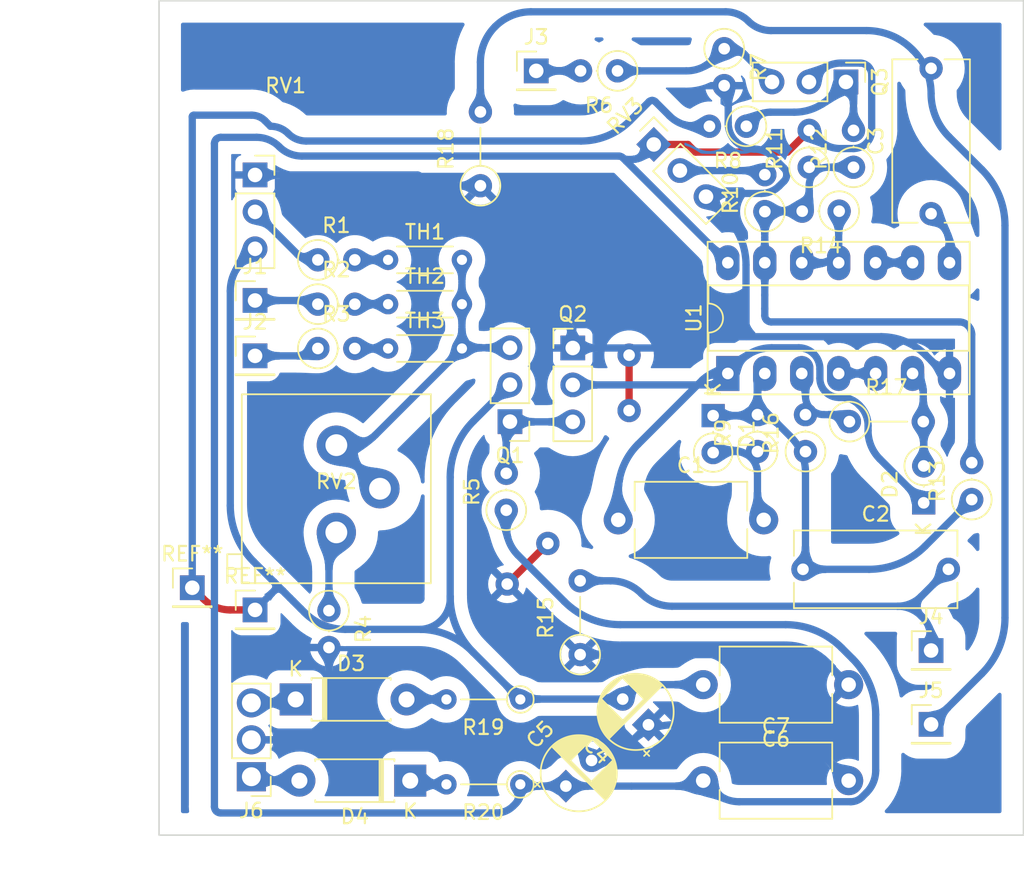
<source format=kicad_pcb>
(kicad_pcb (version 20211014) (generator pcbnew)
  (title_block (title "Осцилятор контролюємий напругою") (date "2022-01-05") (rev "0.91") (company "Баранов Віктор"))
  (layers (0 "F.Cu" signal) (31 "B.Cu" signal) (34 "B.Paste" user) (35 "F.Paste" user) (36 "B.SilkS" user "B.Silkscreen") (37 "F.SilkS" user "F.Silkscreen") (38 "B.Mask" user) (39 "F.Mask" user) (44 "Edge.Cuts" user))
  (net 0 "")
  (net 1 "Net-(C1-Pad1)")
  (net 2 "Net-(C1-Pad2)")
  (net 3 "Net-(C2-Pad1)")
  (net 4 "Net-(C2-Pad2)")
  (net 5 "Net-(C3-Pad1)")
  (net 6 "Net-(C3-Pad2)")
  (net 7 "Net-(D2-Pad2)")
  (net 8 "Net-(J1-Pad1)")
  (net 9 "Net-(J2-Pad1)")
  (net 10 "Net-(J3-Pad1)")
  (net 11 "Net-(Q1-Pad1)")
  (net 12 "-12V")
  (net 13 "Net-(Q1-Pad3)")
  (net 14 "Earth")
  (net 15 "Net-(Q3-Pad1)")
  (net 16 "+12V")
  (net 17 "Net-(Q3-Pad3)")
  (net 18 "Net-(R1-Pad1)")
  (net 19 "Net-(R1-Pad2)")
  (net 20 "Net-(R2-Pad2)")
  (net 21 "Net-(R3-Pad2)")
  (net 22 "Net-(R4-Pad1)")
  (net 23 "Net-(R10-Pad1)")
  (net 24 "Net-(R10-Pad2)")
  (net 25 "Net-(R14-Pad1)")
  (net 26 "Net-(R16-Pad2)")
  (net 27 "Net-(U1-Pad4)")
  (net 28 "Net-(U1-Pad10)")
  (net 29 "Net-(D3-Pad1)")
  (net 30 "Net-(D3-Pad2)")
  (net 31 "Net-(D4-Pad1)")
  (net 32 "Net-(D4-Pad2)")
  (footprint "Connector_PinHeader_2.54mm:PinHeader_1x03_P2.54mm_Vertical" (layer "F.Cu") (at 54.03754 51.562 180)
    (fp_text reference "Q1")
    (fp_text value "КТ361Г")
  )
  (footprint "" (layer "F.Cu") (at 62.23 46.99)
    (fp_text reference "")
    (fp_text value "")
  )
  (footprint "" (layer "F.Cu") (at 62.23 50.8)
    (fp_text reference "")
    (fp_text value "")
  )
  (footprint "Resistor_THT:R_Axial_DIN0204_L3.6mm_D1.6mm_P5.08mm_Vertical" (layer "F.Cu") (at 54.74954 70.674999 180)
    (fp_text reference "R19")
    (fp_text value "10R")
  )
  (footprint "Capacitor_THT:CP_Radial_D5.0mm_P2.50mm" (layer "F.Cu") (at 63.557423 72.419254 135)
    (fp_text reference "C4")
    (fp_text value "Electro.uFx16v")
  )
  (footprint "Resistor_THT:R_Axial_DIN0207_L6.3mm_D2.5mm_P5.08mm_Vertical" (layer "F.Cu") (at 52.00554 35.335 90)
    (fp_text reference "R18")
    (fp_text value "100K")
  )
  (footprint "" (layer "F.Cu") (at 56.642 59.944)
    (fp_text reference "")
    (fp_text value "")
  )
  (footprint "Capacitor_THT:CP_Radial_D5.0mm_P2.50mm" (layer "F.Cu") (at 57.881286 76.638882 45)
    (fp_text reference "C5")
    (fp_text value "Electro.uFx16v")
  )
  (footprint "Resistor_THT:R_Axial_DIN0207_L6.3mm_D2.5mm_P2.54mm_Vertical" (layer "F.Cu") (at 74.35754 53.623 90)
    (fp_text reference "R16")
    (fp_text value "10K")
  )
  (footprint "Resistor_THT:R_Axial_DIN0207_L6.3mm_D2.5mm_P2.54mm_Vertical" (layer "F.Cu") (at 77.65954 34.065001 90)
    (fp_text reference "R12")
    (fp_text value "100K")
  )
  (footprint "Resistor_THT:R_Axial_DIN0207_L6.3mm_D2.5mm_P5.08mm_Vertical" (layer "F.Cu") (at 58.86354 67.593 90)
    (fp_text reference "R15")
    (fp_text value "100K")
  )
  (footprint "Capacitor_THT:C_Rect_L11.0mm_W5.1mm_P10.00mm_MKT" (layer "F.Cu") (at 74.18354 61.722)
    (fp_text reference "C2")
    (fp_text value "220n")
  )
  (footprint "Resistor_THT:R_Axial_DIN0204_L3.6mm_D1.6mm_P5.08mm_Horizontal" (layer "F.Cu") (at 45.65554 43.482)
    (fp_text reference "TH2")
    (fp_text value "NTC 10K")
  )
  (footprint "Potentiometer_THT:SP5-2" (layer "F.Cu") (at 42.09954 56.182)
    (fp_text reference "RV2")
    (fp_text value "1K trim")
  )
  (footprint "Resistor_THT:R_Axial_DIN0207_L6.3mm_D2.5mm_P2.54mm_Vertical" (layer "F.Cu") (at 71.05554 53.623 90)
    (fp_text reference "R9")
    (fp_text value "680R")
  )
  (footprint "Resistor_THT:R_Axial_DIN0207_L6.3mm_D2.5mm_P5.08mm_Vertical" (layer "F.Cu") (at 77.37654 51.562)
    (fp_text reference "R17")
    (fp_text value "22K")
  )
  (footprint "Resistor_THT:R_Axial_DIN0207_L6.3mm_D2.5mm_P2.54mm_Vertical" (layer "F.Cu") (at 40.82954 40.434)
    (fp_text reference "R1")
    (fp_text value "100K")
  )
  (footprint "Resistor_THT:R_Axial_DIN0207_L6.3mm_D2.5mm_P2.54mm_Vertical" (layer "F.Cu") (at 53.78354 57.658 90)
    (fp_text reference "R5")
    (fp_text value "1M")
  )
  (footprint "Capacitor_THT:C_Rect_L11.0mm_W5.1mm_P10.00mm_MKT" (layer "F.Cu") (at 82.99354 37.258 90)
    (fp_text reference "C3")
    (fp_text value "220n")
  )
  (footprint "" (layer "F.Cu") (at 53.848 62.738)
    (fp_text reference "")
    (fp_text value "")
  )
  (footprint "Connector_PinHeader_2.54mm:PinHeader_1x01_P2.54mm_Vertical" (layer "F.Cu") (at 36.51154 47.038)
    (fp_text reference "J2")
    (fp_text value "CVin2")
  )
  (footprint "Capacitor_THT:C_Disc_D7.5mm_W5.0mm_P10.00mm" (layer "F.Cu") (at 61.48354 58.321686)
    (fp_text reference "C1")
    (fp_text value "2n2")
  )
  (footprint "Resistor_THT:R_Axial_DIN0207_L6.3mm_D2.5mm_P2.54mm_Vertical" (layer "F.Cu") (at 68.76954 25.908 -90)
    (fp_text reference "R7")
    (fp_text value "1M")
  )
  (footprint "Connector_PinHeader_2.54mm:PinHeader_1x01_P2.54mm_Vertical" (layer "F.Cu") (at 55.84454 27.432)
    (fp_text reference "J3")
    (fp_text value "PWMinCV")
  )
  (footprint "Connector_PinHeader_2.54mm:PinHeader_1x03_P2.54mm_Vertical" (layer "F.Cu") (at 58.35554 46.497)
    (fp_text reference "Q2")
    (fp_text value "КТ315Г")
  )
  (footprint "Diode_THT:D_DO-41_SOD81_P7.62mm_Horizontal" (layer "F.Cu") (at 47.17954 76.262999 180)
    (fp_text reference "D4")
    (fp_text value "Д9")
  )
  (footprint "Connector_PinHeader_2.54mm:PinHeader_1x03_P2.54mm_Vertical" (layer "F.Cu") (at 36.25754 75.994 180)
    (fp_text reference "J6")
    (fp_text value "POWER")
  )
  (footprint "Diode_THT:D_DO-35_SOD27_P2.54mm_Vertical_KathodeUp" (layer "F.Cu") (at 68.00754 51.152315 -90)
    (fp_text reference "D1")
    (fp_text value "1N4148")
  )
  (footprint "Diode_THT:D_DO-35_SOD27_P2.54mm_Vertical_KathodeUp" (layer "F.Cu") (at 82.48554 57.15 90)
    (fp_text reference "D2")
    (fp_text value "1N4148")
  )
  (footprint "Connector_PinSocket_2.54mm:PinSocket_1x03_P2.54mm_Vertical" (layer "F.Cu") (at 36.51154 34.592)
    (fp_text reference "RV1")
    (fp_text value "Voltage div(22K def)")
  )
  (footprint "Resistor_THT:R_Axial_DIN0207_L6.3mm_D2.5mm_P2.54mm_Vertical" (layer "F.Cu") (at 40.82954 43.482)
    (fp_text reference "R2")
    (fp_text value "100K")
  )
  (footprint "Capacitor_THT:C_Disc_D7.5mm_W5.0mm_P10.00mm" (layer "F.Cu") (at 67.32554 76.262999)
    (fp_text reference "C7")
    (fp_text value "0.1uF")
  )
  (footprint "Resistor_THT:R_Axial_DIN0207_L6.3mm_D2.5mm_P2.54mm_Vertical" (layer "F.Cu") (at 41.59154 64.564 -90)
    (fp_text reference "R4")
    (fp_text value "1K5")
  )
  (footprint "Diode_THT:D_DO-41_SOD81_P7.62mm_Horizontal" (layer "F.Cu") (at 39.30554 70.674999)
    (fp_text reference "D3")
    (fp_text value "Д9")
  )
  (footprint "Package_DIP:DIP-14_W7.62mm_Socket_LongPads" (layer "F.Cu") (at 69.01854 48.25 90)
    (fp_text reference "U1")
    (fp_text value "4069")
  )
  (footprint "Resistor_THT:R_Axial_DIN0204_L3.6mm_D1.6mm_P5.08mm_Horizontal" (layer "F.Cu") (at 45.65554 40.434)
    (fp_text reference "TH1")
    (fp_text value "NTC 10K")
  )
  (footprint "Connector_PinHeader_2.54mm:PinHeader_1x01_P2.54mm_Vertical" (layer "F.Cu") (at 32.19354 62.992)
    (fp_text reference "REF**")
    (fp_text value "PinHeader_1x01_P2.54mm_Vertical")
  )
  (footprint "Resistor_THT:R_Axial_DIN0204_L3.6mm_D1.6mm_P5.08mm_Horizontal" (layer "F.Cu") (at 45.65554 46.53)
    (fp_text reference "TH3")
    (fp_text value "NTC 10K")
  )
  (footprint "Resistor_THT:R_Axial_DIN0207_L6.3mm_D2.5mm_P2.54mm_Vertical" (layer "F.Cu") (at 70.29354 31.242 180)
    (fp_text reference "R8")
    (fp_text value "10K")
  )
  (footprint "Resistor_THT:R_Axial_DIN0207_L6.3mm_D2.5mm_P2.54mm_Vertical" (layer "F.Cu") (at 71.56354 37.113001 90)
    (fp_text reference "R10")
    (fp_text value "100K")
  )
  (footprint "Capacitor_THT:C_Disc_D7.5mm_W5.0mm_P10.00mm" (layer "F.Cu") (at 77.32554 69.658999 180)
    (fp_text reference "C6")
    (fp_text value "0.1uF")
  )
  (footprint "Connector_PinHeader_2.54mm:PinHeader_1x01_P2.54mm_Vertical" (layer "F.Cu") (at 36.51154 64.516)
    (fp_text reference "REF**")
    (fp_text value "PinHeader_1x01_P2.54mm_Vertical")
  )
  (footprint "Resistor_THT:R_Axial_DIN0207_L6.3mm_D2.5mm_P2.54mm_Vertical" (layer "F.Cu") (at 40.82954 46.53)
    (fp_text reference "R3")
    (fp_text value "100K")
  )
  (footprint "Connector_PinHeader_2.54mm:PinHeader_1x01_P2.54mm_Vertical" (layer "F.Cu") (at 82.99354 67.31)
    (fp_text reference "J4")
    (fp_text value "SAW OUT")
  )
  (footprint "Resistor_THT:R_Axial_DIN0207_L6.3mm_D2.5mm_P2.54mm_Vertical" (layer "F.Cu") (at 74.61154 34.065 90)
    (fp_text reference "R11")
    (fp_text value "68K")
  )
  (footprint "Connector_PinHeader_2.54mm:PinHeader_1x01_P2.54mm_Vertical" (layer "F.Cu") (at 36.51154 43.228)
    (fp_text reference "J1")
    (fp_text value "CVin1")
  )
  (footprint "Connector_PinSocket_2.54mm:PinSocket_1x03_P2.54mm_Vertical" (layer "F.Cu") (at 63.925489 32.493949 45)
    (fp_text reference "RV3")
    (fp_text value "Voltage div(22K def)")
  )
  (footprint "Resistor_THT:R_Axial_DIN0204_L3.6mm_D1.6mm_P5.08mm_Vertical" (layer "F.Cu") (at 54.74954 76.516999 180)
    (fp_text reference "R20")
    (fp_text value "10R")
  )
  (footprint "Connector_PinHeader_2.54mm:PinHeader_1x01_P2.54mm_Vertical" (layer "F.Cu") (at 82.99354 72.39)
    (fp_text reference "J5")
    (fp_text value "PULSE OUT")
  )
  (footprint "Resistor_THT:R_Axial_DIN0207_L6.3mm_D2.5mm_P2.54mm_Vertical" (layer "F.Cu") (at 85.78754 56.925001 90)
    (fp_text reference "R13")
    (fp_text value "47K")
  )
  (footprint "Resistor_THT:R_Axial_DIN0207_L6.3mm_D2.5mm_P2.54mm_Vertical" (layer "F.Cu") (at 76.672541 37.084 180)
    (fp_text reference "R14")
    (fp_text value "100K")
  )
  (footprint "Connector_PinHeader_2.54mm:PinHeader_1x03_P2.54mm_Vertical" (layer "F.Cu") (at 77.136541 28.194 -90)
    (fp_text reference "Q3")
    (fp_text value "КТ315Г")
  )
  (footprint "Resistor_THT:R_Axial_DIN0207_L6.3mm_D2.5mm_P2.54mm_Vertical" (layer "F.Cu") (at 61.43254 27.432 180)
    (fp_text reference "R6")
    (fp_text value "100K")
  )
  (gr_rect (start 89.34354 22.606) (end 29.90754 80.01) (layer "Edge.Cuts") (width 0.1) (fill none))
  (segment (start 79.469195 54.133655) (end 82.48554 57.15) (width 0.5) (layer "B.Cu") (net 1))
  (segment (start 67.675046 49.037) (end 58.35554 49.037) (width 0.5) (layer "B.Cu") (net 1))
  (segment (start 69.41204 47.8565) (end 69.90254 47.366) (width 0.5) (layer "B.Cu") (net 1))
  (segment (start 75.34806 48.580076) (end 75.34806 47.933778) (width 0.5) (layer "B.Cu") (net 1))
  (segment (start 76.667503 49.89952) (end 76.821016 49.89952) (width 0.5) (layer "B.Cu") (net 1))
  (segment (start 72.036704 46.482) (end 73.896281 46.482) (width 0.5) (layer "B.Cu") (net 1))
  (segment (start 78.660972 52.182432) (end 78.660972 51.845471) (width 0.5) (layer "B.Cu") (net 1))
  (segment (start 61.48354 56.403343) (end 61.48354 58.321686) (width 0.5) (layer "B.Cu") (net 1))
  (segment (start 68.462046 48.25) (end 68.36854 48.25) (width 0.5) (layer "B.Cu") (net 1))
  (segment (start 62.840013 53.128526) (end 67.25892 48.709619) (width 0.5) (layer "B.Cu") (net 1))
  (segment (start 69.41204 47.8565) (end 68.62504 48.6435) (width 0.5) (layer "B.Cu") (net 1))
  (segment (start 78.091016 50.469476) (end 78.016065 50.394525) (width 0.5) (layer "B.Cu") (net 1))
  (arc (start 78.091016 50.469476) (mid 78.512845 51.100787) (end 78.660972 51.845471) (width 0.5) (layer "B.Cu") (net 1))
  (arc (start 72.036704 46.482) (mid 70.881702 46.711744) (end 69.90254 47.366) (width 0.5) (layer "B.Cu") (net 1))
  (arc (start 75.34806 47.933778) (mid 75.237549 47.378206) (end 74.922844 46.907216) (width 0.5) (layer "B.Cu") (net 1))
  (arc (start 69.41204 47.8565) (mid 68.976179 48.147732) (end 68.462046 48.25) (width 0.5) (layer "B.Cu") (net 1))
  (arc (start 62.840013 53.128526) (mid 61.836075 54.631024) (end 61.48354 56.403343) (width 0.5) (layer "B.Cu") (net 1))
  (arc (start 67.25892 48.709619) (mid 67.768018 48.369451) (end 68.36854 48.25) (width 0.5) (layer "B.Cu") (net 1))
  (arc (start 78.660972 52.182432) (mid 78.871022 53.238426) (end 79.469195 54.133655) (width 0.5) (layer "B.Cu") (net 1))
  (arc (start 73.896281 46.482) (mid 74.451853 46.59251) (end 74.922844 46.907216) (width 0.5) (layer "B.Cu") (net 1))
  (arc (start 75.734516 49.513064) (mid 76.162574 49.799083) (end 76.667503 49.89952) (width 0.5) (layer "B.Cu") (net 1))
  (arc (start 75.734516 49.513064) (mid 75.448496 49.085005) (end 75.34806 48.580076) (width 0.5) (layer "B.Cu") (net 1))
  (arc (start 67.675046 49.037) (mid 68.189179 48.934732) (end 68.62504 48.6435) (width 0.5) (layer "B.Cu") (net 1))
  (arc (start 78.016065 50.394525) (mid 77.467772 50.028167) (end 76.821016 49.89952) (width 0.5) (layer "B.Cu") (net 1))
  (arc (start 68.462046 48.25) (mid 68.675007 48.392295) (end 68.62504 48.6435) (width 0.5) (layer "B.Cu") (net 1))
  (segment (start 68.125868 53.623) (end 69.566197 53.623) (width 0.5) (layer "B.Cu") (net 2))
  (segment (start 68.042197 53.657657) (end 68.00754 53.692315) (width 0.5) (layer "B.Cu") (net 2))
  (segment (start 71.05554 57.591044) (end 71.05554 55.112342) (width 0.5) (layer "B.Cu") (net 2))
  (segment (start 71.26954 58.107686) (end 71.48354 58.321686) (width 0.5) (layer "B.Cu") (net 2))
  (arc (start 69.566197 53.623) (mid 70.619321 54.059218) (end 71.05554 55.112342) (width 0.5) (layer "B.Cu") (net 2))
  (arc (start 68.125868 53.623) (mid 68.080585 53.632007) (end 68.042197 53.657657) (width 0.5) (layer "B.Cu") (net 2))
  (arc (start 71.26954 58.107686) (mid 71.111156 57.870648) (end 71.05554 57.591044) (width 0.5) (layer "B.Cu") (net 2))
  (segment (start 74.35754 61.424963) (end 74.35754 55.05984) (width 0.5) (layer "B.Cu") (net 3))
  (segment (start 78.736577 61.722) (end 74.306576 61.722) (width 0.5) (layer "B.Cu") (net 3))
  (segment (start 82.584333 60.128207) (end 85.78754 56.925001) (width 0.5) (layer "B.Cu") (net 3))
  (segment (start 72.315286 51.551746) (end 72.08604 51.3225) (width 0.5) (layer "B.Cu") (net 3))
  (segment (start 71.104553 51.083) (end 71.507835 51.083) (width 0.5) (layer "B.Cu") (net 3))
  (segment (start 71.05554 49.108674) (end 71.05554 51.033986) (width 0.5) (layer "B.Cu") (net 3))
  (segment (start 70.937211 51.152315) (end 68.00754 51.152315) (width 0.5) (layer "B.Cu") (net 3))
  (segment (start 71.30704 48.5015) (end 71.55854 48.25) (width 0.5) (layer "B.Cu") (net 3))
  (segment (start 72.335793 51.601253) (end 73.34154 52.607) (width 0.5) (layer "B.Cu") (net 3))
  (arc (start 74.27054 61.635) (mid 74.334929 61.538634) (end 74.35754 61.424963) (width 0.5) (layer "B.Cu") (net 3))
  (arc (start 71.020882 51.117657) (mid 71.046532 51.079268) (end 71.05554 51.033986) (width 0.5) (layer "B.Cu") (net 3))
  (arc (start 72.315286 51.551746) (mid 72.322875 51.563103) (end 72.32554 51.5765) (width 0.5) (layer "B.Cu") (net 3))
  (arc (start 71.30704 48.5015) (mid 71.120902 48.780073) (end 71.05554 49.108674) (width 0.5) (layer "B.Cu") (net 3))
  (arc (start 73.34154 52.607) (mid 74.09349 53.732372) (end 74.35754 55.05984) (width 0.5) (layer "B.Cu") (net 3))
  (arc (start 71.05554 51.033986) (mid 71.069895 51.068644) (end 71.104553 51.083) (width 0.5) (layer "B.Cu") (net 3))
  (arc (start 74.27054 61.635) (mid 74.259492 61.690539) (end 74.306576 61.722) (width 0.5) (layer "B.Cu") (net 3))
  (arc (start 78.736577 61.722) (mid 80.818967 61.307786) (end 82.584333 60.128207) (width 0.5) (layer "B.Cu") (net 3))
  (arc (start 71.020882 51.117657) (mid 71.05927 51.092007) (end 71.104553 51.083) (width 0.5) (layer "B.Cu") (net 3))
  (arc (start 70.937211 51.152315) (mid 70.982493 51.143307) (end 71.020882 51.117657) (width 0.5) (layer "B.Cu") (net 3))
  (arc (start 72.335793 51.601253) (mid 72.328204 51.589896) (end 72.32554 51.5765) (width 0.5) (layer "B.Cu") (net 3))
  (arc (start 72.08604 51.3225) (mid 71.820757 51.145244) (end 71.507835 51.083) (width 0.5) (layer "B.Cu") (net 3))
  (segment (start 82.393206 65.011666) (end 82.31854 64.937) (width 0.5) (layer "B.Cu") (net 4))
  (segment (start 82.31854 63.587) (end 84.18354 61.722) (width 0.5) (layer "B.Cu") (net 4))
  (segment (start 82.99354 66.461) (end 82.99354 67.31) (width 0.5) (layer "B.Cu") (net 4))
  (segment (start 60.95781 62.513) (end 58.86354 62.513) (width 0.5) (layer "B.Cu") (net 4))
  (segment (start 80.688945 64.262) (end 65.180269 64.262) (width 0.5) (layer "B.Cu") (net 4))
  (arc (start 82.393206 65.011666) (mid 82.837518 65.676626) (end 82.99354 66.461) (width 0.5) (layer "B.Cu") (net 4))
  (arc (start 80.688945 64.262) (mid 81.570875 64.437426) (end 82.31854 64.937) (width 0.5) (layer "B.Cu") (net 4))
  (arc (start 82.31854 63.587) (mid 81.570875 64.086573) (end 80.688945 64.262) (width 0.5) (layer "B.Cu") (net 4))
  (arc (start 63.06904 63.3875) (mid 64.03768 64.034724) (end 65.180269 64.262) (width 0.5) (layer "B.Cu") (net 4))
  (arc (start 63.06904 63.3875) (mid 62.100399 62.740275) (end 60.95781 62.513) (width 0.5) (layer "B.Cu") (net 4))
  (arc (start 82.31854 63.587) (mid 82.038945 64.262) (end 82.31854 64.937) (width 0.5) (layer "B.Cu") (net 4))
  (segment (start 83.62604 37.8905) (end 82.99354 37.258) (width 0.5) (layer "B.Cu") (net 5))
  (segment (start 84.25854 39.41749) (end 84.25854 40.63) (width 0.5) (layer "B.Cu") (net 5))
  (arc (start 83.62604 37.8905) (mid 84.094158 38.591088) (end 84.25854 39.41749) (width 0.5) (layer "B.Cu") (net 5))
  (segment (start 68.873026 23.368) (end 55.47438 23.368) (width 0.5) (layer "B.Cu") (net 6))
  (segment (start 88.07354 65.056036) (end 88.07354 38.067963) (width 0.5) (layer "B.Cu") (net 6))
  (segment (start 86.479747 68.903792) (end 82.99354 72.39) (width 0.5) (layer "B.Cu") (net 6))
  (segment (start 52.00554 26.83684) (end 52.00554 30.255) (width 0.5) (layer "B.Cu") (net 6))
  (segment (start 81.764588 26.029048) (end 81.693784 25.958244) (width 0.5) (layer "B.Cu") (net 6))
  (segment (start 78.555897 24.658489) (end 71.988542 24.658489) (width 0.5) (layer "B.Cu") (net 6))
  (segment (start 86.479747 34.220207) (end 84.222491 31.962951) (width 0.5) (layer "B.Cu") (net 6))
  (arc (start 88.07354 65.056036) (mid 87.659326 67.138426) (end 86.479747 68.903792) (width 0.5) (layer "B.Cu") (net 6))
  (arc (start 70.430784 24.013244) (mid 71.145489 24.490795) (end 71.988542 24.658489) (width 0.5) (layer "B.Cu") (net 6))
  (arc (start 86.479747 34.220207) (mid 87.659326 35.985572) (end 88.07354 38.067963) (width 0.5) (layer "B.Cu") (net 6))
  (arc (start 82.99354 28.996) (mid 83.312933 30.601702) (end 84.222491 31.962951) (width 0.5) (layer "B.Cu") (net 6))
  (arc (start 81.764588 26.029048) (mid 82.674145 27.390297) (end 82.99354 28.996) (width 0.5) (layer "B.Cu") (net 6))
  (arc (start 70.430784 24.013244) (mid 69.716078 23.535693) (end 68.873026 23.368) (width 0.5) (layer "B.Cu") (net 6))
  (arc (start 78.555897 24.658489) (mid 80.254109 24.996284) (end 81.693784 25.958244) (width 0.5) (layer "B.Cu") (net 6))
  (arc (start 55.47438 23.368) (mid 54.146912 23.632049) (end 53.02154 24.384) (width 0.5) (layer "B.Cu") (net 6))
  (arc (start 53.02154 24.384) (mid 52.269589 25.509372) (end 52.00554 26.83684) (width 0.5) (layer "B.Cu") (net 6))
  (segment (start 82.48554 51.611506) (end 82.48554 54.61) (width 0.5) (layer "B.Cu") (net 7))
  (segment (start 82.45654 49.509844) (end 82.45654 51.541493) (width 0.5) (layer "B.Cu") (net 7))
  (segment (start 82.08754 48.619) (end 81.71854 48.25) (width 0.5) (layer "B.Cu") (net 7))
  (arc (start 82.08754 48.619) (mid 82.36064 49.027722) (end 82.45654 49.509844) (width 0.5) (layer "B.Cu") (net 7))
  (arc (start 82.47104 51.5765) (mid 82.460308 51.560438) (end 82.45654 51.541493) (width 0.5) (layer "B.Cu") (net 7))
  (arc (start 82.48554 51.611506) (mid 82.481771 51.59256) (end 82.47104 51.5765) (width 0.5) (layer "B.Cu") (net 7))
  (segment (start 40.70254 43.355) (end 40.82954 43.482) (width 0.5) (layer "B.Cu") (net 8))
  (segment (start 40.395934 43.228) (end 36.51154 43.228) (width 0.5) (layer "B.Cu") (net 8))
  (arc (start 40.395934 43.228) (mid 40.561868 43.261006) (end 40.70254 43.355) (width 0.5) (layer "B.Cu") (net 8))
  (segment (start 39.962329 47.038) (end 36.691145 47.038) (width 0.5) (layer "B.Cu") (net 9))
  (segment (start 36.63854 46.911) (end 36.76554 46.784) (width 0.5) (layer "B.Cu") (net 9))
  (segment (start 40.57554 46.784) (end 40.82954 46.53) (width 0.5) (layer "B.Cu") (net 9))
  (arc (start 36.63854 46.911) (mid 36.622413 46.992074) (end 36.691145 47.038) (width 0.5) (layer "B.Cu") (net 9))
  (arc (start 40.57554 46.784) (mid 40.294196 46.971987) (end 39.962329 47.038) (width 0.5) (layer "B.Cu") (net 9))
  (segment (start 58.89254 27.432) (end 55.84454 27.432) (width 0.5) (layer "B.Cu") (net 10))
  (segment (start 53.78354 51.995605) (end 53.78354 55.118) (width 0.5) (layer "B.Cu") (net 11))
  (segment (start 54.063146 51.577) (end 58.35554 51.577) (width 0.5) (layer "B.Cu") (net 11))
  (segment (start 53.91054 51.689) (end 54.03004 51.5695) (width 0.5) (layer "B.Cu") (net 11))
  (arc (start 53.91054 51.689) (mid 53.816546 51.829671) (end 53.78354 51.995605) (width 0.5) (layer "B.Cu") (net 11))
  (arc (start 54.04504 51.5695) (mid 54.053347 51.57505) (end 54.063146 51.577) (width 0.5) (layer "B.Cu") (net 11))
  (arc (start 54.04504 51.5695) (mid 54.03754 51.566393) (end 54.03004 51.5695) (width 0.5) (layer "B.Cu") (net 11))
  (segment (start 32.95554 63.754) (end 32.19354 62.992) (width 0.5) (layer "F.Cu") (net 12))
  (segment (start 34.79517 64.516) (end 36.51154 64.516) (width 0.5) (layer "F.Cu") (net 12))
  (arc (start 32.95554 63.754) (mid 33.799569 64.317962) (end 34.79517 64.516) (width 0.5) (layer "F.Cu") (net 12))
  (segment (start 47.929031 65.854489) (end 42.711253 65.854489) (width 0.5) (layer "B.Cu") (net 12))
  (segment (start 37.190119 30.861) (end 37.571119 31.242) (width 0.5) (layer "B.Cu") (net 12))
  (segment (start 32.30358 30.48) (end 36.270303 30.48) (width 0.5) (layer "B.Cu") (net 12))
  (segment (start 65.003119 30.523579) (end 64.033342 29.553802) (width 0.5) (layer "B.Cu") (net 12))
  (segment (start 37.806013 62.586527) (end 38.441013 63.221527) (width 0.5) (layer "B.Cu") (net 12))
  (segment (start 39.654878 64.435392) (end 39.916244 64.696758) (width 0.5) (layer "B.Cu") (net 12))
  (segment (start 54.789677 70.651487) (end 61.087861 70.651487) (width 0.5) (layer "B.Cu") (net 12))
  (segment (start 34.808029 57.334579) (end 34.808029 42.580075) (width 0.5) (layer "B.Cu") (net 12))
  (segment (start 32.19354 30.59004) (end 32.19354 62.992) (width 0.5) (layer "B.Cu") (net 12))
  (segment (start 51.522822 51.536717) (end 54.03754 49.022) (width 0.5) (layer "B.Cu") (net 12))
  (segment (start 38.599763 63.380277) (end 38.917263 63.697777) (width 0.5) (layer "B.Cu") (net 12))
  (segment (start 49.92903 63.600525) (end 49.92903 55.384473) (width 0.5) (layer "B.Cu") (net 12))
  (segment (start 58.919883 32.258) (end 40.02396 32.258) (width 0.5) (layer "B.Cu") (net 12))
  (segment (start 37.806013 63.221527) (end 36.51154 64.516) (width 0.5) (layer "B.Cu") (net 12))
  (segment (start 39.132147 63.912661) (end 39.654878 64.435392) (width 0.5) (layer "B.Cu") (net 12))
  (segment (start 38.599763 63.380277) (end 38.441013 63.221527) (width 0.5) (layer "B.Cu") (net 12))
  (segment (start 37.806013 62.586527) (end 36.401821 61.182335) (width 0.5) (layer "B.Cu") (net 12))
  (segment (start 63.483938 69.658999) (end 67.32554 69.658999) (width 0.5) (layer "B.Cu") (net 12))
  (segment (start 66.73754 31.242) (end 67.75354 31.242) (width 0.5) (layer "B.Cu") (net 12))
  (segment (start 54.737784 70.663243) (end 51.522822 67.448281) (width 0.5) (layer "B.Cu") (net 12))
  (segment (start 38.917263 63.697777) (end 39.132147 63.912661) (width 0.5) (layer "B.Cu") (net 12))
  (segment (start 35.659784 40.523755) (end 36.51154 39.672) (width 0.5) (layer "B.Cu") (net 12))
  (segment (start 62.292539 30.860999) (end 63.599737 29.553802) (width 0.5) (layer "B.Cu") (net 12))
  (arc (start 37.806013 63.221527) (mid 38.123513 63.090014) (end 38.441013 63.221527) (width 0.5) (layer "B.Cu") (net 12))
  (arc (start 62.292539 30.860999) (mid 60.745151 31.894931) (end 58.919883 32.258) (width 0.5) (layer "B.Cu") (net 12))
  (arc (start 54.737784 70.663243) (mid 54.74954 70.668112) (end 54.761296 70.663243) (width 0.5) (layer "B.Cu") (net 12))
  (arc (start 32.22577 30.51223) (mid 32.261469 30.488376) (end 32.30358 30.48) (width 0.5) (layer "B.Cu") (net 12))
  (arc (start 37.571119 31.242) (mid 38.234853 31.374024) (end 38.79754 31.75) (width 0.5) (layer "B.Cu") (net 12))
  (arc (start 54.789677 70.651487) (mid 54.774317 70.654542) (end 54.761296 70.663243) (width 0.5) (layer "B.Cu") (net 12))
  (arc (start 49.92903 63.600525) (mid 49.343243 65.194318) (end 47.929031 65.854489) (width 0.5) (layer "B.Cu") (net 12))
  (arc (start 47.929031 65.854489) (mid 49.82346 66.268702) (end 51.522822 67.448281) (width 0.5) (layer "B.Cu") (net 12))
  (arc (start 63.483938 69.658999) (mid 62.835564 69.787968) (end 62.2859 70.155243) (width 0.5) (layer "B.Cu") (net 12))
  (arc (start 34.808029 57.334579) (mid 35.222242 59.416969) (end 36.401821 61.182335) (width 0.5) (layer "B.Cu") (net 12))
  (arc (start 38.79754 31.75) (mid 39.360226 32.125975) (end 40.02396 32.258) (width 0.5) (layer "B.Cu") (net 12))
  (arc (start 35.659784 40.523755) (mid 35.029392 41.467202) (end 34.808029 42.580075) (width 0.5) (layer "B.Cu") (net 12))
  (arc (start 63.599737 29.553802) (mid 63.699207 29.487338) (end 63.81654 29.464) (width 0.5) (layer "B.Cu") (net 12))
  (arc (start 32.22577 30.51223) (mid 32.201916 30.547929) (end 32.19354 30.59004) (width 0.5) (layer "B.Cu") (net 12))
  (arc (start 49.92903 63.600525) (mid 50.343243 65.682915) (end 51.522822 67.448281) (width 0.5) (layer "B.Cu") (net 12))
  (arc (start 61.087861 70.651487) (mid 61.736235 70.522517) (end 62.2859 70.155243) (width 0.5) (layer "B.Cu") (net 12))
  (arc (start 37.806013 62.586527) (mid 37.937525 62.904027) (end 37.806013 63.221527) (width 0.5) (layer "B.Cu") (net 12))
  (arc (start 37.190119 30.861) (mid 36.768103 30.579018) (end 36.270303 30.48) (width 0.5) (layer "B.Cu") (net 12))
  (arc (start 66.73754 31.242) (mid 65.798878 31.055288) (end 65.003119 30.523579) (width 0.5) (layer "B.Cu") (net 12))
  (arc (start 64.033342 29.553802) (mid 63.933872 29.487338) (end 63.81654 29.464) (width 0.5) (layer "B.Cu") (net 12))
  (arc (start 39.916244 64.696758) (mid 41.198605 65.553604) (end 42.711253 65.854489) (width 0.5) (layer "B.Cu") (net 12))
  (arc (start 49.92903 55.384473) (mid 50.343243 53.302082) (end 51.522822 51.536717) (width 0.5) (layer "B.Cu") (net 12))
  (segment (start 50.73554 45.378514) (end 50.73554 46.123543) (width 0.5) (layer "B.Cu") (net 13))
  (segment (start 50.73554 45.378514) (end 50.73554 45.006) (width 0.5) (layer "B.Cu") (net 13))
  (segment (start 50.73554 40.815) (end 50.73554 41.577) (width 0.5) (layer "B.Cu") (net 13))
  (segment (start 50.73554 41.577) (end 50.73554 41.958) (width 0.5) (layer "B.Cu") (net 13))
  (segment (start 50.73554 40.815) (end 50.73554 40.434) (width 0.5) (layer "B.Cu") (net 13))
  (segment (start 50.71154 46.554) (end 44.784989 52.48055) (width 0.5) (layer "B.Cu") (net 13))
  (segment (start 50.817481 46.482) (end 54.03754 46.482) (width 0.5) (layer "B.Cu") (net 13))
  (segment (start 50.73554 43.515942) (end 50.73554 45.006) (width 0.5) (layer "B.Cu") (net 13))
  (segment (start 50.73554 46.123543) (end 50.73554 46.496058) (width 0.5) (layer "B.Cu") (net 13))
  (segment (start 50.71154 46.554) (end 50.75954 46.506) (width 0.5) (layer "B.Cu") (net 13))
  (segment (start 50.73554 43.515942) (end 50.73554 43.482) (width 0.5) (layer "B.Cu") (net 13))
  (segment (start 50.73554 41.958) (end 50.73554 43.482) (width 0.5) (layer "B.Cu") (net 13))
  (segment (start 42.800989 53.883449) (end 45.09954 56.182) (width 0.5) (layer "B.Cu") (net 13))
  (arc (start 50.817481 46.482) (mid 50.786123 46.488237) (end 50.75954 46.506) (width 0.5) (layer "B.Cu") (net 13))
  (arc (start 42.800989 53.883449) (mid 42.711917 53.435654) (end 43.09154 53.182) (width 0.5) (layer "B.Cu") (net 13))
  (arc (start 50.73554 46.496058) (mid 50.744218 46.509047) (end 50.75954 46.506) (width 0.5) (layer "B.Cu") (net 13))
  (arc (start 50.71154 46.554) (mid 50.729302 46.527416) (end 50.73554 46.496058) (width 0.5) (layer "B.Cu") (net 13))
  (arc (start 43.09154 53.182) (mid 44.008028 52.999699) (end 44.784989 52.48055) (width 0.5) (layer "B.Cu") (net 13))
  (segment (start 53.848 62.738) (end 56.642 59.944) (width 0.5) (layer "F.Cu") (net 14))
  (segment (start 62.23 50.8) (end 62.23 46.99) (width 0.5) (layer "F.Cu") (net 14))
  (segment (start 72.093941 33.336326) (end 72.877155 34.11954) (width 0.5) (layer "B.Cu") (net 14))
  (segment (start 43.523632 73.100092) (end 42.16304 71.7395) (width 0.5) (layer "B.Cu") (net 14))
  (segment (start 68.906784 28.585244) (end 68.76954 28.448) (width 0.5) (layer "B.Cu") (net 14))
  (segment (start 47.85404 34.7105) (end 48.14654 35.003) (width 0.5) (layer "B.Cu") (net 14))
  (segment (start 72.877155 35.026461) (end 72.552555 35.35106) (width 0.5) (layer "B.Cu") (net 14))
  (segment (start 76.29254 70.691998) (end 74.948356 72.036182) (width 0.5) (layer "B.Cu") (net 14))
  (segment (start 70.311557 45.72) (end 70.275522 45.72) (width 0.5) (layer "B.Cu") (net 14))
  (segment (start 42.869039 73.4465) (end 42.86154 73.439001) (width 0.5) (layer "B.Cu") (net 14))
  (segment (start 44.37804 73.454) (end 43.377039 73.454) (width 0.5) (layer "B.Cu") (net 14))
  (segment (start 69.571991 32.287527) (end 69.579115 32.294651) (width 0.5) (layer "B.Cu") (net 14))
  (segment (start 73.864866 72.802325) (end 77.32554 76.262999) (width 0.5) (layer "B.Cu") (net 14))
  (segment (start 57.901223 44.757683) (end 47.85404 34.7105) (width 0.5) (layer "B.Cu") (net 14))
  (segment (start 41.59154 70.898592) (end 41.59154 67.104) (width 0.5) (layer "B.Cu") (net 14))
  (segment (start 47.679678 34.592) (end 36.51154 34.592) (width 0.5) (layer "B.Cu") (net 14))
  (segment (start 41.02004 72.5015) (end 41.78204 71.7395) (width 0.5) (layer "B.Cu") (net 14))
  (segment (start 42.887144 73.454) (end 43.377039 73.454) (width 0.5) (layer "B.Cu") (net 14))
  (segment (start 47.85404 34.7105) (end 47.77504 34.6315) (width 0.5) (layer "B.Cu") (net 14))
  (segment (start 68.892825 37.461285) (end 67.628871 36.197331) (width 0.5) (layer "B.Cu") (net 14))
  (segment (start 70.311557 45.72) (end 79.566647 45.72) (width 0.5) (layer "B.Cu") (net 14))
  (segment (start 83.753783 48.118155) (end 82.620628 46.985) (width 0.5) (layer "B.Cu") (net 14))
  (segment (start 48.948058 35.335) (end 52.00554 35.335) (width 0.5) (layer "B.Cu") (net 14))
  (segment (start 67.897526 35.86349) (end 71.315442 35.86349) (width 0.5) (layer "B.Cu") (net 14))
  (segment (start 69.044029 28.916582) (end 69.044029 31.012913) (width 0.5) (layer "B.Cu") (net 14))
  (segment (start 66.270961 45.72) (end 70.275522 45.72) (width 0.5) (layer "B.Cu") (net 14))
  (segment (start 42.16304 71.7395) (end 41.78204 71.3585) (width 0.5) (layer "B.Cu") (net 14))
  (segment (start 44.37804 73.454) (end 57.229886 73.454) (width 0.5) (layer "B.Cu") (net 14))
  (segment (start 84.072084 48.25) (end 84.25854 48.25) (width 0.5) (layer "B.Cu") (net 14))
  (segment (start 62.331492 73.645184) (end 61.620515 74.356161) (width 0.5) (layer "B.Cu") (net 14))
  (segment (start 73.798659 67.593) (end 58.86354 67.593) (width 0.5) (layer "B.Cu") (net 14))
  (segment (start 59.134099 74.356161) (end 58.940495 74.162557) (width 0.5) (layer "B.Cu") (net 14))
  (segment (start 47.85404 34.7105) (end 47.77504 34.6315) (width 0.5) (layer "B.Cu") (net 14))
  (segment (start 74.02354 72.419254) (end 72.94005 72.419254) (width 0.5) (layer "B.Cu") (net 14))
  (segment (start 37.429112 73.454) (end 42.865933 73.454) (width 0.5) (layer "B.Cu") (net 14))
  (segment (start 72.94005 72.419254) (end 65.29115 72.419254) (width 0.5) (layer "B.Cu") (net 14))
  (segment (start 42.865933 73.454) (end 42.887144 73.454) (width 0.5) (layer "B.Cu") (net 14))
  (segment (start 64.395118 46.497) (end 58.99804 46.497) (width 0.5) (layer "B.Cu") (net 14))
  (segment (start 70.26806 40.781395) (end 70.26806 45.676502) (width 0.5) (layer "B.Cu") (net 14))
  (segment (start 37.429112 73.454) (end 38.720501 73.454) (width 0.5) (layer "B.Cu") (net 14))
  (arc (start 44.37804 73.454) (mid 43.915638 73.362022) (end 43.523632 73.100092) (width 0.5) (layer "B.Cu") (net 14))
  (arc (start 73.798659 67.593) (mid 75.148337 67.861467) (end 76.29254 68.625999) (width 0.5) (layer "B.Cu") (net 14))
  (arc (start 42.16304 71.7395) (mid 41.97254 71.660592) (end 41.78204 71.7395) (width 0.5) (layer "B.Cu") (net 14))
  (arc (start 76.29254 70.691998) (mid 76.720422 69.658998) (end 76.29254 68.625999) (width 0.5) (layer "B.Cu") (net 14))
  (arc (start 67.628871 36.197331) (mid 67.582777 36.08605) (end 67.628871 35.97477) (width 0.5) (layer "B.Cu") (net 14))
  (arc (start 64.395118 46.497) (mid 64.902717 46.396032) (end 65.33304 46.1085) (width 0.5) (layer "B.Cu") (net 14))
  (arc (start 70.26806 45.676502) (mid 70.271371 45.693148) (end 70.2808 45.70726) (width 0.5) (layer "B.Cu") (net 14))
  (arc (start 62.331492 73.645184) (mid 63.689394 72.737862) (end 65.29115 72.419254) (width 0.5) (layer "B.Cu") (net 14))
  (arc (start 48.14654 35.003) (mid 48.514279 35.248716) (end 48.948058 35.335) (width 0.5) (layer "B.Cu") (net 14))
  (arc (start 57.229886 73.454) (mid 58.155661 73.638147) (end 58.940495 74.162557) (width 0.5) (layer "B.Cu") (net 14))
  (arc (start 47.679678 34.592) (mid 47.731287 34.602265) (end 47.77504 34.6315) (width 0.5) (layer "B.Cu") (net 14))
  (arc (start 67.897526 35.86349) (mid 67.752131 35.89241) (end 67.628871 35.97477) (width 0.5) (layer "B.Cu") (net 14))
  (arc (start 82.620628 46.985) (mid 81.219449 46.048762) (end 79.566647 45.72) (width 0.5) (layer "B.Cu") (net 14))
  (arc (start 41.02004 72.5015) (mid 39.965002 73.206453) (end 38.720501 73.454) (width 0.5) (layer "B.Cu") (net 14))
  (arc (start 41.78204 71.7395) (mid 41.860947 71.549) (end 41.78204 71.3585) (width 0.5) (layer "B.Cu") (net 14))
  (arc (start 71.315442 35.86349) (mid 71.984963 35.730313) (end 72.552555 35.35106) (width 0.5) (layer "B.Cu") (net 14))
  (arc (start 42.869039 73.4465) (mid 42.877345 73.45205) (end 42.887144 73.454) (width 0.5) (layer "B.Cu") (net 14))
  (arc (start 70.311557 45.72) (mid 70.294911 45.716688) (end 70.2808 45.70726) (width 0.5) (layer "B.Cu") (net 14))
  (arc (start 74.02354 72.419254) (mid 73.816222 72.557778) (end 73.864866 72.802325) (width 0.5) (layer "B.Cu") (net 14))
  (arc (start 73.064985 34.573001) (mid 73.016169 34.327589) (end 72.877155 34.11954) (width 0.5) (layer "B.Cu") (net 14))
  (arc (start 69.044029 28.916582) (mid 69.00836 28.737263) (end 68.906784 28.585244) (width 0.5) (layer "B.Cu") (net 14))
  (arc (start 70.836528 32.815489) (mid 71.517035 32.95085) (end 72.093941 33.336326) (width 0.5) (layer "B.Cu") (net 14))
  (arc (start 58.35554 45.8545) (mid 58.237466 45.260907) (end 57.901223 44.757683) (width 0.5) (layer "B.Cu") (net 14))
  (arc (start 70.275522 45.72) (mid 70.282417 45.715393) (end 70.2808 45.70726) (width 0.5) (layer "B.Cu") (net 14))
  (arc (start 43.523632 73.100092) (mid 43.568572 73.326021) (end 43.377039 73.454) (width 0.5) (layer "B.Cu") (net 14))
  (arc (start 47.85404 34.7105) (mid 47.85404 34.7105) (end 47.85404 34.7105) (width 0.5) (layer "B.Cu") (net 14))
  (arc (start 69.571991 32.287527) (mid 69.181241 31.702729) (end 69.044029 31.012913) (width 0.5) (layer "B.Cu") (net 14))
  (arc (start 66.270961 45.72) (mid 65.763362 45.820967) (end 65.33304 46.1085) (width 0.5) (layer "B.Cu") (net 14))
  (arc (start 42.869039 73.4465) (mid 42.869991 73.451287) (end 42.865933 73.454) (width 0.5) (layer "B.Cu") (net 14))
  (arc (start 60.377307 74.871115) (mid 61.050126 74.737282) (end 61.620515 74.356161) (width 0.5) (layer "B.Cu") (net 14))
  (arc (start 70.836528 32.815489) (mid 70.156021 32.680127) (end 69.579115 32.294651) (width 0.5) (layer "B.Cu") (net 14))
  (arc (start 37.429112 73.454) (mid 37.429112 73.454) (end 37.429112 73.454) (width 0.5) (layer "B.Cu") (net 14))
  (arc (start 59.134099 74.356161) (mid 59.704487 74.737282) (end 60.377307 74.871115) (width 0.5) (layer "B.Cu") (net 14))
  (arc (start 70.26806 40.781395) (mid 69.910648 38.984564) (end 68.892825 37.461285) (width 0.5) (layer "B.Cu") (net 14))
  (arc (start 83.753783 48.118155) (mid 83.89982 48.215734) (end 84.072084 48.25) (width 0.5) (layer "B.Cu") (net 14))
  (arc (start 73.064985 34.573001) (mid 73.016169 34.818411) (end 72.877155 35.026461) (width 0.5) (layer "B.Cu") (net 14))
  (arc (start 74.02354 72.419254) (mid 74.524046 72.319696) (end 74.948356 72.036182) (width 0.5) (layer "B.Cu") (net 14))
  (arc (start 41.59154 70.898592) (mid 41.641049 71.147492) (end 41.78204 71.3585) (width 0.5) (layer "B.Cu") (net 14))
  (arc (start 72.94005 72.419254) (mid 73.440556 72.51881) (end 73.864866 72.802325) (width 0.5) (layer "B.Cu") (net 14))
  (arc (start 58.35554 45.8545) (mid 58.543723 46.308816) (end 58.99804 46.497) (width 0.5) (layer "B.Cu") (net 14))
  (segment (start 73.583217 30.275489) (end 71.943477 30.275489) (width 0.5) (layer "B.Cu") (net 15))
  (segment (start 77.65954 29.086815) (end 77.65954 31.525001) (width 0.5) (layer "B.Cu") (net 15))
  (segment (start 70.776795 30.758744) (end 70.29354 31.242) (width 0.5) (layer "B.Cu") (net 15))
  (segment (start 76.095796 29.234744) (end 76.875041 28.455499) (width 0.5) (layer "B.Cu") (net 15))
  (arc (start 76.875041 28.455499) (mid 77.13654 28.347182) (end 77.39804 28.455499) (width 0.5) (layer "B.Cu") (net 15))
  (arc (start 77.65954 29.086815) (mid 77.591578 28.745149) (end 77.39804 28.455499) (width 0.5) (layer "B.Cu") (net 15))
  (arc (start 70.776795 30.758744) (mid 71.312073 30.401082) (end 71.943477 30.275489) (width 0.5) (layer "B.Cu") (net 15))
  (arc (start 76.095796 29.234744) (mid 74.943015 30.005008) (end 73.583217 30.275489) (width 0.5) (layer "B.Cu") (net 15))
  (segment (start 66.802 33.02) (end 66.275949 32.493949) (width 0.5) (layer "F.Cu") (net 16))
  (segment (start 73.11654 33.02) (end 66.802 33.02) (width 0.5) (layer "F.Cu") (net 16))
  (segment (start 74.61154 31.525) (end 73.11654 33.02) (width 0.5) (layer "F.Cu") (net 16))
  (segment (start 66.275949 32.493949) (end 63.925489 32.493949) (width 0.5) (layer "F.Cu") (net 16))
  (segment (start 57.483506 76.638882) (end 56.687948 76.638882) (width 0.5) (layer "B.Cu") (net 16))
  (segment (start 39.727128 33.292489) (end 61.516265 33.292489) (width 0.5) (layer "B.Cu") (net 16))
  (segment (start 62.396079 76.638882) (end 66.683867 76.638882) (width 0.5) (layer "B.Cu") (net 16))
  (segment (start 34.151145 78.486) (end 53.100474 78.486) (width 0.5) (layer "B.Cu") (net 16))
  (segment (start 54.394925 77.874614) (end 54.26654 78.003) (width 0.5) (layer "B.Cu") (net 16))
  (segment (start 62.030545 33.642005) (end 69.01854 40.63) (width 0.5) (layer "B.Cu") (net 16))
  (segment (start 78.554744 77.083714) (end 78.249883 77.388582) (width 0.5) (layer "B.Cu") (net 16))
  (segment (start 79.18354 71.721043) (end 79.18354 75.565666) (width 0.5) (layer "B.Cu") (net 16))
  (segment (start 75.236296 32.149756) (end 74.61154 31.525) (width 0.5) (layer "B.Cu") (net 16))
  (segment (start 59.386216 76.638882) (end 58.279064 76.638882) (width 0.5) (layer "B.Cu") (net 16))
  (segment (start 72.994496 65.532) (end 61.625503 65.532) (width 0.5) (layer "B.Cu") (net 16))
  (segment (start 53.78354 58.801) (end 53.78354 57.658) (width 0.5) (layer "B.Cu") (net 16))
  (segment (start 78.909051 27.701948) (end 78.909051 31.525002) (width 0.5) (layer "B.Cu") (net 16))
  (segment (start 62.030545 33.642005) (end 61.797534 33.408994) (width 0.5) (layer "B.Cu") (net 16))
  (segment (start 54.74954 77.018499) (end 54.74954 76.603183) (width 0.5) (layer "B.Cu") (net 16))
  (segment (start 33.71754 32.437605) (end 33.71754 78.052394) (width 0.5) (layer "B.Cu") (net 16))
  (segment (start 56.021666 76.638882) (end 56.687948 76.638882) (width 0.5) (layer "B.Cu") (net 16))
  (segment (start 67.513481 76.45094) (end 68.050295 76.987754) (width 0.5) (layer "B.Cu") (net 16))
  (segment (start 62.396079 76.638882) (end 59.386216 76.638882) (width 0.5) (layer "B.Cu") (net 16))
  (segment (start 75.246296 27.544244) (end 74.596541 28.194) (width 0.5) (layer "B.Cu") (net 16))
  (segment (start 76.814945 26.894489) (end 78.101591 26.894489) (width 0.5) (layer "B.Cu") (net 16))
  (segment (start 36.61644 32.004) (end 34.151145 32.004) (width 0.5) (layer "B.Cu") (net 16))
  (segment (start 77.467862 77.71251) (end 69.80001 77.71251) (width 0.5) (layer "B.Cu") (net 16))
  (segment (start 62.403989 33.5255) (end 62.078803 33.5255) (width 0.5) (layer "B.Cu") (net 16))
  (segment (start 58.279064 76.638882) (end 57.483506 76.638882) (width 0.5) (layer "B.Cu") (net 16))
  (segment (start 56.021666 76.638882) (end 55.312293 76.638882) (width 0.5) (layer "B.Cu") (net 16))
  (segment (start 77.589747 67.873287) (end 76.842252 67.125792) (width 0.5) (layer "B.Cu") (net 16))
  (segment (start 63.240384 33.179053) (end 63.925489 32.493949) (width 0.5) (layer "B.Cu") (net 16))
  (segment (start 76.74459 32.774512) (end 77.659541 32.774512) (width 0.5) (layer "B.Cu") (net 16))
  (segment (start 57.777747 63.938207) (end 54.591763 60.752223) (width 0.5) (layer "B.Cu") (net 16))
  (segment (start 54.957607 76.638882) (end 55.312293 76.638882) (width 0.5) (layer "B.Cu") (net 16))
  (arc (start 62.078803 33.5255) (mid 61.926581 33.495221) (end 61.797534 33.408994) (width 0.5) (layer "B.Cu") (net 16))
  (arc (start 53.78354 58.801) (mid 53.99359 59.856994) (end 54.591763 60.752223) (width 0.5) (layer "B.Cu") (net 16))
  (arc (start 62.403989 33.5255) (mid 62.856642 33.435461) (end 63.240384 33.179053) (width 0.5) (layer "B.Cu") (net 16))
  (arc (start 34.151145 32.004) (mid 33.985211 32.037006) (end 33.84454 32.131) (width 0.5) (layer "B.Cu") (net 16))
  (arc (start 67.137598 76.45094) (mid 66.929424 76.590037) (end 66.683867 76.638882) (width 0.5) (layer "B.Cu") (net 16))
  (arc (start 68.050295 76.987754) (mid 68.853071 77.524152) (end 69.80001 77.71251) (width 0.5) (layer "B.Cu") (net 16))
  (arc (start 79.18354 71.721043) (mid 78.769326 69.638652) (end 77.589747 67.873287) (width 0.5) (layer "B.Cu") (net 16))
  (arc (start 72.994496 65.532) (mid 75.076886 65.946213) (end 76.842252 67.125792) (width 0.5) (layer "B.Cu") (net 16))
  (arc (start 78.672551 27.130988) (mid 78.847586 27.392946) (end 78.909051 27.701948) (width 0.5) (layer "B.Cu") (net 16))
  (arc (start 38.171784 32.648244) (mid 37.458186 32.171433) (end 36.61644 32.004) (width 0.5) (layer "B.Cu") (net 16))
  (arc (start 57.777747 63.938207) (mid 59.543112 65.117786) (end 61.625503 65.532) (width 0.5) (layer "B.Cu") (net 16))
  (arc (start 77.467862 77.71251) (mid 77.891089 77.628324) (end 78.249883 77.388582) (width 0.5) (layer "B.Cu") (net 16))
  (arc (start 54.957607 76.638882) (mid 54.877983 76.623043) (end 54.810481 76.57794) (width 0.5) (layer "B.Cu") (net 16))
  (arc (start 33.71754 32.437605) (mid 33.750546 32.271671) (end 33.84454 32.131) (width 0.5) (layer "B.Cu") (net 16))
  (arc (start 76.74459 32.774512) (mid 75.928307 32.612143) (end 75.236296 32.149756) (width 0.5) (layer "B.Cu") (net 16))
  (arc (start 77.659541 32.774512) (mid 78.137707 32.679398) (end 78.543078 32.408539) (width 0.5) (layer "B.Cu") (net 16))
  (arc (start 79.18354 75.565666) (mid 79.020121 76.387227) (end 78.554744 77.083714) (width 0.5) (layer "B.Cu") (net 16))
  (arc (start 33.84454 78.359) (mid 33.750546 78.218328) (end 33.71754 78.052394) (width 0.5) (layer "B.Cu") (net 16))
  (arc (start 61.516265 33.292489) (mid 61.668486 33.322767) (end 61.797534 33.408994) (width 0.5) (layer "B.Cu") (net 16))
  (arc (start 78.909051 31.525002) (mid 78.813937 32.003168) (end 78.543078 32.408539) (width 0.5) (layer "B.Cu") (net 16))
  (arc (start 78.672551 27.130988) (mid 78.410592 26.955953) (end 78.101591 26.894489) (width 0.5) (layer "B.Cu") (net 16))
  (arc (start 62.030545 33.642005) (mid 62.01575 33.56763) (end 62.078803 33.5255) (width 0.5) (layer "B.Cu") (net 16))
  (arc (start 75.246296 27.544244) (mid 75.965998 27.063354) (end 76.814945 26.894489) (width 0.5) (layer "B.Cu") (net 16))
  (arc (start 53.100474 78.486) (mid 53.731544 78.360472) (end 54.26654 78.003) (width 0.5) (layer "B.Cu") (net 16))
  (arc (start 54.394925 77.874614) (mid 54.657378 77.481825) (end 54.74954 77.018499) (width 0.5) (layer "B.Cu") (net 16))
  (arc (start 54.810481 76.57794) (mid 54.771577 76.570201) (end 54.74954 76.603183) (width 0.5) (layer "B.Cu") (net 16))
  (arc (start 67.137598 76.45094) (mid 67.325539 76.373092) (end 67.513481 76.45094) (width 0.5) (layer "B.Cu") (net 16))
  (arc (start 34.151145 78.486) (mid 33.985211 78.452993) (end 33.84454 78.359) (width 0.5) (layer "B.Cu") (net 16))
  (arc (start 39.727128 33.292489) (mid 38.885382 33.125055) (end 38.171784 32.648244) (width 0.5) (layer "B.Cu") (net 16))
  (segment (start 70.124448 26.261907) (end 72.056541 28.194) (width 0.5) (layer "B.Cu") (net 17))
  (segment (start 68.415632 26.261907) (end 68.00754 26.67) (width 0.5) (layer "B.Cu") (net 17))
  (segment (start 66.167909 27.432) (end 61.43254 27.432) (width 0.5) (layer "B.Cu") (net 17))
  (arc (start 69.27004 25.908) (mid 68.807638 25.999977) (end 68.415632 26.261907) (width 0.5) (layer "B.Cu") (net 17))
  (arc (start 70.124448 26.261907) (mid 69.732442 25.999977) (end 69.27004 25.908) (width 0.5) (layer "B.Cu") (net 17))
  (arc (start 66.167909 27.432) (mid 67.16351 27.233962) (end 68.00754 26.67) (width 0.5) (layer "B.Cu") (net 17))
  (segment (start 39.454329 40.074789) (end 36.51154 37.132) (width 0.5) (layer "B.Cu") (net 18))
  (segment (start 40.32154 40.434) (end 40.82954 40.434) (width 0.5) (layer "B.Cu") (net 18))
  (arc (start 39.454329 40.074789) (mid 39.852209 40.340644) (end 40.32154 40.434) (width 0.5) (layer "B.Cu") (net 18))
  (segment (start 43.36954 40.434) (end 45.65554 40.434) (width 0.5) (layer "B.Cu") (net 19))
  (segment (start 43.36954 43.482) (end 45.65554 43.482) (width 0.5) (layer "B.Cu") (net 20))
  (segment (start 43.36954 46.53) (end 45.65554 46.53) (width 0.5) (layer "B.Cu") (net 21))
  (segment (start 41.59154 60.04921) (end 41.59154 64.564) (width 0.5) (layer "B.Cu") (net 22))
  (segment (start 41.84554 59.436) (end 42.09954 59.182) (width 0.5) (layer "B.Cu") (net 22))
  (arc (start 41.59154 60.04921) (mid 41.657552 59.717343) (end 41.84554 59.436) (width 0.5) (layer "B.Cu") (net 22))
  (segment (start 71.571039 37.1055) (end 71.57804 37.0985) (width 0.5) (layer "B.Cu") (net 23))
  (segment (start 71.564789 37.11175) (end 71.56229 37.114251) (width 0.5) (layer "B.Cu") (net 23))
  (segment (start 71.55854 38.901313) (end 71.55854 38.435884) (width 0.5) (layer "B.Cu") (net 23))
  (segment (start 74.61154 36.266297) (end 74.61154 35.335) (width 0.5) (layer "B.Cu") (net 23))
  (segment (start 71.55854 42.854964) (end 71.55854 43.792894) (width 0.5) (layer "B.Cu") (net 23))
  (segment (start 71.56104 37.115501) (end 71.56229 37.114251) (width 0.5) (layer "B.Cu") (net 23))
  (segment (start 85.78754 45.57121) (end 85.78754 54.385001) (width 0.5) (layer "B.Cu") (net 23))
  (segment (start 71.571039 37.1055) (end 71.566038 37.1105) (width 0.5) (layer "B.Cu") (net 23))
  (segment (start 75.88154 34.065) (end 77.65954 34.065001) (width 0.5) (layer "B.Cu") (net 23))
  (segment (start 71.55854 40.59915) (end 71.55854 42.296987) (width 0.5) (layer "B.Cu") (net 23))
  (segment (start 71.55854 42.296987) (end 71.55854 42.854964) (width 0.5) (layer "B.Cu") (net 23))
  (segment (start 71.55854 38.901313) (end 71.55854 40.59915) (width 0.5) (layer "B.Cu") (net 23))
  (segment (start 71.55854 37.559652) (end 71.55854 38.435884) (width 0.5) (layer "B.Cu") (net 23))
  (segment (start 84.920329 44.704) (end 72.00068 44.704) (width 0.5) (layer "B.Cu") (net 23))
  (segment (start 71.566038 37.1105) (end 71.564789 37.11175) (width 0.5) (layer "B.Cu") (net 23))
  (segment (start 71.55854 44.261859) (end 71.55854 43.792894) (width 0.5) (layer "B.Cu") (net 23))
  (segment (start 71.55854 37.559652) (end 71.55854 37.121536) (width 0.5) (layer "B.Cu") (net 23))
  (segment (start 73.793837 37.084) (end 71.613047 37.084) (width 0.5) (layer "B.Cu") (net 23))
  (arc (start 85.78754 45.57121) (mid 85.721527 45.239343) (end 85.53354 44.958) (width 0.5) (layer "B.Cu") (net 23))
  (arc (start 71.613047 37.084) (mid 71.594101 37.087768) (end 71.57804 37.0985) (width 0.5) (layer "B.Cu") (net 23))
  (arc (start 74.37204 36.8445) (mid 74.549295 36.579218) (end 74.61154 36.266297) (width 0.5) (layer "B.Cu") (net 23))
  (arc (start 75.88154 34.065) (mid 74.983514 34.436974) (end 74.61154 35.335) (width 0.5) (layer "B.Cu") (net 23))
  (arc (start 84.920329 44.704) (mid 85.252196 44.770012) (end 85.53354 44.958) (width 0.5) (layer "B.Cu") (net 23))
  (arc (start 71.68804 44.5745) (mid 71.83148 44.670344) (end 72.00068 44.704) (width 0.5) (layer "B.Cu") (net 23))
  (arc (start 74.37204 36.8445) (mid 74.106758 37.021755) (end 73.793837 37.084) (width 0.5) (layer "B.Cu") (net 23))
  (arc (start 71.68804 44.5745) (mid 71.592195 44.431059) (end 71.55854 44.261859) (width 0.5) (layer "B.Cu") (net 23))
  (arc (start 71.56104 37.115501) (mid 71.559189 37.118269) (end 71.55854 37.121536) (width 0.5) (layer "B.Cu") (net 23))
  (segment (start 71.422039 34.4315) (end 71.56354 34.573001) (width 0.5) (layer "B.Cu") (net 24))
  (segment (start 71.080427 34.29) (end 65.72154 34.29) (width 0.5) (layer "B.Cu") (net 24))
  (arc (start 71.080427 34.29) (mid 71.265306 34.326774) (end 71.422039 34.4315) (width 0.5) (layer "B.Cu") (net 24))
  (segment (start 76.63854 37.142043) (end 76.63854 39.36) (width 0.5) (layer "B.Cu") (net 25))
  (segment (start 75.36854 40.63) (end 74.09854 40.63) (width 0.5) (layer "B.Cu") (net 25))
  (segment (start 76.65554 37.101) (end 76.672541 37.084) (width 0.5) (layer "B.Cu") (net 25))
  (arc (start 76.63854 37.142043) (mid 76.642958 37.11983) (end 76.65554 37.101) (width 0.5) (layer "B.Cu") (net 25))
  (arc (start 75.36854 40.63) (mid 76.266565 40.258025) (end 76.63854 39.36) (width 0.5) (layer "B.Cu") (net 25))
  (segment (start 74.35254 48.255) (end 74.35754 48.26) (width 0.5) (layer "B.Cu") (net 26))
  (segment (start 74.22304 48.25) (end 74.340468 48.25) (width 0.5) (layer "B.Cu") (net 26))
  (segment (start 74.22804 48.3795) (end 74.186574 48.338034) (width 0.5) (layer "B.Cu") (net 26))
  (segment (start 75.62754 51.083) (end 76.558835 51.083) (width 0.5) (layer "B.Cu") (net 26))
  (segment (start 77.13704 51.3225) (end 77.37654 51.562) (width 0.5) (layer "B.Cu") (net 26))
  (segment (start 74.35754 48.69214) (end 74.35754 49.813) (width 0.5) (layer "B.Cu") (net 26))
  (arc (start 77.13704 51.3225) (mid 76.871757 51.145244) (end 76.558835 51.083) (width 0.5) (layer "B.Cu") (net 26))
  (arc (start 74.22804 48.3795) (mid 74.323884 48.52294) (end 74.35754 48.69214) (width 0.5) (layer "B.Cu") (net 26))
  (arc (start 74.35254 48.255) (mid 74.347001 48.251299) (end 74.340468 48.25) (width 0.5) (layer "B.Cu") (net 26))
  (arc (start 75.62754 51.083) (mid 74.729514 50.711025) (end 74.35754 49.813) (width 0.5) (layer "B.Cu") (net 26))
  (arc (start 74.186574 48.338034) (mid 74.175395 48.281834) (end 74.22304 48.25) (width 0.5) (layer "B.Cu") (net 26))
  (segment (start 79.17854 48.25) (end 76.63854 48.25) (width 0.5) (layer "B.Cu") (net 27))
  (segment (start 79.17854 40.63) (end 81.71854 40.63) (width 0.5) (layer "B.Cu") (net 28))
  (segment (start 38.897539 70.914) (end 36.25754 70.914) (width 0.5) (layer "B.Cu") (net 29))
  (segment (start 39.186039 70.794499) (end 39.30554 70.674999) (width 0.5) (layer "B.Cu") (net 29))
  (arc (start 38.897539 70.914) (mid 39.053674 70.882942) (end 39.186039 70.794499) (width 0.5) (layer "B.Cu") (net 29))
  (segment (start 46.92554 70.674999) (end 49.66954 70.674999) (width 0.5) (layer "B.Cu") (net 30))
  (segment (start 47.613145 76.516999) (end 49.66954 76.516999) (width 0.5) (layer "B.Cu") (net 31))
  (segment (start 47.30654 76.389999) (end 47.17954 76.262999) (width 0.5) (layer "B.Cu") (net 31))
  (arc (start 47.613145 76.516999) (mid 47.447211 76.483992) (end 47.30654 76.389999) (width 0.5) (layer "B.Cu") (net 31))
  (segment (start 36.71675 76.262999) (end 39.55954 76.262999) (width 0.5) (layer "B.Cu") (net 32))
  (segment (start 36.392039 76.128499) (end 36.25754 75.994) (width 0.5) (layer "B.Cu") (net 32))
  (arc (start 36.71675 76.262999) (mid 36.541017 76.228043) (end 36.392039 76.128499) (width 0.5) (layer "B.Cu") (net 32))
  (zone (net 14) (net_name "Earth") (layer "B.Cu") (priority 16962) (connect_pads yes (clearance 0)) (min_thickness 0.0254) (fill yes (thermal_gap 0.508) (thermal_bridge_width 0.508))
    (polygon (pts (xy 82.792118 47.510044) (xy 82.933216 47.659415) (xy 83.044106 47.793213) (xy 83.131345 47.915127) (xy 83.20149 48.028847) (xy 83.2611 48.138061) (xy 83.316731 48.246461) (xy 83.374942 48.357735) (xy 83.44229 48.475574) (xy 83.525332 48.603668) (xy 83.630627 48.745706) (xy 84.618458 48.424524) (xy 84.258914 47.450001) (xy 84.119198 47.452716) (xy 83.993318 47.458463) (xy 83.878451 47.463431) (xy 83.771774 47.463813) (xy 83.670466 47.455799) (xy 83.571704 47.435581) (xy 83.472665 47.399349) (xy 83.370529 47.343296) (xy 83.262472 47.263612) (xy 83.145672 47.15649)))
  )
  (zone (net 17) (net_name "Net-(Q3-Pad3)") (layer "B.Cu") (priority 16962) (connect_pads yes (clearance 0)) (min_thickness 0.0254) (fill yes (thermal_gap 0.508) (thermal_bridge_width 0.508))
    (polygon (pts (xy 67.479421 27.362517) (xy 67.688037 27.254249) (xy 67.86521 27.162404) (xy 68.018287 27.084021) (xy 68.15461 27.016141) (xy 68.281527 26.955805) (xy 68.406381 26.900052) (xy 68.536519 26.845924) (xy 68.679284 26.790461) (xy 68.842023 26.730704) (xy 69.03208 26.663693) (xy 69.052382 25.625158) (xy 68.013847 25.64546) (xy 67.959647 25.817523) (xy 67.917686 25.975221) (xy 67.881519 26.12021) (xy 67.844705 26.254149) (xy 67.800801 26.378694) (xy 67.743366 26.495504) (xy 67.665957 26.606236) (xy 67.562131 26.712547) (xy 67.425446 26.816095) (xy 67.249461 26.918539)))
  )
  (zone (net 23) (net_name "Net-(R10-Pad1)") (layer "B.Cu") (priority 16962) (connect_pads yes (clearance 0)) (min_thickness 0.0254) (fill yes (thermal_gap 0.508) (thermal_bridge_width 0.508))
    (polygon (pts (xy 71.30854 39.02915) (xy 71.302105 39.212822) (xy 71.283572 39.366787) (xy 71.254097 39.497313) (xy 71.214837 39.610669) (xy 71.166948 39.713124) (xy 71.111586 39.810946) (xy 71.049908 39.910405) (xy 70.98307 40.017769) (xy 70.912228 40.139307) (xy 70.83854 40.281289) (xy 71.55854 41.03) (xy 72.27854 40.281289) (xy 72.204851 40.139307) (xy 72.134009 40.017769) (xy 72.067171 39.910405) (xy 72.005493 39.810946) (xy 71.950131 39.713124) (xy 71.902242 39.610669) (xy 71.862982 39.497313) (xy 71.833507 39.366787) (xy 71.814974 39.212822) (xy 71.80854 39.02915)))
  )
  (zone (net 11) (net_name "Net-(Q1-Pad1)") (layer "B.Cu") (priority 16962) (connect_pads yes (clearance 0)) (min_thickness 0.0254) (fill yes (thermal_gap 0.508) (thermal_bridge_width 0.508))
    (polygon (pts (xy 56.66554 51.827) (xy 56.859811 51.834265) (xy 57.022201 51.855122) (xy 57.159473 51.88816) (xy 57.278387 51.931968) (xy 57.385706 51.985135) (xy 57.488192 52.046252) (xy 57.592606 52.113907) (xy 57.705709 52.18669) (xy 57.834265 52.263191) (xy 57.985034 52.342) (xy 58.78054 51.577) (xy 57.985034 50.812) (xy 57.834265 50.890808) (xy 57.705709 50.967309) (xy 57.592606 51.040092) (xy 57.488192 51.107747) (xy 57.385706 51.168864) (xy 57.278387 51.222031) (xy 57.159473 51.265839) (xy 57.022201 51.298877) (xy 56.859811 51.319734) (xy 56.66554 51.327)))
  )
  (zone (net 29) (net_name "Net-(D3-Pad1)") (layer "B.Cu") (priority 16962) (connect_pads yes (clearance 0)) (min_thickness 0.0254) (fill yes (thermal_gap 0.508) (thermal_bridge_width 0.508))
    (polygon (pts (xy 38.24754 70.664) (xy 38.017088 70.654391) (xy 37.825546 70.626946) (xy 37.664574 70.583737) (xy 37.525837 70.526838) (xy 37.400996 70.458321) (xy 37.281714 70.380257) (xy 37.159653 70.294721) (xy 37.026477 70.203784) (xy 36.873848 70.10952) (xy 36.693429 70.014) (xy 35.75754 70.914) (xy 36.693429 71.814) (xy 36.873848 71.718479) (xy 37.026477 71.624215) (xy 37.159653 71.533278) (xy 37.281714 71.447742) (xy 37.400996 71.369678) (xy 37.525837 71.301161) (xy 37.664574 71.244262) (xy 37.825546 71.201053) (xy 38.017088 71.173608) (xy 38.24754 71.164)))
  )
  (zone (net 12) (net_name "-12V") (layer "B.Cu") (priority 16962) (connect_pads yes (clearance 0)) (min_thickness 0.0254) (fill yes (thermal_gap 0.508) (thermal_bridge_width 0.508))
    (polygon (pts (xy 60.187861 70.901487) (xy 60.371658 70.907917) (xy 60.525734 70.926438) (xy 60.656359 70.955897) (xy 60.769806 70.995141) (xy 60.872346 71.043016) (xy 60.97025 71.098369) (xy 61.069791 71.160045) (xy 61.177239 71.226893) (xy 61.298866 71.297758) (xy 61.440945 71.371487) (xy 62.189656 70.651487) (xy 61.440945 69.931487) (xy 61.298866 70.005215) (xy 61.177239 70.07608) (xy 61.069791 70.142928) (xy 60.97025 70.204604) (xy 60.872346 70.259957) (xy 60.769806 70.307832) (xy 60.656359 70.347076) (xy 60.525734 70.376535) (xy 60.371658 70.395056) (xy 60.187861 70.401487)))
  )
  (zone (net 6) (net_name "Net-(C3-Pad2)") (layer "B.Cu") (priority 16962) (connect_pads yes (clearance 0)) (min_thickness 0.0254) (fill yes (thermal_gap 0.508) (thermal_bridge_width 0.508))
    (polygon (pts (xy 84.011772 71.018214) (xy 83.869264 71.150446) (xy 83.739688 71.250525) (xy 83.619262 71.32423) (xy 83.5042 71.377338) (xy 83.390719 71.415629) (xy 83.275035 71.444881) (xy 83.153364 71.470873) (xy 83.021922 71.499384) (xy 82.876926 71.536192) (xy 82.714591 71.587076) (xy 82.69302 72.69052) (xy 83.796464 72.668949) (xy 83.847347 72.506613) (xy 83.884155 72.361617) (xy 83.912666 72.230175) (xy 83.938658 72.108504) (xy 83.96791 71.99282) (xy 84.006201 71.879339) (xy 84.059309 71.764277) (xy 84.133014 71.64385) (xy 84.233093 71.514274) (xy 84.365326 71.371767)))
  )
  (zone (net 23) (net_name "Net-(R10-Pad1)") (layer "B.Cu") (priority 16962) (connect_pads yes (clearance 0)) (min_thickness 0.0254) (fill yes (thermal_gap 0.508) (thermal_bridge_width 0.508))
    (polygon (pts (xy 76.069541 34.315) (xy 76.251781 34.321485) (xy 76.404475 34.340149) (xy 76.53386 34.369799) (xy 76.646172 34.409247) (xy 76.74765 34.457301) (xy 76.844531 34.51277) (xy 76.943051 34.574466) (xy 77.04945 34.641196) (xy 77.169963 34.711771) (xy 77.310829 34.785001) (xy 78.05954 34.065001) (xy 77.310829 33.345001) (xy 77.169963 33.41823) (xy 77.04945 33.488805) (xy 76.943052 33.555535) (xy 76.844531 33.61723) (xy 76.747651 33.6727) (xy 76.646173 33.720754) (xy 76.53386 33.760201) (xy 76.404476 33.789852) (xy 76.251782 33.808515) (xy 76.069542 33.815001)))
  )
  (zone (net 13) (net_name "Net-(Q1-Pad3)") (layer "B.Cu") (priority 16962) (connect_pads yes (clearance 0)) (min_thickness 0.0254) (fill yes (thermal_gap 0.508) (thermal_bridge_width 0.508))
    (polygon (pts (xy 44.50293 52.40221) (xy 44.291134 52.554722) (xy 44.096998 52.631596) (xy 43.91564 52.644517) (xy 43.742177 52.605168) (xy 43.571726 52.525234) (xy 43.399404 52.416397) (xy 43.220328 52.290343) (xy 43.029616 52.158755) (xy 42.822384 52.033317) (xy 42.593751 51.925714) (xy 41.426501 53.233406) (xy 42.987882 54.198537) (xy 43.202649 54.01622) (xy 43.390724 53.866431) (xy 43.559585 53.740332) (xy 43.716712 53.629088) (xy 43.869586 53.523861) (xy 44.025686 53.415815) (xy 44.192491 53.296113) (xy 44.377483 53.155918) (xy 44.58814 52.986394) (xy 44.831944 52.778704)))
  )
  (zone (net 13) (net_name "Net-(Q1-Pad3)") (layer "B.Cu") (priority 16962) (connect_pads yes (clearance 0)) (min_thickness 0.0254) (fill yes (thermal_gap 0.508) (thermal_bridge_width 0.508))
    (polygon (pts (xy 50.48554 45.123543) (xy 50.480689 45.28398) (xy 50.466604 45.41927) (xy 50.443984 45.53465) (xy 50.413532 45.63536) (xy 50.375946 45.726637) (xy 50.331928 45.81372) (xy 50.282178 45.901847) (xy 50.227396 45.996257) (xy 50.168283 46.102188) (xy 50.10554 46.224878) (xy 50.73554 46.88) (xy 51.36554 46.224878) (xy 51.302796 46.102188) (xy 51.243683 45.996257) (xy 51.188901 45.901847) (xy 51.139151 45.81372) (xy 51.095133 45.726637) (xy 51.057547 45.63536) (xy 51.027095 45.53465) (xy 51.004475 45.41927) (xy 50.99039 45.28398) (xy 50.98554 45.123543)))
  )
  (zone (net 2) (net_name "Net-(C1-Pad2)") (layer "B.Cu") (priority 16962) (connect_pads yes (clearance 0)) (min_thickness 0.0254) (fill yes (thermal_gap 0.508) (thermal_bridge_width 0.508))
    (polygon (pts (xy 70.80554 56.411044) (xy 70.796788 56.675699) (xy 70.772993 56.898223) (xy 70.737843 57.088186) (xy 70.695024 57.255157) (xy 70.648226 57.408704) (xy 70.601135 57.558398) (xy 70.55744 57.713807) (xy 70.520829 57.884501) (xy 70.494989 58.080048) (xy 70.483609 58.310019) (xy 71.696219 58.774198) (xy 72.112651 57.544372) (xy 71.976168 57.439251) (xy 71.848746 57.347638) (xy 71.731637 57.263783) (xy 71.626087 57.181936) (xy 71.533348 57.096347) (xy 71.454669 57.001268) (xy 71.391299 56.890947) (xy 71.344488 56.759636) (xy 71.315485 56.601585) (xy 71.30554 56.411044)))
  )
  (zone (net 1) (net_name "Net-(C1-Pad1)") (layer "B.Cu") (priority 16962) (connect_pads yes (clearance 0)) (min_thickness 0.0254) (fill yes (thermal_gap 0.508) (thermal_bridge_width 0.508))
    (polygon (pts (xy 67.670211 49.287) (xy 67.858504 49.280364) (xy 68.017131 49.262352) (xy 68.152761 49.235807) (xy 68.272065 49.203576) (xy 68.381711 49.1685) (xy 68.488371 49.133424) (xy 68.598714 49.101192) (xy 68.71941 49.074648) (xy 68.857128 49.056636) (xy 69.01854 49.05) (xy 69.326797 47.995094) (xy 68.290976 47.91736) (xy 68.241891 48.042601) (xy 68.20481 48.167235) (xy 68.174148 48.288301) (xy 68.144322 48.402835) (xy 68.109747 48.507876) (xy 68.064839 48.600461) (xy 68.004016 48.677628) (xy 67.921693 48.736415) (xy 67.812285 48.77386) (xy 67.670211 48.787)))
  )
  (zone (net 14) (net_name "Earth") (layer "B.Cu") (priority 16962) (connect_pads yes (clearance 0)) (min_thickness 0.0254) (fill yes (thermal_gap 0.508) (thermal_bridge_width 0.508))
    (polygon (pts (xy 69.197526 35.61349) (xy 68.982866 35.606748) (xy 68.802606 35.587909) (xy 68.649066 35.559052) (xy 68.514565 35.522256) (xy 68.391424 35.4796) (xy 68.271961 35.433163) (xy 68.148499 35.385025) (xy 68.013355 35.337264) (xy 67.858851 35.29196) (xy 67.677306 35.251192) (xy 67.107095 36.196132) (xy 68.073599 36.728977) (xy 68.188849 36.624328) (xy 68.28871 36.526829) (xy 68.378714 36.437389) (xy 68.464394 36.356921) (xy 68.551284 36.286333) (xy 68.644915 36.226538) (xy 68.750822 36.178445) (xy 68.874537 36.142966) (xy 69.021594 36.12101) (xy 69.197526 36.11349)))
  )
  (zone (net 24) (net_name "Net-(R10-Pad2)") (layer "B.Cu") (priority 16962) (connect_pads yes (clearance 0)) (min_thickness 0.0254) (fill yes (thermal_gap 0.508) (thermal_bridge_width 0.508))
    (polygon (pts (xy 70.010427 34.54) (xy 70.166599 34.54687) (xy 70.297553 34.567024) (xy 70.407843 34.599778) (xy 70.502023 34.644447) (xy 70.584647 34.700345) (xy 70.660271 34.766789) (xy 70.733449 34.843093) (xy 70.808734 34.928574) (xy 70.890682 35.022545) (xy 70.983848 35.124323) (xy 71.937976 34.713704) (xy 71.490381 33.776354) (xy 71.313811 33.798009) (xy 71.163012 33.826328) (xy 71.030701 33.859204) (xy 70.909595 33.894531) (xy 70.792411 33.930203) (xy 70.671866 33.964113) (xy 70.540678 33.994153) (xy 70.391564 34.018219) (xy 70.217241 34.034203) (xy 70.010427 34.04)))
  )
  (zone (net 10) (net_name "Net-(J3-Pad1)") (layer "B.Cu") (priority 16962) (connect_pads yes (clearance 0)) (min_thickness 0.0254) (fill yes (thermal_gap 0.508) (thermal_bridge_width 0.508))
    (polygon (pts (xy 57.30254 27.682) (xy 57.48478 27.688485) (xy 57.637474 27.707148) (xy 57.766859 27.736799) (xy 57.879172 27.776246) (xy 57.98065 27.8243) (xy 58.07753 27.87977) (xy 58.176051 27.941465) (xy 58.282449 28.008195) (xy 58.402963 28.07877) (xy 58.543829 28.152) (xy 59.29254 27.432) (xy 58.543829 26.712) (xy 58.402963 26.785229) (xy 58.282449 26.855804) (xy 58.176051 26.922534) (xy 58.07753 26.984229) (xy 57.98065 27.039699) (xy 57.879172 27.087753) (xy 57.766859 27.1272) (xy 57.637474 27.156851) (xy 57.48478 27.175514) (xy 57.30254 27.182)))
  )
  (zone (net 19) (net_name "Net-(R1-Pad2)") (layer "B.Cu") (priority 16962) (connect_pads yes (clearance 0)) (min_thickness 0.0254) (fill yes (thermal_gap 0.508) (thermal_bridge_width 0.508))
    (polygon (pts (xy 44.26554 40.684) (xy 44.423787 40.688927) (xy 44.557138 40.70321) (xy 44.670781 40.726095) (xy 44.769908 40.756831) (xy 44.859706 40.794666) (xy 44.945366 40.838847) (xy 45.032078 40.888623) (xy 45.125031 40.943242) (xy 45.229414 41.001951) (xy 45.350418 41.064) (xy 46.00554 40.434) (xy 45.350418 39.804) (xy 45.229414 39.866048) (xy 45.125031 39.924757) (xy 45.032078 39.979376) (xy 44.945366 40.029152) (xy 44.859706 40.073333) (xy 44.769908 40.111168) (xy 44.670781 40.141904) (xy 44.557138 40.164789) (xy 44.423787 40.179072) (xy 44.26554 40.184)))
  )
  (zone (net 16) (net_name "+12V") (layer "B.Cu") (priority 16962) (connect_pads yes (clearance 0)) (min_thickness 0.0254) (fill yes (thermal_gap 0.508) (thermal_bridge_width 0.508))
    (polygon (pts (xy 75.993396 32.368181) (xy 75.839101 32.289475) (xy 75.721659 32.20509) (xy 75.634891 32.114498) (xy 75.572616 32.017175) (xy 75.528654 31.912596) (xy 75.496825 31.800234) (xy 75.470948 31.679565) (xy 75.444844 31.550063) (xy 75.412332 31.411203) (xy 75.367233 31.26246) (xy 74.328698 31.242158) (xy 74.349 32.280693) (xy 74.521829 32.340292) (xy 74.670682 32.391066) (xy 74.802187 32.435907) (xy 74.922974 32.477708) (xy 75.039675 32.519362) (xy 75.158918 32.563761) (xy 75.287335 32.613798) (xy 75.431556 32.672367) (xy 75.59821 32.742359) (xy 75.793928 32.826669)))
  )
  (zone (net 1) (net_name "Net-(C1-Pad1)") (layer "B.Cu") (priority 16962) (connect_pads yes (clearance 0)) (min_thickness 0.0254) (fill yes (thermal_gap 0.508) (thermal_bridge_width 0.508))
    (polygon (pts (xy 67.670236 49.287) (xy 67.858525 49.280364) (xy 68.017149 49.262352) (xy 68.152777 49.235807) (xy 68.272079 49.203576) (xy 68.381723 49.1685) (xy 68.488381 49.133424) (xy 68.598722 49.101192) (xy 68.719415 49.074648) (xy 68.857131 49.056636) (xy 69.01854 49.05) (xy 69.326796 47.995093) (xy 68.290975 47.917361) (xy 68.241892 48.0426) (xy 68.204812 48.167234) (xy 68.174153 48.288299) (xy 68.144329 48.402833) (xy 68.109757 48.507874) (xy 68.064853 48.60046) (xy 68.004033 48.677627) (xy 67.921712 48.736415) (xy 67.812308 48.77386) (xy 67.670236 48.787)))
  )
  (zone (net 13) (net_name "Net-(Q1-Pad3)") (layer "B.Cu") (priority 16962) (connect_pads yes (clearance 0)) (min_thickness 0.0254) (fill yes (thermal_gap 0.508) (thermal_bridge_width 0.508))
    (polygon (pts (xy 50.98554 44.885942) (xy 50.990402 44.725839) (xy 51.004517 44.590846) (xy 51.027177 44.47573) (xy 51.057673 44.375263) (xy 51.095297 44.284211) (xy 51.13934 44.197346) (xy 51.189094 44.109435) (xy 51.243851 44.015248) (xy 51.302902 43.909553) (xy 51.36554 43.787122) (xy 50.73554 43.132) (xy 50.10554 43.787122) (xy 50.168177 43.909553) (xy 50.227228 44.015248) (xy 50.281985 44.109435) (xy 50.331739 44.197346) (xy 50.375782 44.284211) (xy 50.413406 44.375263) (xy 50.443902 44.47573) (xy 50.466562 44.590846) (xy 50.480677 44.725839) (xy 50.48554 44.885942)))
  )
  (zone (net 12) (net_name "-12V") (layer "B.Cu") (priority 16962) (connect_pads yes (clearance 0)) (min_thickness 0.0254) (fill yes (thermal_gap 0.508) (thermal_bridge_width 0.508))
    (polygon (pts (xy 65.33554 69.908999) (xy 65.565991 69.918607) (xy 65.757533 69.946052) (xy 65.918505 69.989261) (xy 66.057242 70.04616) (xy 66.182083 70.114677) (xy 66.301365 70.192741) (xy 66.423426 70.278277) (xy 66.556602 70.369214) (xy 66.709231 70.463478) (xy 66.889651 70.558999) (xy 67.82554 69.658999) (xy 66.889651 68.758999) (xy 66.709231 68.854519) (xy 66.556602 68.948783) (xy 66.423426 69.03972) (xy 66.301365 69.125256) (xy 66.182083 69.20332) (xy 66.057242 69.271837) (xy 65.918505 69.328736) (xy 65.757533 69.371945) (xy 65.565991 69.39939) (xy 65.33554 69.408999)))
  )
  (zone (net 25) (net_name "Net-(R14-Pad1)") (layer "B.Cu") (priority 16962) (connect_pads yes (clearance 0)) (min_thickness 0.0254) (fill yes (thermal_gap 0.508) (thermal_bridge_width 0.508))
    (polygon (pts (xy 76.88854 38.692043) (xy 76.894999 38.510326) (xy 76.913679 38.357983) (xy 76.943531 38.228897) (xy 76.983506 38.11695) (xy 77.032557 38.016027) (xy 77.089634 37.92001) (xy 77.153689 37.822783) (xy 77.223675 37.718228) (xy 77.298543 37.600231) (xy 77.377244 37.462673) (xy 76.689357 36.684354) (xy 75.938518 37.402134) (xy 76.007525 37.549954) (xy 76.074457 37.676372) (xy 76.13809 37.787843) (xy 76.197204 37.890826) (xy 76.250576 37.991777) (xy 76.296984 38.097152) (xy 76.335207 38.213409) (xy 76.364021 38.347006) (xy 76.382206 38.504398) (xy 76.38854 38.692043)))
  )
  (zone (net 13) (net_name "Net-(Q1-Pad3)") (layer "B.Cu") (priority 16962) (connect_pads yes (clearance 0)) (min_thickness 0.0254) (fill yes (thermal_gap 0.508) (thermal_bridge_width 0.508))
    (polygon (pts (xy 52.34754 46.732) (xy 52.541811 46.739265) (xy 52.704201 46.760122) (xy 52.841473 46.79316) (xy 52.960387 46.836968) (xy 53.067706 46.890135) (xy 53.170192 46.951252) (xy 53.274606 47.018907) (xy 53.387709 47.09169) (xy 53.516265 47.168191) (xy 53.667034 47.247) (xy 54.46254 46.482) (xy 53.667034 45.717) (xy 53.516265 45.795808) (xy 53.387709 45.872309) (xy 53.274606 45.945092) (xy 53.170192 46.012747) (xy 53.067706 46.073864) (xy 52.960387 46.127031) (xy 52.841473 46.170839) (xy 52.704201 46.203877) (xy 52.541811 46.224734) (xy 52.34754 46.232)))
  )
  (zone (net 8) (net_name "Net-(J1-Pad1)") (layer "B.Cu") (priority 16962) (connect_pads yes (clearance 0)) (min_thickness 0.0254) (fill yes (thermal_gap 0.508) (thermal_bridge_width 0.508))
    (polygon (pts (xy 39.265934 43.478) (xy 39.425363 43.484828) (xy 39.559025 43.504844) (xy 39.671675 43.537343) (xy 39.768069 43.581619) (xy 39.852963 43.636968) (xy 39.931113 43.702684) (xy 40.007276 43.778064) (xy 40.086208 43.862401) (xy 40.172664 43.954992) (xy 40.271401 44.055131) (xy 41.209093 43.608251) (xy 40.725907 42.688741) (xy 40.551891 42.716858) (xy 40.40337 42.750457) (xy 40.273119 42.78755) (xy 40.153911 42.826148) (xy 40.038521 42.864262) (xy 39.919723 42.899906) (xy 39.790291 42.931089) (xy 39.642999 42.955825) (xy 39.470622 42.972124) (xy 39.265934 42.978)))
  )
  (zone (net 15) (net_name "Net-(Q3-Pad1)") (layer "B.Cu") (priority 16962) (connect_pads yes (clearance 0)) (min_thickness 0.0254) (fill yes (thermal_gap 0.508) (thermal_bridge_width 0.508))
    (polygon (pts (xy 77.40954 29.935001) (xy 77.403054 30.117241) (xy 77.384391 30.269935) (xy 77.35474 30.39932) (xy 77.315293 30.511633) (xy 77.267239 30.613111) (xy 77.211769 30.709991) (xy 77.150074 30.808512) (xy 77.083344 30.91491) (xy 77.012769 31.035424) (xy 76.93954 31.17629) (xy 77.65954 31.925001) (xy 78.37954 31.17629) (xy 78.30631 31.035424) (xy 78.235735 30.91491) (xy 78.169005 30.808512) (xy 78.10731 30.709991) (xy 78.05184 30.613111) (xy 78.003786 30.511633) (xy 77.964339 30.39932) (xy 77.934688 30.269935) (xy 77.916025 30.117241) (xy 77.90954 29.935001)))
  )
  (zone (net 16) (net_name "+12V") (layer "B.Cu") (priority 16962) (connect_pads yes (clearance 0)) (min_thickness 0.0254) (fill yes (thermal_gap 0.508) (thermal_bridge_width 0.508))
    (polygon (pts (xy 62.499618 33.772308) (xy 62.710431 33.748937) (xy 62.886088 33.712025) (xy 63.03456 33.665012) (xy 63.163817 33.611339) (xy 63.28183 33.554444) (xy 63.39657 33.497768) (xy 63.516008 33.444751) (xy 63.648114 33.398833) (xy 63.800859 33.363454) (xy 63.982214 33.342054) (xy 64.226009 32.193429) (xy 63.122565 32.215) (xy 63.07834 32.366199) (xy 63.046599 32.51496) (xy 63.020875 32.658417) (xy 62.994705 32.793705) (xy 62.961623 32.917958) (xy 62.915163 33.028312) (xy 62.848861 33.1219) (xy 62.756252 33.195858) (xy 62.63087 33.247321) (xy 62.466252 33.273424)))
  )
  (zone (net 16) (net_name "+12V") (layer "B.Cu") (priority 16962) (connect_pads yes (clearance 0)) (min_thickness 0.0254) (fill yes (thermal_gap 0.508) (thermal_bridge_width 0.508))
    (polygon (pts (xy 65.393867 76.888882) (xy 65.654833 76.897792) (xy 65.873816 76.922215) (xy 66.060348 76.95869) (xy 66.223959 77.003755) (xy 66.374181 77.05395) (xy 66.520545 77.105812) (xy 66.672582 77.155882) (xy 66.839823 77.200696) (xy 67.031799 77.236795) (xy 67.258042 77.260718) (xy 67.789224 76.075926) (xy 66.584577 75.591454) (xy 66.469246 75.725594) (xy 66.369392 75.851078) (xy 66.278899 75.966617) (xy 66.191653 76.070926) (xy 66.101537 76.162718) (xy 66.002435 76.240706) (xy 65.888233 76.303603) (xy 65.752815 76.350122) (xy 65.590064 76.378977) (xy 65.393867 76.388882)))
  )
  (zone (net 14) (net_name "Earth") (layer "B.Cu") (connect_pads (clearance 0.9)) (min_thickness 0.1) (fill yes (thermal_gap 0.508) (thermal_bridge_width 0.508))
    (polygon (pts (xy 88.9 79.502) (xy 30.48 79.248) (xy 30.48 22.86) (xy 88.9 22.86)))
  )
  (zone (net 13) (net_name "Net-(Q1-Pad3)") (layer "B.Cu") (priority 16962) (connect_pads yes (clearance 0)) (min_thickness 0.0254) (fill yes (thermal_gap 0.508) (thermal_bridge_width 0.508))
    (polygon (pts (xy 44.502925 52.402178) (xy 44.291131 52.554691) (xy 44.096997 52.631568) (xy 43.915639 52.644492) (xy 43.742176 52.605148) (xy 43.571724 52.525218) (xy 43.399402 52.416386) (xy 43.220326 52.290336) (xy 43.029613 52.158751) (xy 42.822382 52.033316) (xy 42.59375 51.925714) (xy 41.426501 53.233406) (xy 42.98789 54.198529) (xy 43.202657 54.016209) (xy 43.39073 53.866417) (xy 43.55959 53.740317) (xy 43.716717 53.62907) (xy 43.869589 53.523841) (xy 44.025688 53.415792) (xy 44.192493 53.296087) (xy 44.377484 53.15589) (xy 44.58814 52.986363) (xy 44.831943 52.77867)))
  )
  (zone (net 14) (net_name "Earth") (layer "B.Cu") (priority 16962) (connect_pads yes (clearance 0)) (min_thickness 0.0254) (fill yes (thermal_gap 0.508) (thermal_bridge_width 0.508))
    (polygon (pts (xy 41.84154 68.694) (xy 41.848025 68.511759) (xy 41.866688 68.359065) (xy 41.896339 68.22968) (xy 41.935786 68.117367) (xy 41.98384 68.015889) (xy 42.03931 67.919009) (xy 42.101005 67.820488) (xy 42.167735 67.71409) (xy 42.23831 67.593576) (xy 42.31154 67.452711) (xy 41.59154 66.704) (xy 40.87154 67.452711) (xy 40.944769 67.593576) (xy 41.015344 67.71409) (xy 41.082074 67.820488) (xy 41.143769 67.919009) (xy 41.199239 68.015889) (xy 41.247293 68.117367) (xy 41.28674 68.22968) (xy 41.316391 68.359065) (xy 41.335054 68.511759) (xy 41.34154 68.694)))
  )
  (zone (net 1) (net_name "Net-(C1-Pad1)") (layer "B.Cu") (priority 16962) (connect_pads yes (clearance 0)) (min_thickness 0.0254) (fill yes (thermal_gap 0.508) (thermal_bridge_width 0.508))
    (polygon (pts (xy 67.610882 48.739262) (xy 67.741324 48.662769) (xy 67.858907 48.623173) (xy 67.966711 48.615073) (xy 68.067817 48.633067) (xy 68.165305 48.671754) (xy 68.262257 48.725734) (xy 68.361752 48.789605) (xy 68.466873 48.857966) (xy 68.580698 48.925416) (xy 68.70631 48.986554) (xy 69.418038 48.229976) (xy 68.559095 47.595089) (xy 68.418215 47.690231) (xy 68.294032 47.767333) (xy 68.18173 47.831355) (xy 68.076493 47.887258) (xy 67.973505 47.940002) (xy 67.867949 47.994547) (xy 67.75501 48.055853) (xy 67.629871 48.128881) (xy 67.487716 48.218591) (xy 67.32373 48.329944)))
  )
  (zone (net 11) (net_name "Net-(Q1-Pad1)") (layer "B.Cu") (priority 16962) (connect_pads yes (clearance 0)) (min_thickness 0.0254) (fill yes (thermal_gap 0.508) (thermal_bridge_width 0.508))
    (polygon (pts (xy 55.743146 51.327) (xy 55.548109 51.319784) (xy 55.384993 51.299017) (xy 55.247066 51.266021) (xy 55.127596 51.222117) (xy 55.019851 51.168627) (xy 54.9171 51.10687) (xy 54.812611 51.038169) (xy 54.699652 50.963845) (xy 54.571491 50.885219) (xy 54.421398 50.803613) (xy 53.612606 51.554551) (xy 54.394579 52.333376) (xy 54.549222 52.256095) (xy 54.681121 52.180996) (xy 54.797156 52.10948) (xy 54.904207 52.04295) (xy 55.009155 51.982808) (xy 55.118878 51.930456) (xy 55.240259 51.887297) (xy 55.380177 51.854733) (xy 55.545512 51.834167) (xy 55.743146 51.827)))
  )
  (zone (net 22) (net_name "Net-(R4-Pad1)") (layer "B.Cu") (priority 16962) (connect_pads yes (clearance 0)) (min_thickness 0.0254) (fill yes (thermal_gap 0.508) (thermal_bridge_width 0.508))
    (polygon (pts (xy 41.34154 62.974) (xy 41.335054 63.15624) (xy 41.316391 63.308934) (xy 41.28674 63.438319) (xy 41.247293 63.550632) (xy 41.199239 63.65211) (xy 41.143769 63.74899) (xy 41.082074 63.847511) (xy 41.015344 63.953909) (xy 40.944769 64.074423) (xy 40.87154 64.215289) (xy 41.59154 64.964) (xy 42.31154 64.215289) (xy 42.23831 64.074423) (xy 42.167735 63.953909) (xy 42.101005 63.847511) (xy 42.03931 63.74899) (xy 41.98384 63.65211) (xy 41.935786 63.550632) (xy 41.896339 63.438319) (xy 41.866688 63.308934) (xy 41.848025 63.15624) (xy 41.84154 62.974)))
  )
  (zone (net 23) (net_name "Net-(R10-Pad1)") (layer "B.Cu") (priority 16962) (connect_pads yes (clearance 0)) (min_thickness 0.0254) (fill yes (thermal_gap 0.508) (thermal_bridge_width 0.508))
    (polygon (pts (xy 72.523837 37.334) (xy 72.708547 37.340397) (xy 72.863432 37.358835) (xy 72.994784 37.388183) (xy 73.108895 37.427307) (xy 73.212057 37.475077) (xy 73.31056 37.530361) (xy 73.410697 37.592027) (xy 73.51876 37.658943) (xy 73.64104 37.729978) (xy 73.78383 37.804) (xy 74.532541 37.084) (xy 73.78383 36.364) (xy 73.64104 36.438021) (xy 73.51876 36.509056) (xy 73.410697 36.575972) (xy 73.31056 36.637638) (xy 73.212057 36.692922) (xy 73.108895 36.740692) (xy 72.994784 36.779816) (xy 72.863432 36.809164) (xy 72.708547 36.827602) (xy 72.523837 36.834)))
  )
  (zone (net 8) (net_name "Net-(J1-Pad1)") (layer "B.Cu") (priority 16962) (connect_pads yes (clearance 0)) (min_thickness 0.0254) (fill yes (thermal_gap 0.508) (thermal_bridge_width 0.508))
    (polygon (pts (xy 38.20154 42.978) (xy 38.007268 42.970734) (xy 37.844878 42.949877) (xy 37.707606 42.916839) (xy 37.588692 42.873031) (xy 37.481373 42.819864) (xy 37.378887 42.758747) (xy 37.274473 42.691092) (xy 37.16137 42.618309) (xy 37.032814 42.541808) (xy 36.882046 42.463) (xy 36.08654 43.228) (xy 36.882046 43.993) (xy 37.032814 43.914191) (xy 37.16137 43.83769) (xy 37.274473 43.764907) (xy 37.378887 43.697252) (xy 37.481373 43.636135) (xy 37.588692 43.582968) (xy 37.707606 43.53916) (xy 37.844878 43.506122) (xy 38.007268 43.485265) (xy 38.20154 43.478)))
  )
  (zone (net 3) (net_name "Net-(C2-Pad1)") (layer "B.Cu") (priority 16962) (connect_pads yes (clearance 0)) (min_thickness 0.0254) (fill yes (thermal_gap 0.508) (thermal_bridge_width 0.508))
    (polygon (pts (xy 69.59754 50.902315) (xy 69.415299 50.895829) (xy 69.262605 50.877166) (xy 69.13322 50.847515) (xy 69.020907 50.808068) (xy 68.919429 50.760014) (xy 68.822549 50.704544) (xy 68.724028 50.642849) (xy 68.61763 50.576119) (xy 68.497116 50.505544) (xy 68.356251 50.432315) (xy 67.60754 51.152315) (xy 68.356251 51.872315) (xy 68.497116 51.799085) (xy 68.61763 51.72851) (xy 68.724028 51.66178) (xy 68.822549 51.600085) (xy 68.919429 51.544615) (xy 69.020907 51.496561) (xy 69.13322 51.457114) (xy 69.262605 51.427463) (xy 69.415299 51.4088) (xy 69.59754 51.402315)))
  )
  (zone (net 13) (net_name "Net-(Q1-Pad3)") (layer "B.Cu") (priority 16962) (connect_pads yes (clearance 0)) (min_thickness 0.0254) (fill yes (thermal_gap 0.508) (thermal_bridge_width 0.508))
    (polygon (pts (xy 50.98554 41.824) (xy 50.990467 41.665752) (xy 51.00475 41.532401) (xy 51.027635 41.418758) (xy 51.058371 41.319631) (xy 51.096206 41.229833) (xy 51.140387 41.144173) (xy 51.190163 41.057461) (xy 51.244782 40.964508) (xy 51.303491 40.860125) (xy 51.36554 40.739122) (xy 50.73554 40.084) (xy 50.10554 40.739122) (xy 50.167588 40.860125) (xy 50.226297 40.964508) (xy 50.280916 41.057461) (xy 50.330692 41.144173) (xy 50.374873 41.229833) (xy 50.412708 41.319631) (xy 50.443444 41.418758) (xy 50.466329 41.532401) (xy 50.480612 41.665752) (xy 50.48554 41.824)))
  )
  (zone (net 7) (net_name "Net-(D2-Pad2)") (layer "B.Cu") (priority 16962) (connect_pads yes (clearance 0)) (min_thickness 0.0254) (fill yes (thermal_gap 0.508) (thermal_bridge_width 0.508))
    (polygon (pts (xy 82.73554 53.161506) (xy 82.741928 52.975404) (xy 82.760269 52.81937) (xy 82.789324 52.686993) (xy 82.827855 52.571865) (xy 82.874624 52.467575) (xy 82.928393 52.367715) (xy 82.987924 52.265875) (xy 83.051978 52.155645) (xy 83.119319 52.030618) (xy 83.188707 51.884383) (xy 82.442041 51.162263) (xy 81.749654 51.936581) (xy 81.827321 52.073984) (xy 81.901421 52.191765) (xy 81.970868 52.296038) (xy 82.034575 52.392921) (xy 82.091459 52.488528) (xy 82.140434 52.588977) (xy 82.180415 52.700383) (xy 82.210316 52.828862) (xy 82.229053 52.980531) (xy 82.23554 53.161506)))
  )
  (zone (net 7) (net_name "Net-(D2-Pad2)") (layer "B.Cu") (priority 16962) (connect_pads yes (clearance 0)) (min_thickness 0.0254) (fill yes (thermal_gap 0.508) (thermal_bridge_width 0.508))
    (polygon (pts (xy 82.70654 49.610376) (xy 82.701276 49.421271) (xy 82.686988 49.261552) (xy 82.665931 49.124621) (xy 82.640364 49.003881) (xy 82.61254 48.892734) (xy 82.584716 48.784583) (xy 82.559148 48.672832) (xy 82.538092 48.550882) (xy 82.523804 48.412137) (xy 82.51854 48.25) (xy 81.469418 47.93705) (xy 81.37241 48.971244) (xy 81.49413 49.022159) (xy 81.6146 49.06187) (xy 81.731096 49.095662) (xy 81.840894 49.128819) (xy 81.941272 49.166626) (xy 82.029506 49.214368) (xy 82.102873 49.277329) (xy 82.15865 49.360794) (xy 82.194113 49.470048) (xy 82.20654 49.610376)))
  )
  (zone (net 1) (net_name "Net-(C1-Pad1)") (layer "B.Cu") (priority 16962) (connect_pads yes (clearance 0)) (min_thickness 0.0254) (fill yes (thermal_gap 0.508) (thermal_bridge_width 0.508))
    (polygon (pts (xy 60.04554 48.787) (xy 59.851268 48.779734) (xy 59.688878 48.758877) (xy 59.551606 48.725839) (xy 59.432692 48.682031) (xy 59.325373 48.628864) (xy 59.222887 48.567747) (xy 59.118473 48.500092) (xy 59.00537 48.427309) (xy 58.876814 48.350808) (xy 58.726046 48.272) (xy 57.93054 49.037) (xy 58.726046 49.802) (xy 58.876814 49.723191) (xy 59.00537 49.64669) (xy 59.118473 49.573907) (xy 59.222887 49.506252) (xy 59.325373 49.445135) (xy 59.432692 49.391968) (xy 59.551606 49.34816) (xy 59.688878 49.315122) (xy 59.851268 49.294265) (xy 60.04554 49.287)))
  )
  (zone (net 13) (net_name "Net-(Q1-Pad3)") (layer "B.Cu") (priority 16962) (connect_pads yes (clearance 0)) (min_thickness 0.0254) (fill yes (thermal_gap 0.508) (thermal_bridge_width 0.508))
    (polygon (pts (xy 50.48554 42.092) (xy 50.480612 42.250247) (xy 50.466329 42.383598) (xy 50.443444 42.497241) (xy 50.412708 42.596368) (xy 50.374873 42.686166) (xy 50.330692 42.771826) (xy 50.280916 42.858538) (xy 50.226297 42.951491) (xy 50.167588 43.055874) (xy 50.10554 43.176878) (xy 50.73554 43.832) (xy 51.36554 43.176878) (xy 51.303491 43.055874) (xy 51.244782 42.951491) (xy 51.190163 42.858538) (xy 51.140387 42.771826) (xy 51.096206 42.686166) (xy 51.058371 42.596368) (xy 51.027635 42.497241) (xy 51.00475 42.383598) (xy 50.990467 42.250247) (xy 50.98554 42.092)))
  )
  (zone (net 16) (net_name "+12V") (layer "B.Cu") (priority 16962) (connect_pads yes (clearance 0)) (min_thickness 0.0254) (fill yes (thermal_gap 0.508) (thermal_bridge_width 0.508))
    (polygon (pts (xy 54.606006 78.015911) (xy 54.715532 77.889755) (xy 54.799569 77.775505) (xy 54.864006 77.6707) (xy 54.914732 77.572882) (xy 54.957637 77.479591) (xy 54.998609 77.388368) (xy 55.043537 77.296753) (xy 55.098312 77.202288) (xy 55.168821 77.102512) (xy 55.260955 76.994967) (xy 54.779245 76.168262) (xy 54.095917 76.76755) (xy 54.142165 76.871874) (xy 54.194376 76.968709) (xy 54.247666 77.059725) (xy 54.297151 77.146597) (xy 54.337949 77.230999) (xy 54.365175 77.314602) (xy 54.373948 77.399081) (xy 54.359383 77.486109) (xy 54.316598 77.577359) (xy 54.24071 77.674505)))
  )
  (zone (net 3) (net_name "Net-(C2-Pad1)") (layer "B.Cu") (priority 16962) (connect_pads yes (clearance 0)) (min_thickness 0.0254) (fill yes (thermal_gap 0.508) (thermal_bridge_width 0.508))
    (polygon (pts (xy 71.30554 49.704264) (xy 71.315165 49.55995) (xy 71.342897 49.442429) (xy 71.387015 49.347063) (xy 71.445802 49.269212) (xy 71.517539 49.204241) (xy 71.600507 49.147509) (xy 71.692987 49.094379) (xy 71.793262 49.040214) (xy 71.899613 48.980374) (xy 72.010321 48.910222) (xy 71.757176 47.902807) (xy 70.75854 48.25) (xy 70.759856 48.422147) (xy 70.763428 48.570131) (xy 70.768691 48.700787) (xy 70.775084 48.820948) (xy 70.78204 48.937449) (xy 70.788996 49.057125) (xy 70.795388 49.18681) (xy 70.800652 49.333338) (xy 70.804224 49.503544) (xy 70.80554 49.704264)))
  )
  (zone (net 1) (net_name "Net-(C1-Pad1)") (layer "B.Cu") (priority 16962) (connect_pads yes (clearance 0)) (min_thickness 0.0254) (fill yes (thermal_gap 0.508) (thermal_bridge_width 0.508))
    (polygon (pts (xy 70.41186 46.66453) (xy 70.190427 46.792631) (xy 70.002867 46.902692) (xy 69.841132 46.997717) (xy 69.697173 47.080712) (xy 69.562941 47.154682) (xy 69.430389 47.22263) (xy 69.291467 47.287561) (xy 69.138127 47.352482) (xy 68.962321 47.420395) (xy 68.756 47.494307) (xy 68.735698 48.532842) (xy 69.774233 48.51254) (xy 69.836364 48.320461) (xy 69.886754 48.146633) (xy 69.932014 47.988432) (xy 69.978755 47.843237) (xy 70.033585 47.708426) (xy 70.103115 47.581376) (xy 70.193956 47.459466) (xy 70.312717 47.340074) (xy 70.466009 47.220578) (xy 70.660442 47.098356)))
  )
  (zone (net 21) (net_name "Net-(R3-Pad2)") (layer "B.Cu") (priority 16962) (connect_pads yes (clearance 0)) (min_thickness 0.0254) (fill yes (thermal_gap 0.508) (thermal_bridge_width 0.508))
    (polygon (pts (xy 44.95954 46.28) (xy 44.777299 46.273514) (xy 44.624605 46.254851) (xy 44.49522 46.2252) (xy 44.382907 46.185753) (xy 44.281429 46.137699) (xy 44.184549 46.082229) (xy 44.086028 46.020534) (xy 43.97963 45.953804) (xy 43.859116 45.883229) (xy 43.718251 45.81) (xy 42.96954 46.53) (xy 43.718251 47.25) (xy 43.859116 47.17677) (xy 43.97963 47.106195) (xy 44.086028 47.039465) (xy 44.184549 46.97777) (xy 44.281429 46.9223) (xy 44.382907 46.874246) (xy 44.49522 46.834799) (xy 44.624605 46.805148) (xy 44.777299 46.786485) (xy 44.95954 46.78)))
  )
  (zone (net 12) (net_name "-12V") (layer "B.Cu") (priority 16962) (connect_pads yes (clearance 0)) (min_thickness 0.0254) (fill yes (thermal_gap 0.508) (thermal_bridge_width 0.508))
    (polygon (pts (xy 53.019307 50.393786) (xy 53.161814 50.261553) (xy 53.29139 50.161474) (xy 53.411817 50.087769) (xy 53.526879 50.034661) (xy 53.64036 49.99637) (xy 53.756044 49.967118) (xy 53.877715 49.941126) (xy 54.009157 49.912615) (xy 54.154153 49.875807) (xy 54.316489 49.824924) (xy 54.33806 48.72148) (xy 53.234616 48.743051) (xy 53.183732 48.905386) (xy 53.146924 49.050382) (xy 53.118413 49.181824) (xy 53.092421 49.303495) (xy 53.063169 49.419179) (xy 53.024878 49.53266) (xy 52.97177 49.647722) (xy 52.898065 49.768148) (xy 52.797986 49.897724) (xy 52.665754 50.040232)))
  )
  (zone (net 5) (net_name "Net-(C3-Pad1)") (layer "B.Cu") (priority 16962) (connect_pads yes (clearance 0)) (min_thickness 0.0254) (fill yes (thermal_gap 0.508) (thermal_bridge_width 0.508))
    (polygon (pts (xy 83.878995 38.726172) (xy 83.947493 38.933486) (xy 83.982709 39.114054) (xy 83.988578 39.273587) (xy 83.969035 39.4178) (xy 83.928016 39.552405) (xy 83.869457 39.683117) (xy 83.797295 39.815647) (xy 83.715464 39.95571) (xy 83.6279 40.10902) (xy 83.53854 40.281289) (xy 84.25854 41.03) (xy 84.97854 40.281289) (xy 84.886196 40.083239) (xy 84.812604 39.910522) (xy 84.753149 39.755673) (xy 84.703216 39.611229) (xy 84.658187 39.469728) (xy 84.613448 39.323706) (xy 84.564383 39.165701) (xy 84.506376 38.988249) (xy 84.434812 38.783888) (xy 84.345075 38.545154)))
  )
  (zone (net 7) (net_name "Net-(D2-Pad2)") (layer "B.Cu") (priority 16962) (connect_pads yes (clearance 0)) (min_thickness 0.0254) (fill yes (thermal_gap 0.508) (thermal_bridge_width 0.508))
    (polygon (pts (xy 82.70654 49.610376) (xy 82.701276 49.421271) (xy 82.686988 49.261552) (xy 82.665931 49.124621) (xy 82.640364 49.003881) (xy 82.61254 48.892734) (xy 82.584716 48.784583) (xy 82.559148 48.672832) (xy 82.538092 48.550882) (xy 82.523804 48.412137) (xy 82.51854 48.25) (xy 81.469418 47.93705) (xy 81.37241 48.971244) (xy 81.49413 49.022159) (xy 81.6146 49.06187) (xy 81.731096 49.095662) (xy 81.840894 49.128819) (xy 81.941272 49.166626) (xy 82.029506 49.214368) (xy 82.102873 49.277329) (xy 82.15865 49.360794) (xy 82.194113 49.470048) (xy 82.20654 49.610376)))
  )
  (zone (net 15) (net_name "Net-(Q3-Pad1)") (layer "B.Cu") (priority 16962) (connect_pads yes (clearance 0)) (min_thickness 0.0254) (fill yes (thermal_gap 0.508) (thermal_bridge_width 0.508))
    (polygon (pts (xy 71.51441 30.074578) (xy 71.319379 30.121561) (xy 71.154751 30.164529) (xy 71.013696 30.204305) (xy 70.889388 30.241714) (xy 70.774998 30.277581) (xy 70.663699 30.312732) (xy 70.548664 30.347992) (xy 70.423064 30.384184) (xy 70.280073 30.422135) (xy 70.112862 30.46267) (xy 70.000702 31.51448) (xy 71.039295 31.531565) (xy 71.083469 31.398085) (xy 71.114773 31.26951) (xy 71.139252 31.147042) (xy 71.162952 31.031881) (xy 71.191918 30.925228) (xy 71.232196 30.828287) (xy 71.28983 30.742258) (xy 71.370868 30.668342) (xy 71.481353 30.607741) (xy 71.627332 30.561658)))
  )
  (zone (net 31) (net_name "Net-(D4-Pad1)") (layer "B.Cu") (priority 16962) (connect_pads yes (clearance 0)) (min_thickness 0.0254) (fill yes (thermal_gap 0.508) (thermal_bridge_width 0.508))
    (polygon (pts (xy 49.353145 76.266999) (xy 49.119614 76.255687) (xy 48.926505 76.222972) (xy 48.765793 76.170679) (xy 48.629456 76.100637) (xy 48.509473 76.014673) (xy 48.39782 75.914615) (xy 48.286475 75.802289) (xy 48.167416 75.679524) (xy 48.03262 75.548147) (xy 47.874066 75.409985) (xy 46.644316 76.136373) (xy 47.41821 77.336794) (xy 47.653435 77.274546) (xy 47.851752 77.20438) (xy 48.023526 77.129704) (xy 48.179117 77.053926) (xy 48.328889 76.980456) (xy 48.483204 76.9127) (xy 48.652424 76.854068) (xy 48.846913 76.807968) (xy 49.077032 76.777809) (xy 49.353145 76.766999)))
  )
  (zone (net 17) (net_name "Net-(Q3-Pad3)") (layer "B.Cu") (priority 16962) (connect_pads yes (clearance 0)) (min_thickness 0.0254) (fill yes (thermal_gap 0.508) (thermal_bridge_width 0.508))
    (polygon (pts (xy 70.684755 27.175767) (xy 70.816987 27.318274) (xy 70.917066 27.44785) (xy 70.990771 27.568277) (xy 71.043879 27.683339) (xy 71.08217 27.79682) (xy 71.111422 27.912504) (xy 71.137414 28.034175) (xy 71.165925 28.165617) (xy 71.202733 28.310613) (xy 71.253617 28.472949) (xy 72.357061 28.49452) (xy 72.33549 27.391076) (xy 72.173154 27.340192) (xy 72.028158 27.303384) (xy 71.896716 27.274873) (xy 71.775045 27.248881) (xy 71.659361 27.219629) (xy 71.54588 27.181338) (xy 71.430818 27.12823) (xy 71.310391 27.054525) (xy 71.180815 26.954446) (xy 71.038308 26.822214)))
  )
  (zone (net 15) (net_name "Net-(Q3-Pad1)") (layer "B.Cu") (priority 16962) (connect_pads yes (clearance 0)) (min_thickness 0.0254) (fill yes (thermal_gap 0.508) (thermal_bridge_width 0.508))
    (polygon (pts (xy 71.514389 30.074557) (xy 71.31936 30.121542) (xy 71.154733 30.164512) (xy 71.01368 30.20429) (xy 70.889373 30.241702) (xy 70.774985 30.277572) (xy 70.663687 30.312726) (xy 70.548653 30.347988) (xy 70.423055 30.384183) (xy 70.280065 30.422136) (xy 70.112856 30.462672) (xy 70.000703 31.514481) (xy 71.039296 31.531564) (xy 71.083469 31.398083) (xy 71.114772 31.269506) (xy 71.139249 31.147036) (xy 71.162946 31.031872) (xy 71.191909 30.925218) (xy 71.232184 30.828274) (xy 71.289816 30.742243) (xy 71.370851 30.668325) (xy 71.481336 30.607722) (xy 71.627315 30.561637)))
  )
  (zone (net 3) (net_name "Net-(C2-Pad1)") (layer "B.Cu") (priority 16962) (connect_pads yes (clearance 0)) (min_thickness 0.0254) (fill yes (thermal_gap 0.508) (thermal_bridge_width 0.508))
    (polygon (pts (xy 70.80554 49.473986) (xy 70.799143 49.658737) (xy 70.780709 49.813658) (xy 70.751367 49.945043) (xy 70.712247 50.059184) (xy 70.664482 50.162373) (xy 70.609201 50.260904) (xy 70.547536 50.361068) (xy 70.480617 50.469158) (xy 70.409574 50.591468) (xy 70.33554 50.734289) (xy 71.05554 51.483) (xy 71.77554 50.734289) (xy 71.701505 50.591468) (xy 71.630462 50.469158) (xy 71.563543 50.361068) (xy 71.501878 50.260904) (xy 71.446597 50.162373) (xy 71.398832 50.059184) (xy 71.359712 49.945043) (xy 71.33037 49.813658) (xy 71.311936 49.658737) (xy 71.30554 49.473986)))
  )
  (zone (net 10) (net_name "Net-(J3-Pad1)") (layer "B.Cu") (priority 16962) (connect_pads yes (clearance 0)) (min_thickness 0.0254) (fill yes (thermal_gap 0.508) (thermal_bridge_width 0.508))
    (polygon (pts (xy 57.30254 27.682) (xy 57.48478 27.688485) (xy 57.637474 27.707148) (xy 57.766859 27.736799) (xy 57.879172 27.776246) (xy 57.98065 27.8243) (xy 58.07753 27.87977) (xy 58.176051 27.941465) (xy 58.282449 28.008195) (xy 58.402963 28.07877) (xy 58.543829 28.152) (xy 59.29254 27.432) (xy 58.543829 26.712) (xy 58.402963 26.785229) (xy 58.282449 26.855804) (xy 58.176051 26.922534) (xy 58.07753 26.984229) (xy 57.98065 27.039699) (xy 57.879172 27.087753) (xy 57.766859 27.1272) (xy 57.637474 27.156851) (xy 57.48478 27.175514) (xy 57.30254 27.182)))
  )
  (zone (net 20) (net_name "Net-(R2-Pad2)") (layer "B.Cu") (priority 16962) (connect_pads yes (clearance 0)) (min_thickness 0.0254) (fill yes (thermal_gap 0.508) (thermal_bridge_width 0.508))
    (polygon (pts (xy 44.26554 43.732) (xy 44.423787 43.736927) (xy 44.557138 43.75121) (xy 44.670781 43.774095) (xy 44.769908 43.804831) (xy 44.859706 43.842666) (xy 44.945366 43.886847) (xy 45.032078 43.936623) (xy 45.125031 43.991242) (xy 45.229414 44.049951) (xy 45.350418 44.112) (xy 46.00554 43.482) (xy 45.350418 42.852) (xy 45.229414 42.914048) (xy 45.125031 42.972757) (xy 45.032078 43.027376) (xy 44.945366 43.077152) (xy 44.859706 43.121333) (xy 44.769908 43.159168) (xy 44.670781 43.189904) (xy 44.557138 43.212789) (xy 44.423787 43.227072) (xy 44.26554 43.232)))
  )
  (zone (net 25) (net_name "Net-(R14-Pad1)") (layer "B.Cu") (priority 16962) (connect_pads yes (clearance 0)) (min_thickness 0.0254) (fill yes (thermal_gap 0.508) (thermal_bridge_width 0.508))
    (polygon (pts (xy 75.969396 40.184261) (xy 75.790983 40.29506) (xy 75.628227 40.358326) (xy 75.47744 40.380364) (xy 75.334934 40.367482) (xy 75.19702 40.325985) (xy 75.06001 40.26218) (xy 74.920217 40.182373) (xy 74.773951 40.092869) (xy 74.617525 39.999976) (xy 74.447251 39.91) (xy 73.69854 40.63) (xy 74.569812 41.276453) (xy 74.750714 41.159885) (xy 74.91751 41.079852) (xy 75.07453 41.026633) (xy 75.226108 40.990506) (xy 75.376577 40.961751) (xy 75.53027 40.930645) (xy 75.69152 40.887467) (xy 75.864659 40.822497) (xy 76.054022 40.726012) (xy 76.26394 40.588293)))
  )
  (zone (net 13) (net_name "Net-(Q1-Pad3)") (layer "B.Cu") (priority 16962) (connect_pads yes (clearance 0)) (min_thickness 0.0254) (fill yes (thermal_gap 0.508) (thermal_bridge_width 0.508))
    (polygon (pts (xy 52.137481 46.232) (xy 51.973168 46.227243) (xy 51.834607 46.213525) (xy 51.716328 46.191675) (xy 51.612863 46.162523) (xy 51.518745 46.126895) (xy 51.428506 46.085622) (xy 51.336676 46.039533) (xy 51.23779 45.989455) (xy 51.126377 45.936218) (xy 50.996971 45.880652) (xy 50.386356 46.553877) (xy 51.082932 47.137715) (xy 51.19785 47.068822) (xy 51.297412 47.004605) (xy 51.386589 46.94567) (xy 51.47035 46.892624) (xy 51.553665 46.846073) (xy 51.641503 46.806625) (xy 51.738834 46.774887) (xy 51.850627 46.751465) (xy 51.981853 46.736967) (xy 52.137481 46.732)))
  )
  (zone (net 23) (net_name "Net-(R10-Pad1)") (layer "B.Cu") (priority 16962) (connect_pads yes (clearance 0)) (min_thickness 0.0254) (fill yes (thermal_gap 0.508) (thermal_bridge_width 0.508))
    (polygon (pts (xy 71.80854 42.18915) (xy 71.81517 42.010973) (xy 71.834203 41.86189) (xy 71.864353 41.735751) (xy 71.904331 41.626408) (xy 71.952852 41.527712) (xy 72.008627 41.433512) (xy 72.070371 41.337661) (xy 72.136795 41.23401) (xy 72.206614 41.11641) (xy 72.27854 40.978711) (xy 71.55854 40.23) (xy 70.83854 40.978711) (xy 70.910465 41.11641) (xy 70.980284 41.23401) (xy 71.046708 41.337661) (xy 71.108452 41.433512) (xy 71.164227 41.527712) (xy 71.212748 41.626408) (xy 71.252726 41.735751) (xy 71.282876 41.86189) (xy 71.301909 42.010973) (xy 71.30854 42.18915)))
  )
  (zone (net 29) (net_name "Net-(D3-Pad1)") (layer "B.Cu") (priority 16962) (connect_pads yes (clearance 0)) (min_thickness 0.0254) (fill yes (thermal_gap 0.508) (thermal_bridge_width 0.508))
    (polygon (pts (xy 37.127539 71.164) (xy 37.402652 71.174825) (xy 37.631856 71.205074) (xy 37.825474 71.251404) (xy 37.993833 71.310475) (xy 38.147256 71.378944) (xy 38.296068 71.45347) (xy 38.450596 71.530711) (xy 38.621163 71.607327) (xy 38.818094 71.679974) (xy 39.051716 71.745313) (xy 39.842501 70.555951) (xy 38.623141 69.812253) (xy 38.46171 69.949042) (xy 38.324571 70.079308) (xy 38.203603 70.201196) (xy 38.090685 70.31285) (xy 37.977699 70.412417) (xy 37.856524 70.49804) (xy 37.71904 70.567865) (xy 37.557128 70.620036) (xy 37.362668 70.6527) (xy 37.127539 70.664)))
  )
  (zone (net 19) (net_name "Net-(R1-Pad2)") (layer "B.Cu") (priority 16962) (connect_pads yes (clearance 0)) (min_thickness 0.0254) (fill yes (thermal_gap 0.508) (thermal_bridge_width 0.508))
    (polygon (pts (xy 44.95954 40.184) (xy 44.777299 40.177514) (xy 44.624605 40.158851) (xy 44.49522 40.1292) (xy 44.382907 40.089753) (xy 44.281429 40.041699) (xy 44.184549 39.986229) (xy 44.086028 39.924534) (xy 43.97963 39.857804) (xy 43.859116 39.787229) (xy 43.718251 39.714) (xy 42.96954 40.434) (xy 43.718251 41.154) (xy 43.859116 41.08077) (xy 43.97963 41.010195) (xy 44.086028 40.943465) (xy 44.184549 40.88177) (xy 44.281429 40.8263) (xy 44.382907 40.778246) (xy 44.49522 40.738799) (xy 44.624605 40.709148) (xy 44.777299 40.690485) (xy 44.95954 40.684)))
  )
  (zone (net 20) (net_name "Net-(R2-Pad2)") (layer "B.Cu") (priority 16962) (connect_pads yes (clearance 0)) (min_thickness 0.0254) (fill yes (thermal_gap 0.508) (thermal_bridge_width 0.508))
    (polygon (pts (xy 44.95954 43.232) (xy 44.777299 43.225514) (xy 44.624605 43.206851) (xy 44.49522 43.1772) (xy 44.382907 43.137753) (xy 44.281429 43.089699) (xy 44.184549 43.034229) (xy 44.086028 42.972534) (xy 43.97963 42.905804) (xy 43.859116 42.835229) (xy 43.718251 42.762) (xy 42.96954 43.482) (xy 43.718251 44.202) (xy 43.859116 44.12877) (xy 43.97963 44.058195) (xy 44.086028 43.991465) (xy 44.184549 43.92977) (xy 44.281429 43.8743) (xy 44.382907 43.826246) (xy 44.49522 43.786799) (xy 44.624605 43.757148) (xy 44.777299 43.738485) (xy 44.95954 43.732)))
  )
  (zone (net 27) (net_name "Net-(U1-Pad4)") (layer "B.Cu") (priority 16962) (connect_pads yes (clearance 0)) (min_thickness 0.0254) (fill yes (thermal_gap 0.508) (thermal_bridge_width 0.508))
    (polygon (pts (xy 78.22854 48) (xy 78.046299 47.993514) (xy 77.893605 47.974851) (xy 77.76422 47.9452) (xy 77.651907 47.905753) (xy 77.550429 47.857699) (xy 77.453549 47.802229) (xy 77.355028 47.740534) (xy 77.24863 47.673804) (xy 77.128116 47.603229) (xy 76.987251 47.53) (xy 76.23854 48.25) (xy 76.987251 48.97) (xy 77.128116 48.89677) (xy 77.24863 48.826195) (xy 77.355028 48.759465) (xy 77.453549 48.69777) (xy 77.550429 48.6423) (xy 77.651907 48.594246) (xy 77.76422 48.554799) (xy 77.893605 48.525148) (xy 78.046299 48.506485) (xy 78.22854 48.5)))
  )
  (zone (net 21) (net_name "Net-(R3-Pad2)") (layer "B.Cu") (priority 16962) (connect_pads yes (clearance 0)) (min_thickness 0.0254) (fill yes (thermal_gap 0.508) (thermal_bridge_width 0.508))
    (polygon (pts (xy 44.95954 46.28) (xy 44.777299 46.273514) (xy 44.624605 46.254851) (xy 44.49522 46.2252) (xy 44.382907 46.185753) (xy 44.281429 46.137699) (xy 44.184549 46.082229) (xy 44.086028 46.020534) (xy 43.97963 45.953804) (xy 43.859116 45.883229) (xy 43.718251 45.81) (xy 42.96954 46.53) (xy 43.718251 47.25) (xy 43.859116 47.17677) (xy 43.97963 47.106195) (xy 44.086028 47.039465) (xy 44.184549 46.97777) (xy 44.281429 46.9223) (xy 44.382907 46.874246) (xy 44.49522 46.834799) (xy 44.624605 46.805148) (xy 44.777299 46.786485) (xy 44.95954 46.78)))
  )
  (zone (net 21) (net_name "Net-(R3-Pad2)") (layer "B.Cu") (priority 16962) (connect_pads yes (clearance 0)) (min_thickness 0.0254) (fill yes (thermal_gap 0.508) (thermal_bridge_width 0.508))
    (polygon (pts (xy 44.26554 46.78) (xy 44.423787 46.784927) (xy 44.557138 46.79921) (xy 44.670781 46.822095) (xy 44.769908 46.852831) (xy 44.859706 46.890666) (xy 44.945366 46.934847) (xy 45.032078 46.984623) (xy 45.125031 47.039242) (xy 45.229414 47.097951) (xy 45.350418 47.16) (xy 46.00554 46.53) (xy 45.350418 45.9) (xy 45.229414 45.962048) (xy 45.125031 46.020757) (xy 45.032078 46.075376) (xy 44.945366 46.125152) (xy 44.859706 46.169333) (xy 44.769908 46.207168) (xy 44.670781 46.237904) (xy 44.557138 46.260789) (xy 44.423787 46.275072) (xy 44.26554 46.28)))
  )
  (zone (net 6) (net_name "Net-(C3-Pad2)") (layer "B.Cu") (priority 16962) (connect_pads yes (clearance 0)) (min_thickness 0.0254) (fill yes (thermal_gap 0.508) (thermal_bridge_width 0.508))
    (polygon (pts (xy 84.011772 71.018214) (xy 83.869264 71.150446) (xy 83.739688 71.250525) (xy 83.619262 71.32423) (xy 83.5042 71.377338) (xy 83.390719 71.415629) (xy 83.275035 71.444881) (xy 83.153364 71.470873) (xy 83.021922 71.499384) (xy 82.876926 71.536192) (xy 82.714591 71.587076) (xy 82.69302 72.69052) (xy 83.796464 72.668949) (xy 83.847347 72.506613) (xy 83.884155 72.361617) (xy 83.912666 72.230175) (xy 83.938658 72.108504) (xy 83.96791 71.99282) (xy 84.006201 71.879339) (xy 84.059309 71.764277) (xy 84.133014 71.64385) (xy 84.233093 71.514274) (xy 84.365326 71.371767)))
  )
  (zone (net 16) (net_name "+12V") (layer "B.Cu") (priority 16962) (connect_pads yes (clearance 0)) (min_thickness 0.0254) (fill yes (thermal_gap 0.508) (thermal_bridge_width 0.508))
    (polygon (pts (xy 59.489064 76.388882) (xy 59.304476 76.38248) (xy 59.149699 76.36403) (xy 59.018444 76.334668) (xy 58.904422 76.295527) (xy 58.801344 76.247743) (xy 58.702921 76.19245) (xy 58.602863 76.130783) (xy 58.494883 76.063876) (xy 58.37269 75.992864) (xy 58.229997 75.918882) (xy 57.481286 76.638882) (xy 58.229997 77.358882) (xy 58.37269 77.284899) (xy 58.494883 77.213887) (xy 58.602863 77.14698) (xy 58.702921 77.085313) (xy 58.801344 77.03002) (xy 58.904422 76.982236) (xy 59.018444 76.943095) (xy 59.149699 76.913733) (xy 59.304476 76.895283) (xy 59.489064 76.888882)))
  )
  (zone (net 22) (net_name "Net-(R4-Pad1)") (layer "B.Cu") (priority 16962) (connect_pads yes (clearance 0)) (min_thickness 0.0254) (fill yes (thermal_gap 0.508) (thermal_bridge_width 0.508))
    (polygon (pts (xy 41.84154 61.78921) (xy 41.856716 61.518961) (xy 41.900673 61.29731) (xy 41.971054 61.115165) (xy 42.065501 60.963437) (xy 42.181659 60.833035) (xy 42.317169 60.71487) (xy 42.469674 60.599853) (xy 42.636818 60.478892) (xy 42.816243 60.342899) (xy 43.005593 60.182783) (xy 42.352422 58.556161) (xy 40.752571 59.272405) (xy 40.787512 59.582872) (xy 40.842979 59.844479) (xy 40.913271 60.070648) (xy 40.992688 60.274805) (xy 41.075527 60.470373) (xy 41.156089 60.670775) (xy 41.228672 60.889436) (xy 41.287576 61.139779) (xy 41.327098 61.435229) (xy 41.34154 61.78921)))
  )
  (zone (net 12) (net_name "-12V") (layer "B.Cu") (priority 16962) (connect_pads yes (clearance 0)) (min_thickness 0.0254) (fill yes (thermal_gap 0.508) (thermal_bridge_width 0.508))
    (polygon (pts (xy 53.019307 50.393786) (xy 53.161814 50.261553) (xy 53.29139 50.161474) (xy 53.411817 50.087769) (xy 53.526879 50.034661) (xy 53.64036 49.99637) (xy 53.756044 49.967118) (xy 53.877715 49.941126) (xy 54.009157 49.912615) (xy 54.154153 49.875807) (xy 54.316489 49.824924) (xy 54.33806 48.72148) (xy 53.234616 48.743051) (xy 53.183732 48.905386) (xy 53.146924 49.050382) (xy 53.118413 49.181824) (xy 53.092421 49.303495) (xy 53.063169 49.419179) (xy 53.024878 49.53266) (xy 52.97177 49.647722) (xy 52.898065 49.768148) (xy 52.797986 49.897724) (xy 52.665754 50.040232)))
  )
  (zone (net 4) (net_name "Net-(C2-Pad2)") (layer "B.Cu") (priority 16962) (connect_pads yes (clearance 0)) (min_thickness 0.0254) (fill yes (thermal_gap 0.508) (thermal_bridge_width 0.508))
    (polygon (pts (xy 82.587444 65.727857) (xy 82.646378 65.889061) (xy 82.671641 66.029004) (xy 82.667951 66.152338) (xy 82.640023 66.263715) (xy 82.592577 66.367784) (xy 82.530328 66.469198) (xy 82.457994 66.572609) (xy 82.380292 66.682666) (xy 82.30194 66.804022) (xy 82.227655 66.941328) (xy 82.994558 67.734998) (xy 83.757649 66.937662) (xy 83.674043 66.769162) (xy 83.600093 66.625492) (xy 83.5332 66.499602) (xy 83.470763 66.384444) (xy 83.41018 66.272971) (xy 83.348852 66.158132) (xy 83.284177 66.032881) (xy 83.213556 65.890168) (xy 83.134388 65.722946) (xy 83.044072 65.524167)))
  )
  (zone (net 12) (net_name "-12V") (layer "B.Cu") (priority 16962) (connect_pads yes (clearance 0)) (min_thickness 0.0254) (fill yes (thermal_gap 0.508) (thermal_bridge_width 0.508))
    (polygon (pts (xy 37.529773 63.144214) (xy 37.387265 63.276446) (xy 37.257689 63.376525) (xy 37.137262 63.45023) (xy 37.0222 63.503338) (xy 36.908719 63.541629) (xy 36.793035 63.570881) (xy 36.671364 63.596873) (xy 36.539922 63.625384) (xy 36.394926 63.662192) (xy 36.232591 63.713076) (xy 36.21102 64.81652) (xy 37.314464 64.794949) (xy 37.365347 64.632613) (xy 37.402155 64.487617) (xy 37.430666 64.356175) (xy 37.456658 64.234504) (xy 37.48591 64.11882) (xy 37.524201 64.005339) (xy 37.577309 63.890277) (xy 37.651014 63.76985) (xy 37.751093 63.640274) (xy 37.883326 63.497767)))
  )
  (zone (net 18) (net_name "Net-(R1-Pad1)") (layer "B.Cu") (priority 16962) (connect_pads yes (clearance 0)) (min_thickness 0.0254) (fill yes (thermal_gap 0.508) (thermal_bridge_width 0.508))
    (polygon (pts (xy 39.173765 40.147778) (xy 39.311862 40.279206) (xy 39.434836 40.384078) (xy 39.545933 40.468499) (xy 39.648402 40.538575) (xy 39.74549 40.600411) (xy 39.840443 40.660113) (xy 39.936509 40.723786) (xy 40.036934 40.797535) (xy 40.144967 40.887466) (xy 40.263855 40.999685) (xy 41.226505 40.483179) (xy 40.571998 39.676589) (xy 40.449441 39.725057) (xy 40.335728 39.780033) (xy 40.22905 39.836017) (xy 40.127598 39.887511) (xy 40.029562 39.929015) (xy 39.933134 39.95503) (xy 39.836505 39.960058) (xy 39.737865 39.938599) (xy 39.635406 39.885154) (xy 39.527318 39.794225)))
  )
  (zone (net 3) (net_name "Net-(C2-Pad1)") (layer "B.Cu") (priority 16962) (connect_pads yes (clearance 0)) (min_thickness 0.0254) (fill yes (thermal_gap 0.508) (thermal_bridge_width 0.508))
    (polygon (pts (xy 71.30554 49.704264) (xy 71.315165 49.55995) (xy 71.342897 49.442429) (xy 71.387015 49.347063) (xy 71.445802 49.269212) (xy 71.517539 49.204241) (xy 71.600507 49.147509) (xy 71.692987 49.094379) (xy 71.793262 49.040214) (xy 71.899613 48.980374) (xy 72.010321 48.910222) (xy 71.757176 47.902807) (xy 70.75854 48.25) (xy 70.759856 48.422147) (xy 70.763428 48.570131) (xy 70.768691 48.700787) (xy 70.775084 48.820948) (xy 70.78204 48.937449) (xy 70.788996 49.057125) (xy 70.795388 49.18681) (xy 70.800652 49.333338) (xy 70.804224 49.503544) (xy 70.80554 49.704264)))
  )
  (zone (net 23) (net_name "Net-(R10-Pad1)") (layer "B.Cu") (priority 16962) (connect_pads yes (clearance 0)) (min_thickness 0.0254) (fill yes (thermal_gap 0.508) (thermal_bridge_width 0.508))
    (polygon (pts (xy 74.36154 35.618524) (xy 74.352076 35.764558) (xy 74.324794 35.883779) (xy 74.281359 35.980877) (xy 74.223434 36.06054) (xy 74.152683 36.127459) (xy 74.07077 36.186321) (xy 73.97936 36.241817) (xy 73.880117 36.298636) (xy 73.774704 36.361466) (xy 73.664786 36.434998) (xy 73.942435 37.435936) (xy 74.93254 37.084) (xy 74.930552 36.910439) (xy 74.925156 36.761289) (xy 74.917203 36.629647) (xy 74.907548 36.508611) (xy 74.89704 36.391276) (xy 74.886532 36.27074) (xy 74.876876 36.1401) (xy 74.868924 35.992453) (xy 74.863528 35.820895) (xy 74.86154 35.618524)))
  )
  (zone (net 16) (net_name "+12V") (layer "B.Cu") (priority 16962) (connect_pads yes (clearance 0)) (min_thickness 0.0254) (fill yes (thermal_gap 0.508) (thermal_bridge_width 0.508))
    (polygon (pts (xy 62.499615 33.772305) (xy 62.710428 33.748934) (xy 62.886085 33.712023) (xy 63.034557 33.66501) (xy 63.163815 33.611337) (xy 63.281828 33.554442) (xy 63.396568 33.497767) (xy 63.516006 33.44475) (xy 63.648112 33.398832) (xy 63.800857 33.363453) (xy 63.982212 33.342054) (xy 64.226009 32.193429) (xy 63.122565 32.215) (xy 63.07834 32.366199) (xy 63.046598 32.51496) (xy 63.020875 32.658417) (xy 62.994704 32.793704) (xy 62.961621 32.917957) (xy 62.915161 33.02831) (xy 62.848859 33.121898) (xy 62.756249 33.195856) (xy 62.630867 33.247319) (xy 62.466249 33.273421)))
  )
  (zone (net 2) (net_name "Net-(C1-Pad2)") (layer "B.Cu") (priority 16962) (connect_pads yes (clearance 0)) (min_thickness 0.0254) (fill yes (thermal_gap 0.508) (thermal_bridge_width 0.508))
    (polygon (pts (xy 70.80554 56.411044) (xy 70.796788 56.675699) (xy 70.772993 56.898223) (xy 70.737843 57.088186) (xy 70.695024 57.255157) (xy 70.648226 57.408704) (xy 70.601135 57.558398) (xy 70.55744 57.713807) (xy 70.520829 57.884501) (xy 70.494989 58.080048) (xy 70.483609 58.310019) (xy 71.696219 58.774198) (xy 72.112651 57.544372) (xy 71.976168 57.439251) (xy 71.848746 57.347638) (xy 71.731637 57.263783) (xy 71.626087 57.181936) (xy 71.533348 57.096347) (xy 71.454669 57.001268) (xy 71.391299 56.890947) (xy 71.344488 56.759636) (xy 71.315485 56.601585) (xy 71.30554 56.411044)))
  )
  (zone (net 32) (net_name "Net-(D4-Pad2)") (layer "B.Cu") (priority 16962) (connect_pads yes (clearance 0)) (min_thickness 0.0254) (fill yes (thermal_gap 0.508) (thermal_bridge_width 0.508))
    (polygon (pts (xy 38.22675 76.012999) (xy 38.018998 76.003184) (xy 37.8466 75.97468) (xy 37.702705 75.928901) (xy 37.580466 75.867258) (xy 37.473032 75.791163) (xy 37.373556 75.70203) (xy 37.275188 75.60127) (xy 37.171079 75.490296) (xy 37.05438 75.37052) (xy 36.918244 75.243355) (xy 35.775753 75.860283) (xy 36.436861 76.97779) (xy 36.653582 76.929857) (xy 36.836972 76.874271) (xy 36.996386 76.814024) (xy 37.141178 76.752106) (xy 37.280703 76.691507) (xy 37.424316 76.63522) (xy 37.581372 76.586235) (xy 37.761227 76.547542) (xy 37.973234 76.522133) (xy 38.22675 76.512999)))
  )
  (zone (net 12) (net_name "-12V") (layer "B.Cu") (priority 16962) (connect_pads yes (clearance 0)) (min_thickness 0.0254) (fill yes (thermal_gap 0.508) (thermal_bridge_width 0.508))
    (polygon (pts (xy 56.149677 70.401487) (xy 55.987911 70.396658) (xy 55.851528 70.382692) (xy 55.735187 70.360363) (xy 55.633547 70.330448) (xy 55.541267 70.293723) (xy 55.453007 70.250964) (xy 55.363425 70.202947) (xy 55.267182 70.150449) (xy 55.158935 70.094246) (xy 55.033346 70.035114) (xy 54.399738 70.686746) (xy 55.075635 71.294403) (xy 55.194097 71.228738) (xy 55.296515 71.167159) (xy 55.387983 71.11033) (xy 55.473596 71.058918) (xy 55.55845 71.013589) (xy 55.647641 70.975008) (xy 55.746263 70.943841) (xy 55.859413 70.920755) (xy 55.992186 70.906415) (xy 56.149677 70.901487)))
  )
  (zone (net 29) (net_name "Net-(D3-Pad1)") (layer "B.Cu") (priority 16962) (connect_pads yes (clearance 0)) (min_thickness 0.0254) (fill yes (thermal_gap 0.508) (thermal_bridge_width 0.508))
    (polygon (pts (xy 37.127539 71.164) (xy 37.402652 71.174825) (xy 37.631856 71.205074) (xy 37.825474 71.251404) (xy 37.993833 71.310475) (xy 38.147256 71.378944) (xy 38.296068 71.45347) (xy 38.450596 71.530711) (xy 38.621163 71.607327) (xy 38.818094 71.679974) (xy 39.051716 71.745313) (xy 39.842501 70.555951) (xy 38.623141 69.812253) (xy 38.46171 69.949042) (xy 38.324571 70.079308) (xy 38.203603 70.201196) (xy 38.090685 70.31285) (xy 37.977699 70.412417) (xy 37.856524 70.49804) (xy 37.71904 70.567865) (xy 37.557128 70.620036) (xy 37.362668 70.6527) (xy 37.127539 70.664)))
  )
  (zone (net 16) (net_name "+12V") (layer "B.Cu") (priority 16962) (connect_pads yes (clearance 0)) (min_thickness 0.0254) (fill yes (thermal_gap 0.508) (thermal_bridge_width 0.508))
    (polygon (pts (xy 75.8486 26.841486) (xy 75.64167 26.928057) (xy 75.465288 26.998912) (xy 75.312483 27.057307) (xy 75.176287 27.106505) (xy 75.04973 27.149764) (xy 74.925842 27.190344) (xy 74.797653 27.231506) (xy 74.658195 27.276508) (xy 74.500498 27.328612) (xy 74.317592 27.391076) (xy 74.296021 28.49452) (xy 75.399465 28.472948) (xy 75.446673 28.315492) (xy 75.479787 28.168094) (xy 75.505532 28.030343) (xy 75.530632 27.901827) (xy 75.561814 27.782133) (xy 75.605803 27.670849) (xy 75.669324 27.567564) (xy 75.759102 27.471866) (xy 75.881863 27.383342) (xy 76.044332 27.301582)))
  )
  (zone (net 13) (net_name "Net-(Q1-Pad3)") (layer "B.Cu") (priority 16962) (connect_pads yes (clearance 0)) (min_thickness 0.0254) (fill yes (thermal_gap 0.508) (thermal_bridge_width 0.508))
    (polygon (pts (xy 52.34754 46.732) (xy 52.541811 46.739265) (xy 52.704201 46.760122) (xy 52.841473 46.79316) (xy 52.960387 46.836968) (xy 53.067706 46.890135) (xy 53.170192 46.951252) (xy 53.274606 47.018907) (xy 53.387709 47.09169) (xy 53.516265 47.168191) (xy 53.667034 47.247) (xy 54.46254 46.482) (xy 53.667034 45.717) (xy 53.516265 45.795808) (xy 53.387709 45.872309) (xy 53.274606 45.945092) (xy 53.170192 46.012747) (xy 53.067706 46.073864) (xy 52.960387 46.127031) (xy 52.841473 46.170839) (xy 52.704201 46.203877) (xy 52.541811 46.224734) (xy 52.34754 46.232)))
  )
  (zone (net 13) (net_name "Net-(Q1-Pad3)") (layer "B.Cu") (priority 16962) (connect_pads yes (clearance 0)) (min_thickness 0.0254) (fill yes (thermal_gap 0.508) (thermal_bridge_width 0.508))
    (polygon (pts (xy 44.186917 54.915824) (xy 43.973593 54.681251) (xy 43.819123 54.46641) (xy 43.712444 54.26531) (xy 43.642496 54.071957) (xy 43.598219 53.880359) (xy 43.568552 53.684523) (xy 43.542435 53.478459) (xy 43.508806 53.256172) (xy 43.456605 53.011671) (xy 43.374772 52.738964) (xy 41.622243 52.704703) (xy 41.656504 54.457232) (xy 41.929211 54.539065) (xy 42.173712 54.591266) (xy 42.395999 54.624895) (xy 42.602063 54.651012) (xy 42.797899 54.680679) (xy 42.989497 54.724956) (xy 43.18285 54.794904) (xy 43.38395 54.901583) (xy 43.598791 55.056053) (xy 43.833364 55.269377)))
  )
  (zone (net 22) (net_name "Net-(R4-Pad1)") (layer "B.Cu") (priority 16962) (connect_pads yes (clearance 0)) (min_thickness 0.0254) (fill yes (thermal_gap 0.508) (thermal_bridge_width 0.508))
    (polygon (pts (xy 41.84154 61.78921) (xy 41.856716 61.518961) (xy 41.900673 61.29731) (xy 41.971054 61.115165) (xy 42.065501 60.963437) (xy 42.181659 60.833035) (xy 42.317169 60.71487) (xy 42.469674 60.599853) (xy 42.636818 60.478892) (xy 42.816243 60.342899) (xy 43.005593 60.182783) (xy 42.352422 58.556161) (xy 40.752571 59.272405) (xy 40.787512 59.582872) (xy 40.842979 59.844479) (xy 40.913271 60.070648) (xy 40.992688 60.274805) (xy 41.075527 60.470373) (xy 41.156089 60.670775) (xy 41.228672 60.889436) (xy 41.287576 61.139779) (xy 41.327098 61.435229) (xy 41.34154 61.78921)))
  )
  (zone (net 23) (net_name "Net-(R10-Pad1)") (layer "B.Cu") (priority 16962) (connect_pads yes (clearance 0)) (min_thickness 0.0254) (fill yes (thermal_gap 0.508) (thermal_bridge_width 0.508))
    (polygon (pts (xy 74.36154 35.618513) (xy 74.352076 35.764548) (xy 74.324794 35.883771) (xy 74.281359 35.98087) (xy 74.223433 36.060535) (xy 74.152682 36.127454) (xy 74.07077 36.186318) (xy 73.979359 36.241815) (xy 73.880115 36.298634) (xy 73.774702 36.361466) (xy 73.664783 36.434999) (xy 73.942437 37.435937) (xy 74.932541 37.084) (xy 74.930552 36.910437) (xy 74.925156 36.761286) (xy 74.917204 36.629644) (xy 74.907548 36.508606) (xy 74.89704 36.391271) (xy 74.886532 36.270734) (xy 74.876876 36.140093) (xy 74.868924 35.992445) (xy 74.863528 35.820885) (xy 74.86154 35.618513)))
  )
  (zone (net 12) (net_name "-12V") (layer "B.Cu") (priority 16962) (connect_pads yes (clearance 0)) (min_thickness 0.0254) (fill yes (thermal_gap 0.508) (thermal_bridge_width 0.508))
    (polygon (pts (xy 63.006113 69.468618) (xy 62.809793 69.519764) (xy 62.64393 69.565549) (xy 62.501686 69.607117) (xy 62.376226 69.645611) (xy 62.260712 69.682173) (xy 62.148308 69.717947) (xy 62.032179 69.754076) (xy 61.905486 69.791702) (xy 61.761394 69.831968) (xy 61.593067 69.876018) (xy 61.497962 70.925192) (xy 62.536618 70.937926) (xy 62.580884 70.80277) (xy 62.612263 70.673042) (xy 62.636833 70.549762) (xy 62.660677 70.433955) (xy 62.689873 70.326641) (xy 62.730504 70.228845) (xy 62.78865 70.141589) (xy 62.870391 70.065895) (xy 62.981807 70.002786) (xy 63.128981 69.953286)))
  )
  (zone (net 22) (net_name "Net-(R4-Pad1)") (layer "B.Cu") (priority 16962) (connect_pads yes (clearance 0)) (min_thickness 0.0254) (fill yes (thermal_gap 0.508) (thermal_bridge_width 0.508))
    (polygon (pts (xy 41.34154 62.974) (xy 41.335054 63.15624) (xy 41.316391 63.308934) (xy 41.28674 63.438319) (xy 41.247293 63.550632) (xy 41.199239 63.65211) (xy 41.143769 63.74899) (xy 41.082074 63.847511) (xy 41.015344 63.953909) (xy 40.944769 64.074423) (xy 40.87154 64.215289) (xy 41.59154 64.964) (xy 42.31154 64.215289) (xy 42.23831 64.074423) (xy 42.167735 63.953909) (xy 42.101005 63.847511) (xy 42.03931 63.74899) (xy 41.98384 63.65211) (xy 41.935786 63.550632) (xy 41.896339 63.438319) (xy 41.866688 63.308934) (xy 41.848025 63.15624) (xy 41.84154 62.974)))
  )
  (zone (net 1) (net_name "Net-(C1-Pad1)") (layer "B.Cu") (priority 16962) (connect_pads yes (clearance 0)) (min_thickness 0.0254) (fill yes (thermal_gap 0.508) (thermal_bridge_width 0.508))
    (polygon (pts (xy 70.41186 46.66453) (xy 70.190427 46.792631) (xy 70.002867 46.902692) (xy 69.841132 46.997717) (xy 69.697173 47.080712) (xy 69.562941 47.154682) (xy 69.430389 47.22263) (xy 69.291467 47.287561) (xy 69.138127 47.352482) (xy 68.962321 47.420395) (xy 68.756 47.494307) (xy 68.735698 48.532842) (xy 69.774233 48.51254) (xy 69.836364 48.320461) (xy 69.886754 48.146633) (xy 69.932014 47.988432) (xy 69.978755 47.843237) (xy 70.033585 47.708426) (xy 70.103115 47.581376) (xy 70.193956 47.459466) (xy 70.312717 47.340074) (xy 70.466009 47.220578) (xy 70.660442 47.098356)))
  )
  (zone (net 16) (net_name "+12V") (layer "B.Cu") (priority 16962) (connect_pads yes (clearance 0)) (min_thickness 0.0254) (fill yes (thermal_gap 0.508) (thermal_bridge_width 0.508))
    (polygon (pts (xy 56.273506 76.888882) (xy 56.458094 76.895283) (xy 56.612871 76.913733) (xy 56.744126 76.943095) (xy 56.858148 76.982236) (xy 56.961226 77.03002) (xy 57.05965 77.085313) (xy 57.159707 77.14698) (xy 57.267688 77.213887) (xy 57.38988 77.284899) (xy 57.532575 77.358882) (xy 58.281286 76.638882) (xy 57.532575 75.918882) (xy 57.38988 75.992864) (xy 57.267688 76.063876) (xy 57.159707 76.130783) (xy 57.05965 76.19245) (xy 56.961226 76.247743) (xy 56.858148 76.295527) (xy 56.744126 76.334668) (xy 56.612871 76.36403) (xy 56.458094 76.38248) (xy 56.273506 76.388882)))
  )
  (zone (net 14) (net_name "Earth") (layer "B.Cu") (priority 16962) (connect_pads yes (clearance 0)) (min_thickness 0.0254) (fill yes (thermal_gap 0.508) (thermal_bridge_width 0.508))
    (polygon (pts (xy 69.294029 30.006582) (xy 69.299828 29.800183) (xy 69.315854 29.626252) (xy 69.340049 29.477515) (xy 69.370354 29.346701) (xy 69.404711 29.226537) (xy 69.441061 29.109749) (xy 69.477347 28.989066) (xy 69.511509 28.857216) (xy 69.541489 28.706925) (xy 69.56523 28.530921) (xy 68.633439 28.071867) (xy 68.211151 29.020888) (xy 68.312614 29.116016) (xy 68.406317 29.199575) (xy 68.491571 29.27619) (xy 68.567689 29.350486) (xy 68.633983 29.427089) (xy 68.689766 29.510624) (xy 68.734349 29.605715) (xy 68.767046 29.716988) (xy 68.787168 29.849069) (xy 68.794029 30.006582)))
  )
  (zone (net 28) (net_name "Net-(U1-Pad10)") (layer "B.Cu") (priority 16962) (connect_pads yes (clearance 0)) (min_thickness 0.0254) (fill yes (thermal_gap 0.508) (thermal_bridge_width 0.508))
    (polygon (pts (xy 80.12854 40.88) (xy 80.31078 40.886485) (xy 80.463474 40.905148) (xy 80.592859 40.934799) (xy 80.705172 40.974246) (xy 80.80665 41.0223) (xy 80.90353 41.07777) (xy 81.002051 41.139465) (xy 81.108449 41.206195) (xy 81.228963 41.27677) (xy 81.369829 41.35) (xy 82.11854 40.63) (xy 81.369829 39.91) (xy 81.228963 39.983229) (xy 81.108449 40.053804) (xy 81.002051 40.120534) (xy 80.90353 40.182229) (xy 80.80665 40.237699) (xy 80.705172 40.285753) (xy 80.592859 40.3252) (xy 80.463474 40.354851) (xy 80.31078 40.373514) (xy 80.12854 40.38)))
  )
  (zone (net 4) (net_name "Net-(C2-Pad2)") (layer "B.Cu") (priority 16962) (connect_pads yes (clearance 0)) (min_thickness 0.0254) (fill yes (thermal_gap 0.508) (thermal_bridge_width 0.508))
    (polygon (pts (xy 82.587444 65.727857) (xy 82.646378 65.889061) (xy 82.671641 66.029004) (xy 82.667951 66.152338) (xy 82.640023 66.263715) (xy 82.592577 66.367784) (xy 82.530328 66.469198) (xy 82.457994 66.572609) (xy 82.380292 66.682666) (xy 82.30194 66.804022) (xy 82.227655 66.941328) (xy 82.994558 67.734998) (xy 83.757649 66.937662) (xy 83.674043 66.769162) (xy 83.600093 66.625492) (xy 83.5332 66.499602) (xy 83.470763 66.384444) (xy 83.41018 66.272971) (xy 83.348852 66.158132) (xy 83.284177 66.032881) (xy 83.213556 65.890168) (xy 83.134388 65.722946) (xy 83.044072 65.524167)))
  )
  (zone (net 19) (net_name "Net-(R1-Pad2)") (layer "B.Cu") (priority 16962) (connect_pads yes (clearance 0)) (min_thickness 0.0254) (fill yes (thermal_gap 0.508) (thermal_bridge_width 0.508))
    (polygon (pts (xy 44.95954 40.184) (xy 44.777299 40.177514) (xy 44.624605 40.158851) (xy 44.49522 40.1292) (xy 44.382907 40.089753) (xy 44.281429 40.041699) (xy 44.184549 39.986229) (xy 44.086028 39.924534) (xy 43.97963 39.857804) (xy 43.859116 39.787229) (xy 43.718251 39.714) (xy 42.96954 40.434) (xy 43.718251 41.154) (xy 43.859116 41.08077) (xy 43.97963 41.010195) (xy 44.086028 40.943465) (xy 44.184549 40.88177) (xy 44.281429 40.8263) (xy 44.382907 40.778246) (xy 44.49522 40.738799) (xy 44.624605 40.709148) (xy 44.777299 40.690485) (xy 44.95954 40.684)))
  )
  (zone (net 7) (net_name "Net-(D2-Pad2)") (layer "B.Cu") (priority 16962) (connect_pads yes (clearance 0)) (min_thickness 0.0254) (fill yes (thermal_gap 0.508) (thermal_bridge_width 0.508))
    (polygon (pts (xy 82.23554 53.02) (xy 82.229054 53.20224) (xy 82.210391 53.354934) (xy 82.18074 53.484319) (xy 82.141293 53.596632) (xy 82.093239 53.69811) (xy 82.037769 53.79499) (xy 81.976074 53.893511) (xy 81.909344 53.999909) (xy 81.838769 54.120423) (xy 81.76554 54.261289) (xy 82.48554 55.01) (xy 83.20554 54.261289) (xy 83.13231 54.120423) (xy 83.061735 53.999909) (xy 82.995005 53.893511) (xy 82.93331 53.79499) (xy 82.87784 53.69811) (xy 82.829786 53.596632) (xy 82.790339 53.484319) (xy 82.760688 53.354934) (xy 82.742025 53.20224) (xy 82.73554 53.02)))
  )
  (zone (net 8) (net_name "Net-(J1-Pad1)") (layer "B.Cu") (priority 16962) (connect_pads yes (clearance 0)) (min_thickness 0.0254) (fill yes (thermal_gap 0.508) (thermal_bridge_width 0.508))
    (polygon (pts (xy 38.20154 42.978) (xy 38.007268 42.970734) (xy 37.844878 42.949877) (xy 37.707606 42.916839) (xy 37.588692 42.873031) (xy 37.481373 42.819864) (xy 37.378887 42.758747) (xy 37.274473 42.691092) (xy 37.16137 42.618309) (xy 37.032814 42.541808) (xy 36.882046 42.463) (xy 36.08654 43.228) (xy 36.882046 43.993) (xy 37.032814 43.914191) (xy 37.16137 43.83769) (xy 37.274473 43.764907) (xy 37.378887 43.697252) (xy 37.481373 43.636135) (xy 37.588692 43.582968) (xy 37.707606 43.53916) (xy 37.844878 43.506122) (xy 38.007268 43.485265) (xy 38.20154 43.478)))
  )
  (zone (net 3) (net_name "Net-(C2-Pad1)") (layer "B.Cu") (priority 16962) (connect_pads yes (clearance 0)) (min_thickness 0.0254) (fill yes (thermal_gap 0.508) (thermal_bridge_width 0.508))
    (polygon (pts (xy 84.840018 58.226077) (xy 84.973467 58.101799) (xy 85.094635 58.007025) (xy 85.207089 57.936502) (xy 85.3144 57.884979) (xy 85.420134 57.847202) (xy 85.527862 57.81792) (xy 85.641152 57.79188) (xy 85.763572 57.763831) (xy 85.898692 57.728519) (xy 86.05008 57.680694) (xy 86.070382 56.642159) (xy 85.031847 56.662461) (xy 84.984021 56.813848) (xy 84.948709 56.948968) (xy 84.92066 57.071388) (xy 84.89462 57.184678) (xy 84.865338 57.292406) (xy 84.827561 57.39814) (xy 84.776038 57.505451) (xy 84.705515 57.617905) (xy 84.610741 57.739073) (xy 84.486464 57.872523)))
  )
  (zone (net 3) (net_name "Net-(C2-Pad1)") (layer "B.Cu") (priority 16962) (connect_pads yes (clearance 0)) (min_thickness 0.0254) (fill yes (thermal_gap 0.508) (thermal_bridge_width 0.508))
    (polygon (pts (xy 69.457211 51.402315) (xy 69.646912 51.408624) (xy 69.806046 51.42665) (xy 69.941209 51.455041) (xy 70.059 51.492445) (xy 70.166016 51.537512) (xy 70.268856 51.588889) (xy 70.374118 51.645224) (xy 70.4884 51.705166) (xy 70.618299 51.767363) (xy 70.770415 51.830464) (xy 71.45404 51.048401) (xy 70.645856 50.395863) (xy 70.514792 50.478742) (xy 70.402173 50.557094) (xy 70.302097 50.629931) (xy 70.208665 50.696264) (xy 70.115977 50.755105) (xy 70.018133 50.805464) (xy 69.909235 50.846353) (xy 69.783381 50.876784) (xy 69.634673 50.895767) (xy 69.457211 50.902315)))
  )
  (zone (net 3) (net_name "Net-(C2-Pad1)") (layer "B.Cu") (priority 16962) (connect_pads yes (clearance 0)) (min_thickness 0.0254) (fill yes (thermal_gap 0.508) (thermal_bridge_width 0.508))
    (polygon (pts (xy 69.457211 51.402315) (xy 69.646912 51.408624) (xy 69.806046 51.42665) (xy 69.941209 51.455041) (xy 70.059 51.492445) (xy 70.166016 51.537512) (xy 70.268856 51.588889) (xy 70.374118 51.645224) (xy 70.4884 51.705166) (xy 70.618299 51.767363) (xy 70.770415 51.830464) (xy 71.45404 51.048401) (xy 70.645856 50.395863) (xy 70.514792 50.478742) (xy 70.402173 50.557094) (xy 70.302097 50.629931) (xy 70.208665 50.696264) (xy 70.115977 50.755105) (xy 70.018133 50.805464) (xy 69.909235 50.846353) (xy 69.783381 50.876784) (xy 69.634673 50.895767) (xy 69.457211 50.902315)))
  )
  (zone (net 17) (net_name "Net-(Q3-Pad3)") (layer "B.Cu") (priority 16962) (connect_pads yes (clearance 0)) (min_thickness 0.0254) (fill yes (thermal_gap 0.508) (thermal_bridge_width 0.508))
    (polygon (pts (xy 70.415053 26.19896) (xy 70.277642 26.067798) (xy 70.155597 25.962715) (xy 70.045607 25.877722) (xy 69.944364 25.806831) (xy 69.848557 25.744056) (xy 69.754877 25.683406) (xy 69.660013 25.618896) (xy 69.560656 25.544535) (xy 69.453497 25.454338) (xy 69.335225 25.342315) (xy 68.372726 25.85762) (xy 69.024789 26.666187) (xy 69.146485 26.618499) (xy 69.259381 26.56437) (xy 69.365273 26.509242) (xy 69.465961 26.458558) (xy 69.563242 26.417759) (xy 69.658916 26.392287) (xy 69.75478 26.387584) (xy 69.852633 26.409092) (xy 69.954274 26.462254) (xy 70.061501 26.552512)))
  )
  (zone (net 3) (net_name "Net-(C2-Pad1)") (layer "B.Cu") (priority 16962) (connect_pads yes (clearance 0)) (min_thickness 0.0254) (fill yes (thermal_gap 0.508) (thermal_bridge_width 0.508))
    (polygon (pts (xy 70.80554 49.473986) (xy 70.799143 49.658737) (xy 70.780709 49.813658) (xy 70.751367 49.945043) (xy 70.712247 50.059184) (xy 70.664482 50.162373) (xy 70.609201 50.260904) (xy 70.547536 50.361068) (xy 70.480617 50.469158) (xy 70.409574 50.591468) (xy 70.33554 50.734289) (xy 71.05554 51.483) (xy 71.77554 50.734289) (xy 71.701505 50.591468) (xy 71.630462 50.469158) (xy 71.563543 50.361068) (xy 71.501878 50.260904) (xy 71.446597 50.162373) (xy 71.398832 50.059184) (xy 71.359712 49.945043) (xy 71.33037 49.813658) (xy 71.311936 49.658737) (xy 71.30554 49.473986)))
  )
  (zone (net 12) (net_name "-12V") (layer "B.Cu") (priority 16962) (connect_pads yes (clearance 0)) (min_thickness 0.0254) (fill yes (thermal_gap 0.508) (thermal_bridge_width 0.508))
    (polygon (pts (xy 65.871548 31.349505) (xy 66.087369 31.422625) (xy 66.270355 31.485251) (xy 66.42761 31.540329) (xy 66.566241 31.590805) (xy 66.693353 31.639625) (xy 66.816052 31.689735) (xy 66.941443 31.744081) (xy 67.076633 31.80561) (xy 67.228726 31.877267) (xy 67.404829 31.962) (xy 68.15354 31.242) (xy 67.404829 30.522) (xy 67.252016 30.602213) (xy 67.117119 30.682016) (xy 66.994712 30.757826) (xy 66.879369 30.826063) (xy 66.765662 30.883144) (xy 66.648164 30.925488) (xy 66.521451 30.949513) (xy 66.380094 30.951638) (xy 66.218667 30.928282) (xy 66.031744 30.875863)))
  )
  (zone (net 31) (net_name "Net-(D4-Pad1)") (layer "B.Cu") (priority 16962) (connect_pads yes (clearance 0)) (min_thickness 0.0254) (fill yes (thermal_gap 0.508) (thermal_bridge_width 0.508))
    (polygon (pts (xy 48.27954 76.766999) (xy 48.437787 76.771926) (xy 48.571138 76.786209) (xy 48.684781 76.809094) (xy 48.783908 76.83983) (xy 48.873706 76.877665) (xy 48.959366 76.921846) (xy 49.046078 76.971622) (xy 49.139031 77.026241) (xy 49.243414 77.08495) (xy 49.364418 77.146999) (xy 50.01954 76.516999) (xy 49.364418 75.886999) (xy 49.243414 75.949047) (xy 49.139031 76.007756) (xy 49.046078 76.062375) (xy 48.959366 76.112151) (xy 48.873706 76.156332) (xy 48.783908 76.194167) (xy 48.684781 76.224903) (xy 48.571138 76.247788) (xy 48.437787 76.262071) (xy 48.27954 76.266999)))
  )
  (zone (net 11) (net_name "Net-(Q1-Pad1)") (layer "B.Cu") (priority 16962) (connect_pads yes (clearance 0)) (min_thickness 0.0254) (fill yes (thermal_gap 0.508) (thermal_bridge_width 0.508))
    (polygon (pts (xy 54.03354 53.225605) (xy 54.041104 53.054119) (xy 54.063207 52.91081) (xy 54.098966 52.790386) (xy 54.147496 52.687554) (xy 54.207913 52.597022) (xy 54.279333 52.513499) (xy 54.360873 52.431692) (xy 54.451648 52.346308) (xy 54.550774 52.252057) (xy 54.657368 52.143646) (xy 54.164192 51.156311) (xy 53.196886 51.687697) (xy 53.230591 51.871882) (xy 53.270264 52.028667) (xy 53.313665 52.165795) (xy 53.358551 52.291008) (xy 53.40268 52.412047) (xy 53.443813 52.536654) (xy 53.479706 52.672571) (xy 53.508119 52.827541) (xy 53.526811 53.009305) (xy 53.53354 53.225605)))
  )
  (zone (net 28) (net_name "Net-(U1-Pad10)") (layer "B.Cu") (priority 16962) (connect_pads yes (clearance 0)) (min_thickness 0.0254) (fill yes (thermal_gap 0.508) (thermal_bridge_width 0.508))
    (polygon (pts (xy 80.12854 40.88) (xy 80.31078 40.886485) (xy 80.463474 40.905148) (xy 80.592859 40.934799) (xy 80.705172 40.974246) (xy 80.80665 41.0223) (xy 80.90353 41.07777) (xy 81.002051 41.139465) (xy 81.108449 41.206195) (xy 81.228963 41.27677) (xy 81.369829 41.35) (xy 82.11854 40.63) (xy 81.369829 39.91) (xy 81.228963 39.983229) (xy 81.108449 40.053804) (xy 81.002051 40.120534) (xy 80.90353 40.182229) (xy 80.80665 40.237699) (xy 80.705172 40.285753) (xy 80.592859 40.3252) (xy 80.463474 40.354851) (xy 80.31078 40.373514) (xy 80.12854 40.38)))
  )
  (zone (net 17) (net_name "Net-(Q3-Pad3)") (layer "B.Cu") (priority 16962) (connect_pads yes (clearance 0)) (min_thickness 0.0254) (fill yes (thermal_gap 0.508) (thermal_bridge_width 0.508))
    (polygon (pts (xy 63.02254 27.182) (xy 62.840299 27.175514) (xy 62.687605 27.156851) (xy 62.55822 27.1272) (xy 62.445907 27.087753) (xy 62.344429 27.039699) (xy 62.247549 26.984229) (xy 62.149028 26.922534) (xy 62.04263 26.855804) (xy 61.922116 26.785229) (xy 61.781251 26.712) (xy 61.03254 27.432) (xy 61.781251 28.152) (xy 61.922116 28.07877) (xy 62.04263 28.008195) (xy 62.149028 27.941465) (xy 62.247549 27.87977) (xy 62.344429 27.8243) (xy 62.445907 27.776246) (xy 62.55822 27.736799) (xy 62.687605 27.707148) (xy 62.840299 27.688485) (xy 63.02254 27.682)))
  )
  (zone (net 11) (net_name "Net-(Q1-Pad1)") (layer "B.Cu") (priority 16962) (connect_pads yes (clearance 0)) (min_thickness 0.0254) (fill yes (thermal_gap 0.508) (thermal_bridge_width 0.508))
    (polygon (pts (xy 56.66554 51.827) (xy 56.859811 51.834265) (xy 57.022201 51.855122) (xy 57.159473 51.88816) (xy 57.278387 51.931968) (xy 57.385706 51.985135) (xy 57.488192 52.046252) (xy 57.592606 52.113907) (xy 57.705709 52.18669) (xy 57.834265 52.263191) (xy 57.985034 52.342) (xy 58.78054 51.577) (xy 57.985034 50.812) (xy 57.834265 50.890808) (xy 57.705709 50.967309) (xy 57.592606 51.040092) (xy 57.488192 51.107747) (xy 57.385706 51.168864) (xy 57.278387 51.222031) (xy 57.159473 51.265839) (xy 57.022201 51.298877) (xy 56.859811 51.319734) (xy 56.66554 51.327)))
  )
  (zone (net 3) (net_name "Net-(C2-Pad1)") (layer "B.Cu") (priority 16962) (connect_pads yes (clearance 0)) (min_thickness 0.0254) (fill yes (thermal_gap 0.508) (thermal_bridge_width 0.508))
    (polygon (pts (xy 69.59754 50.902315) (xy 69.415299 50.895829) (xy 69.262605 50.877166) (xy 69.13322 50.847515) (xy 69.020907 50.808068) (xy 68.919429 50.760014) (xy 68.822549 50.704544) (xy 68.724028 50.642849) (xy 68.61763 50.576119) (xy 68.497116 50.505544) (xy 68.356251 50.432315) (xy 67.60754 51.152315) (xy 68.356251 51.872315) (xy 68.497116 51.799085) (xy 68.61763 51.72851) (xy 68.724028 51.66178) (xy 68.822549 51.600085) (xy 68.919429 51.544615) (xy 69.020907 51.496561) (xy 69.13322 51.457114) (xy 69.262605 51.427463) (xy 69.415299 51.4088) (xy 69.59754 51.402315)))
  )
  (zone (net 23) (net_name "Net-(R10-Pad1)") (layer "B.Cu") (priority 16962) (connect_pads yes (clearance 0)) (min_thickness 0.0254) (fill yes (thermal_gap 0.508) (thermal_bridge_width 0.508))
    (polygon (pts (xy 76.069541 34.315) (xy 76.251781 34.321485) (xy 76.404475 34.340149) (xy 76.53386 34.369799) (xy 76.646172 34.409247) (xy 76.74765 34.457301) (xy 76.844531 34.51277) (xy 76.943051 34.574466) (xy 77.04945 34.641196) (xy 77.169963 34.711771) (xy 77.310829 34.785001) (xy 78.05954 34.065001) (xy 77.310829 33.345001) (xy 77.169963 33.41823) (xy 77.04945 33.488805) (xy 76.943052 33.555535) (xy 76.844531 33.61723) (xy 76.747651 33.6727) (xy 76.646173 33.720754) (xy 76.53386 33.760201) (xy 76.404476 33.789852) (xy 76.251782 33.808515) (xy 76.069542 33.815001)))
  )
  (zone (net 13) (net_name "Net-(Q1-Pad3)") (layer "B.Cu") (priority 16962) (connect_pads yes (clearance 0)) (min_thickness 0.0254) (fill yes (thermal_gap 0.508) (thermal_bridge_width 0.508))
    (polygon (pts (xy 43.020647 54.45666) (xy 43.232837 54.69018) (xy 43.386228 54.904143) (xy 43.491882 55.104494) (xy 43.560866 55.297176) (xy 43.604244 55.488131) (xy 43.633081 55.683304) (xy 43.65844 55.888637) (xy 43.691388 56.110075) (xy 43.742989 56.35356) (xy 43.824308 56.625036) (xy 45.576837 56.659297) (xy 45.542576 54.906768) (xy 45.2711 54.825449) (xy 45.027615 54.773848) (xy 44.806177 54.7409) (xy 44.600844 54.715541) (xy 44.405671 54.686704) (xy 44.214716 54.643326) (xy 44.022034 54.574342) (xy 43.821683 54.468688) (xy 43.60772 54.315297) (xy 43.3742 54.103107)))
  )
  (zone (net 9) (net_name "Net-(J2-Pad1)") (layer "B.Cu") (priority 16962) (connect_pads yes (clearance 0)) (min_thickness 0.0254) (fill yes (thermal_gap 0.508) (thermal_bridge_width 0.508))
    (polygon (pts (xy 38.221145 46.788) (xy 38.024294 46.780826) (xy 37.859612 46.760205) (xy 37.72028 46.727485) (xy 37.599481 46.684016) (xy 37.490395 46.631146) (xy 37.386206 46.570225) (xy 37.280094 46.5026) (xy 37.165243 46.429622) (xy 37.034832 46.352639) (xy 36.882046 46.273) (xy 36.08654 47.038) (xy 36.882046 47.803) (xy 37.034832 47.72336) (xy 37.165243 47.646377) (xy 37.280094 47.573399) (xy 37.386206 47.505774) (xy 37.490395 47.444853) (xy 37.599481 47.391983) (xy 37.72028 47.348514) (xy 37.859612 47.315794) (xy 38.024294 47.295173) (xy 38.221145 47.288)))
  )
  (zone (net 3) (net_name "Net-(C2-Pad1)") (layer "B.Cu") (priority 16962) (connect_pads yes (clearance 0)) (min_thickness 0.0254) (fill yes (thermal_gap 0.508) (thermal_bridge_width 0.508))
    (polygon (pts (xy 75.786576 61.472) (xy 75.602614 61.465575) (xy 75.448393 61.447069) (xy 75.317637 61.41763) (xy 75.204071 61.378407) (xy 75.101419 61.330551) (xy 75.003407 61.275211) (xy 74.90376 61.213536) (xy 74.796201 61.146676) (xy 74.674456 61.075781) (xy 74.532251 61.002) (xy 73.78354 61.722) (xy 74.532251 62.442) (xy 74.674456 62.368218) (xy 74.796201 62.297323) (xy 74.90376 62.230463) (xy 75.003407 62.168788) (xy 75.101419 62.113448) (xy 75.204071 62.065592) (xy 75.317637 62.026369) (xy 75.448393 61.99693) (xy 75.602614 61.978424) (xy 75.786576 61.972)))
  )
  (zone (net 27) (net_name "Net-(U1-Pad4)") (layer "B.Cu") (priority 16962) (connect_pads yes (clearance 0)) (min_thickness 0.0254) (fill yes (thermal_gap 0.508) (thermal_bridge_width 0.508))
    (polygon (pts (xy 77.58854 48.5) (xy 77.77078 48.506485) (xy 77.923474 48.525148) (xy 78.052859 48.554799) (xy 78.165172 48.594246) (xy 78.26665 48.6423) (xy 78.36353 48.69777) (xy 78.462051 48.759465) (xy 78.568449 48.826195) (xy 78.688963 48.89677) (xy 78.829829 48.97) (xy 79.57854 48.25) (xy 78.829829 47.53) (xy 78.688963 47.603229) (xy 78.568449 47.673804) (xy 78.462051 47.740534) (xy 78.36353 47.802229) (xy 78.26665 47.857699) (xy 78.165172 47.905753) (xy 78.052859 47.9452) (xy 77.923474 47.974851) (xy 77.77078 47.993514) (xy 77.58854 48)))
  )
  (zone (net 11) (net_name "Net-(Q1-Pad1)") (layer "B.Cu") (priority 16962) (connect_pads yes (clearance 0)) (min_thickness 0.0254) (fill yes (thermal_gap 0.508) (thermal_bridge_width 0.508))
    (polygon (pts (xy 53.53354 53.528) (xy 53.527054 53.71024) (xy 53.508391 53.862934) (xy 53.47874 53.992319) (xy 53.439293 54.104632) (xy 53.391239 54.20611) (xy 53.335769 54.30299) (xy 53.274074 54.401511) (xy 53.207344 54.507909) (xy 53.136769 54.628423) (xy 53.06354 54.769289) (xy 53.78354 55.518) (xy 54.50354 54.769289) (xy 54.43031 54.628423) (xy 54.359735 54.507909) (xy 54.293005 54.401511) (xy 54.23131 54.30299) (xy 54.17584 54.20611) (xy 54.127786 54.104632) (xy 54.088339 53.992319) (xy 54.058688 53.862934) (xy 54.040025 53.71024) (xy 54.03354 53.528)))
  )
  (zone (net 13) (net_name "Net-(Q1-Pad3)") (layer "B.Cu") (priority 16962) (connect_pads yes (clearance 0)) (min_thickness 0.0254) (fill yes (thermal_gap 0.508) (thermal_bridge_width 0.508))
    (polygon (pts (xy 49.919581 47.699512) (xy 50.036228 47.589741) (xy 50.141664 47.504267) (xy 50.239085 47.438891) (xy 50.33169 47.389414) (xy 50.422677 47.351635) (xy 50.515243 47.321355) (xy 50.612587 47.294374) (xy 50.717906 47.266493) (xy 50.834398 47.233511) (xy 50.965262 47.191231) (xy 50.983027 46.282513) (xy 50.074309 46.300278) (xy 50.032028 46.431141) (xy 49.999046 46.547633) (xy 49.971165 46.652952) (xy 49.944184 46.750295) (xy 49.913904 46.842862) (xy 49.876125 46.933848) (xy 49.826648 47.026453) (xy 49.761272 47.123875) (xy 49.675798 47.22931) (xy 49.566028 47.345958)))
  )
  (zone (net 13) (net_name "Net-(Q1-Pad3)") (layer "B.Cu") (priority 16962) (connect_pads yes (clearance 0)) (min_thickness 0.0254) (fill yes (thermal_gap 0.508) (thermal_bridge_width 0.508))
    (polygon (pts (xy 44.186917 54.915824) (xy 43.973593 54.681251) (xy 43.819123 54.46641) (xy 43.712444 54.26531) (xy 43.642496 54.071957) (xy 43.598219 53.880359) (xy 43.568552 53.684523) (xy 43.542435 53.478459) (xy 43.508806 53.256172) (xy 43.456605 53.011671) (xy 43.374772 52.738964) (xy 41.622243 52.704703) (xy 41.656504 54.457232) (xy 41.929211 54.539065) (xy 42.173712 54.591266) (xy 42.395999 54.624895) (xy 42.602063 54.651012) (xy 42.797899 54.680679) (xy 42.989497 54.724956) (xy 43.18285 54.794904) (xy 43.38395 54.901583) (xy 43.598791 55.056053) (xy 43.833364 55.269377)))
  )
  (zone (net 16) (net_name "+12V") (layer "B.Cu") (priority 16962) (connect_pads yes (clearance 0)) (min_thickness 0.0254) (fill yes (thermal_gap 0.508) (thermal_bridge_width 0.508))
    (polygon (pts (xy 54.138261 59.518374) (xy 54.086652 59.311126) (xy 54.063086 59.13244) (xy 54.06439 58.976278) (xy 54.087395 58.836603) (xy 54.128928 58.707379) (xy 54.185818 58.582567) (xy 54.254896 58.456132) (xy 54.332989 58.322035) (xy 54.416927 58.174241) (xy 54.50354 58.006711) (xy 53.78354 57.258) (xy 53.06354 58.006711) (xy 53.153015 58.194614) (xy 53.227116 58.357575) (xy 53.289114 58.503076) (xy 53.342282 58.6386) (xy 53.389893 58.771632) (xy 53.435219 58.909653) (xy 53.481533 59.060148) (xy 53.532107 59.230599) (xy 53.590214 59.428491) (xy 53.659127 59.661306)))
  )
  (zone (net 16) (net_name "+12V") (layer "B.Cu") (priority 16962) (connect_pads yes (clearance 0)) (min_thickness 0.0254) (fill yes (thermal_gap 0.508) (thermal_bridge_width 0.508))
    (polygon (pts (xy 65.393867 76.888882) (xy 65.654833 76.897792) (xy 65.873816 76.922215) (xy 66.060348 76.95869) (xy 66.223959 77.003755) (xy 66.374181 77.05395) (xy 66.520545 77.105812) (xy 66.672582 77.155882) (xy 66.839823 77.200696) (xy 67.031799 77.236795) (xy 67.258042 77.260718) (xy 67.789224 76.075926) (xy 66.584577 75.591454) (xy 66.469246 75.725594) (xy 66.369392 75.851078) (xy 66.278899 75.966617) (xy 66.191653 76.070926) (xy 66.101537 76.162718) (xy 66.002435 76.240706) (xy 65.888233 76.303603) (xy 65.752815 76.350122) (xy 65.590064 76.378977) (xy 65.393867 76.388882)))
  )
  (zone (net 10) (net_name "Net-(J3-Pad1)") (layer "B.Cu") (priority 16962) (connect_pads yes (clearance 0)) (min_thickness 0.0254) (fill yes (thermal_gap 0.508) (thermal_bridge_width 0.508))
    (polygon (pts (xy 57.53454 27.182) (xy 57.340268 27.174734) (xy 57.177878 27.153877) (xy 57.040606 27.120839) (xy 56.921692 27.077031) (xy 56.814373 27.023864) (xy 56.711887 26.962747) (xy 56.607473 26.895092) (xy 56.49437 26.822309) (xy 56.365814 26.745808) (xy 56.215046 26.667) (xy 55.41954 27.432) (xy 56.215046 28.197) (xy 56.365814 28.118191) (xy 56.49437 28.04169) (xy 56.607473 27.968907) (xy 56.711887 27.901252) (xy 56.814373 27.840135) (xy 56.921692 27.786968) (xy 57.040606 27.74316) (xy 57.177878 27.710122) (xy 57.340268 27.689265) (xy 57.53454 27.682)))
  )
  (zone (net 0) (net_name "") (layer "B.Cu") (connect_pads (clearance 1.508)) (min_thickness 0.254) (fill yes (thermal_gap 0.508) (thermal_bridge_width 0.508))
    (polygon (pts (xy 88.392 79.502) (xy 30.988 79.248) (xy 30.988 23.368) (xy 88.646 23.368)))
  )
  (zone (net 28) (net_name "Net-(U1-Pad10)") (layer "B.Cu") (priority 16962) (connect_pads yes (clearance 0)) (min_thickness 0.0254) (fill yes (thermal_gap 0.508) (thermal_bridge_width 0.508))
    (polygon (pts (xy 80.76854 40.38) (xy 80.586299 40.373514) (xy 80.433605 40.354851) (xy 80.30422 40.3252) (xy 80.191907 40.285753) (xy 80.090429 40.237699) (xy 79.993549 40.182229) (xy 79.895028 40.120534) (xy 79.78863 40.053804) (xy 79.668116 39.983229) (xy 79.527251 39.91) (xy 78.77854 40.63) (xy 79.527251 41.35) (xy 79.668116 41.27677) (xy 79.78863 41.206195) (xy 79.895028 41.139465) (xy 79.993549 41.07777) (xy 80.090429 41.0223) (xy 80.191907 40.974246) (xy 80.30422 40.934799) (xy 80.433605 40.905148) (xy 80.586299 40.886485) (xy 80.76854 40.88)))
  )
  (zone (net 26) (net_name "Net-(R16-Pad2)") (layer "B.Cu") (priority 16962) (connect_pads yes (clearance 0)) (min_thickness 0.0254) (fill yes (thermal_gap 0.508) (thermal_bridge_width 0.508))
    (polygon (pts (xy 74.60754 49.81214) (xy 74.613399 49.607059) (xy 74.62964 49.434325) (xy 74.654255 49.286701) (xy 74.685237 49.15695) (xy 74.720579 49.037835) (xy 74.758275 48.922118) (xy 74.796317 48.802564) (xy 74.832698 48.671934) (xy 74.865412 48.522991) (xy 74.892452 48.3485) (xy 73.969836 47.871272) (xy 73.529031 48.811835) (xy 73.629488 48.909653) (xy 73.722346 48.995369) (xy 73.806903 49.073705) (xy 73.88246 49.149383) (xy 73.948314 49.227128) (xy 74.003767 49.311661) (xy 74.048116 49.407706) (xy 74.080662 49.519985) (xy 74.100703 49.653222) (xy 74.10754 49.81214)))
  )
  (zone (net 7) (net_name "Net-(D2-Pad2)") (layer "B.Cu") (priority 16962) (connect_pads yes (clearance 0)) (min_thickness 0.0254) (fill yes (thermal_gap 0.508) (thermal_bridge_width 0.508))
    (polygon (pts (xy 82.73554 53.161506) (xy 82.741928 52.975404) (xy 82.760269 52.81937) (xy 82.789324 52.686993) (xy 82.827855 52.571865) (xy 82.874624 52.467575) (xy 82.928393 52.367715) (xy 82.987924 52.265875) (xy 83.051978 52.155645) (xy 83.119319 52.030618) (xy 83.188707 51.884383) (xy 82.442041 51.162263) (xy 81.749654 51.936581) (xy 81.827321 52.073984) (xy 81.901421 52.191765) (xy 81.970868 52.296038) (xy 82.034575 52.392921) (xy 82.091459 52.488528) (xy 82.140434 52.588977) (xy 82.180415 52.700383) (xy 82.210316 52.828862) (xy 82.229053 52.980531) (xy 82.23554 53.161506)))
  )
  (zone (net 21) (net_name "Net-(R3-Pad2)") (layer "B.Cu") (priority 16962) (connect_pads yes (clearance 0)) (min_thickness 0.0254) (fill yes (thermal_gap 0.508) (thermal_bridge_width 0.508))
    (polygon (pts (xy 44.26554 46.78) (xy 44.423787 46.784927) (xy 44.557138 46.79921) (xy 44.670781 46.822095) (xy 44.769908 46.852831) (xy 44.859706 46.890666) (xy 44.945366 46.934847) (xy 45.032078 46.984623) (xy 45.125031 47.039242) (xy 45.229414 47.097951) (xy 45.350418 47.16) (xy 46.00554 46.53) (xy 45.350418 45.9) (xy 45.229414 45.962048) (xy 45.125031 46.020757) (xy 45.032078 46.075376) (xy 44.945366 46.125152) (xy 44.859706 46.169333) (xy 44.769908 46.207168) (xy 44.670781 46.237904) (xy 44.557138 46.260789) (xy 44.423787 46.275072) (xy 44.26554 46.28)))
  )
  (zone (net 13) (net_name "Net-(Q1-Pad3)") (layer "B.Cu") (priority 16962) (connect_pads yes (clearance 0)) (min_thickness 0.0254) (fill yes (thermal_gap 0.508) (thermal_bridge_width 0.508))
    (polygon (pts (xy 43.020647 54.45666) (xy 43.232837 54.69018) (xy 43.386228 54.904143) (xy 43.491882 55.104494) (xy 43.560866 55.297176) (xy 43.604244 55.488131) (xy 43.633081 55.683304) (xy 43.65844 55.888637) (xy 43.691388 56.110075) (xy 43.742989 56.35356) (xy 43.824308 56.625036) (xy 45.576837 56.659297) (xy 45.542576 54.906768) (xy 45.2711 54.825449) (xy 45.027615 54.773848) (xy 44.806177 54.7409) (xy 44.600844 54.715541) (xy 44.405671 54.686704) (xy 44.214716 54.643326) (xy 44.022034 54.574342) (xy 43.821683 54.468688) (xy 43.60772 54.315297) (xy 43.3742 54.103107)))
  )
  (zone (net 1) (net_name "Net-(C1-Pad1)") (layer "B.Cu") (priority 16962) (connect_pads yes (clearance 0)) (min_thickness 0.0254) (fill yes (thermal_gap 0.508) (thermal_bridge_width 0.508))
    (polygon (pts (xy 81.184464 56.202478) (xy 81.308741 56.335927) (xy 81.403515 56.457095) (xy 81.474038 56.569549) (xy 81.525561 56.67686) (xy 81.563338 56.782594) (xy 81.59262 56.890322) (xy 81.61866 57.003612) (xy 81.646709 57.126032) (xy 81.682021 57.261152) (xy 81.729847 57.41254) (xy 82.768382 57.432842) (xy 82.74808 56.394307) (xy 82.596692 56.346481) (xy 82.461572 56.311169) (xy 82.339152 56.28312) (xy 82.225862 56.25708) (xy 82.118134 56.227798) (xy 82.0124 56.190021) (xy 81.905089 56.138498) (xy 81.792635 56.067975) (xy 81.671467 55.973201) (xy 81.538018 55.848924)))
  )
  (zone (net 12) (net_name "-12V") (layer "B.Cu") (priority 16962) (connect_pads yes (clearance 0)) (min_thickness 0.0254) (fill yes (thermal_gap 0.508) (thermal_bridge_width 0.508))
    (polygon (pts (xy 60.187861 70.901487) (xy 60.371658 70.907917) (xy 60.525734 70.926438) (xy 60.656359 70.955897) (xy 60.769806 70.995141) (xy 60.872346 71.043016) (xy 60.97025 71.098369) (xy 61.069791 71.160045) (xy 61.177239 71.226893) (xy 61.298866 71.297758) (xy 61.440945 71.371487) (xy 62.189656 70.651487) (xy 61.440945 69.931487) (xy 61.298866 70.005215) (xy 61.177239 70.07608) (xy 61.069791 70.142928) (xy 60.97025 70.204604) (xy 60.872346 70.259957) (xy 60.769806 70.307832) (xy 60.656359 70.347076) (xy 60.525734 70.376535) (xy 60.371658 70.395056) (xy 60.187861 70.401487)))
  )
  (zone (net 11) (net_name "Net-(Q1-Pad1)") (layer "B.Cu") (priority 16962) (connect_pads yes (clearance 0)) (min_thickness 0.0254) (fill yes (thermal_gap 0.508) (thermal_bridge_width 0.508))
    (polygon (pts (xy 55.743146 51.327) (xy 55.548109 51.319784) (xy 55.384993 51.299017) (xy 55.247066 51.266021) (xy 55.127596 51.222117) (xy 55.019851 51.168627) (xy 54.9171 51.10687) (xy 54.812611 51.038169) (xy 54.699652 50.963845) (xy 54.571491 50.885219) (xy 54.421398 50.803613) (xy 53.612606 51.554551) (xy 54.394579 52.333376) (xy 54.549222 52.256095) (xy 54.681121 52.180996) (xy 54.797156 52.10948) (xy 54.904207 52.04295) (xy 55.009155 51.982808) (xy 55.118878 51.930456) (xy 55.240259 51.887297) (xy 55.380177 51.854733) (xy 55.545512 51.834167) (xy 55.743146 51.827)))
  )
  (zone (net 31) (net_name "Net-(D4-Pad1)") (layer "B.Cu") (priority 16962) (connect_pads yes (clearance 0)) (min_thickness 0.0254) (fill yes (thermal_gap 0.508) (thermal_bridge_width 0.508))
    (polygon (pts (xy 49.353145 76.266999) (xy 49.119614 76.255687) (xy 48.926505 76.222972) (xy 48.765793 76.170679) (xy 48.629456 76.100637) (xy 48.509473 76.014673) (xy 48.39782 75.914615) (xy 48.286475 75.802289) (xy 48.167416 75.679524) (xy 48.03262 75.548147) (xy 47.874066 75.409985) (xy 46.644316 76.136373) (xy 47.41821 77.336794) (xy 47.653435 77.274546) (xy 47.851752 77.20438) (xy 48.023526 77.129704) (xy 48.179117 77.053926) (xy 48.328889 76.980456) (xy 48.483204 76.9127) (xy 48.652424 76.854068) (xy 48.846913 76.807968) (xy 49.077032 76.777809) (xy 49.353145 76.766999)))
  )
  (zone (net 4) (net_name "Net-(C2-Pad2)") (layer "B.Cu") (priority 16962) (connect_pads yes (clearance 0)) (min_thickness 0.0254) (fill yes (thermal_gap 0.508) (thermal_bridge_width 0.508))
    (polygon (pts (xy 60.45354 62.263) (xy 60.271299 62.256514) (xy 60.118605 62.237851) (xy 59.98922 62.2082) (xy 59.876907 62.168753) (xy 59.775429 62.120699) (xy 59.678549 62.065229) (xy 59.580028 62.003534) (xy 59.47363 61.936804) (xy 59.353116 61.866229) (xy 59.212251 61.793) (xy 58.46354 62.513) (xy 59.212251 63.233) (xy 59.353116 63.15977) (xy 59.47363 63.089195) (xy 59.580028 63.022465) (xy 59.678549 62.96077) (xy 59.775429 62.9053) (xy 59.876907 62.857246) (xy 59.98922 62.817799) (xy 60.118605 62.788148) (xy 60.271299 62.769485) (xy 60.45354 62.763)))
  )
  (zone (net 4) (net_name "Net-(C2-Pad2)") (layer "B.Cu") (priority 16962) (connect_pads yes (clearance 0)) (min_thickness 0.0254) (fill yes (thermal_gap 0.508) (thermal_bridge_width 0.508))
    (polygon (pts (xy 83.236018 63.023076) (xy 83.369467 62.898798) (xy 83.490635 62.804024) (xy 83.603089 62.733501) (xy 83.7104 62.681978) (xy 83.816134 62.644201) (xy 83.923862 62.614919) (xy 84.037152 62.588879) (xy 84.159572 62.56083) (xy 84.294692 62.525518) (xy 84.44608 62.477693) (xy 84.466382 61.439158) (xy 83.427847 61.45946) (xy 83.380021 61.610847) (xy 83.344709 61.745967) (xy 83.31666 61.868387) (xy 83.29062 61.981677) (xy 83.261338 62.089405) (xy 83.223561 62.195139) (xy 83.172038 62.30245) (xy 83.101515 62.414904) (xy 83.006741 62.536072) (xy 82.882464 62.669522)))
  )
  (zone (net 12) (net_name "-12V") (layer "B.Cu") (priority 16962) (connect_pads yes (clearance 0)) (min_thickness 0.0254) (fill yes (thermal_gap 0.508) (thermal_bridge_width 0.508))
    (polygon (pts (xy 53.57813 69.857142) (xy 53.688162 69.974033) (xy 53.773882 70.079669) (xy 53.839489 70.17726) (xy 53.889182 70.270015) (xy 53.92716 70.361144) (xy 53.957623 70.453855) (xy 53.98477 70.551359) (xy 54.0128 70.656865) (xy 54.045913 70.773582) (xy 54.088309 70.904721) (xy 54.997027 70.922486) (xy 54.979262 70.013768) (xy 54.848123 69.971372) (xy 54.731406 69.938259) (xy 54.6259 69.910229) (xy 54.528396 69.883082) (xy 54.435685 69.852619) (xy 54.344556 69.814641) (xy 54.251801 69.764948) (xy 54.15421 69.699341) (xy 54.048574 69.613621) (xy 53.931683 69.503589)))
  )
  (zone (net 23) (net_name "Net-(R10-Pad1)") (layer "B.Cu") (priority 16962) (connect_pads yes (clearance 0)) (min_thickness 0.0254) (fill yes (thermal_gap 0.508) (thermal_bridge_width 0.508))
    (polygon (pts (xy 71.80854 38.711536) (xy 71.814993 38.52861) (xy 71.833587 38.375292) (xy 71.863171 38.245345) (xy 71.902595 38.132532) (xy 71.950707 38.030616) (xy 72.006358 37.933361) (xy 72.068398 37.83453) (xy 72.135675 37.727886) (xy 72.20704 37.607193) (xy 72.281342 37.466214) (xy 71.566044 36.713009) (xy 70.841371 37.457197) (xy 70.914244 37.599701) (xy 70.984444 37.721647) (xy 71.050792 37.829319) (xy 71.112112 37.929006) (xy 71.167228 38.026996) (xy 71.214962 38.129575) (xy 71.254137 38.243031) (xy 71.283576 38.373652) (xy 71.302102 38.527724) (xy 71.30854 38.711536)))
  )
  (zone (net 18) (net_name "Net-(R1-Pad1)") (layer "B.Cu") (priority 16962) (connect_pads yes (clearance 0)) (min_thickness 0.0254) (fill yes (thermal_gap 0.508) (thermal_bridge_width 0.508))
    (polygon (pts (xy 37.883326 38.150233) (xy 37.751093 38.007725) (xy 37.651014 37.878149) (xy 37.577309 37.757722) (xy 37.524201 37.64266) (xy 37.48591 37.529179) (xy 37.456658 37.413495) (xy 37.430666 37.291824) (xy 37.402155 37.160382) (xy 37.365347 37.015386) (xy 37.314464 36.853051) (xy 36.21102 36.83148) (xy 36.232591 37.934924) (xy 36.394926 37.985807) (xy 36.539922 38.022615) (xy 36.671364 38.051126) (xy 36.793035 38.077118) (xy 36.908719 38.10637) (xy 37.0222 38.144661) (xy 37.137262 38.197769) (xy 37.257689 38.271474) (xy 37.387265 38.371553) (xy 37.529773 38.503786)))
  )
  (zone (net 14) (net_name "Earth") (layer "B.Cu") (priority 16962) (connect_pads yes (clearance 0)) (min_thickness 0.0254) (fill yes (thermal_gap 0.508) (thermal_bridge_width 0.508))
    (polygon (pts (xy 61.101053 74.436102) (xy 60.958506 74.500921) (xy 60.832883 74.532008) (xy 60.720387 74.534171) (xy 60.617222 74.512222) (xy 60.519591 74.470968) (xy 60.423698 74.415221) (xy 60.325745 74.34979) (xy 60.221936 74.279485) (xy 60.108475 74.209116) (xy 59.981566 74.143493) (xy 59.249154 74.880065) (xy 60.032954 75.572983) (xy 60.18708 75.489163) (xy 60.319982 75.41778) (xy 60.437674 75.355337) (xy 60.546173 75.298336) (xy 60.651494 75.24328) (xy 60.759654 75.186672) (xy 60.876667 75.125014) (xy 61.008551 75.054809) (xy 61.16132 74.972559) (xy 61.340991 74.874768)))
  )
  (zone (net 1) (net_name "Net-(C1-Pad1)") (layer "B.Cu") (priority 16962) (connect_pads yes (clearance 0)) (min_thickness 0.0254) (fill yes (thermal_gap 0.508) (thermal_bridge_width 0.508))
    (polygon (pts (xy 81.184464 56.202478) (xy 81.308741 56.335927) (xy 81.403515 56.457095) (xy 81.474038 56.569549) (xy 81.525561 56.67686) (xy 81.563338 56.782594) (xy 81.59262 56.890322) (xy 81.61866 57.003612) (xy 81.646709 57.126032) (xy 81.682021 57.261152) (xy 81.729847 57.41254) (xy 82.768382 57.432842) (xy 82.74808 56.394307) (xy 82.596692 56.346481) (xy 82.461572 56.311169) (xy 82.339152 56.28312) (xy 82.225862 56.25708) (xy 82.118134 56.227798) (xy 82.0124 56.190021) (xy 81.905089 56.138498) (xy 81.792635 56.067975) (xy 81.671467 55.973201) (xy 81.538018 55.848924)))
  )
  (zone (net 1) (net_name "Net-(C1-Pad1)") (layer "B.Cu") (priority 16962) (connect_pads yes (clearance 0)) (min_thickness 0.0254) (fill yes (thermal_gap 0.508) (thermal_bridge_width 0.508))
    (polygon (pts (xy 67.61088 48.739244) (xy 67.741323 48.662752) (xy 67.858906 48.623157) (xy 67.966711 48.615059) (xy 68.067817 48.633055) (xy 68.165305 48.671745) (xy 68.262256 48.725727) (xy 68.361751 48.7896) (xy 68.466871 48.857963) (xy 68.580697 48.925414) (xy 68.706309 48.986553) (xy 69.418038 48.229977) (xy 68.559099 47.595086) (xy 68.418218 47.690226) (xy 68.294035 47.767327) (xy 68.181733 47.831348) (xy 68.076495 47.887249) (xy 67.973507 47.939991) (xy 67.86795 47.994534) (xy 67.755011 48.055838) (xy 67.629871 48.128864) (xy 67.487716 48.218573) (xy 67.32373 48.329924)))
  )
  (zone (net 9) (net_name "Net-(J2-Pad1)") (layer "B.Cu") (priority 16962) (connect_pads yes (clearance 0)) (min_thickness 0.0254) (fill yes (thermal_gap 0.508) (thermal_bridge_width 0.508))
    (polygon (pts (xy 39.373445 47.288) (xy 39.574399 47.289176) (xy 39.744814 47.292368) (xy 39.891528 47.297071) (xy 40.021384 47.302784) (xy 40.14122 47.309) (xy 40.257879 47.315216) (xy 40.378199 47.320928) (xy 40.509022 47.325632) (xy 40.657189 47.328824) (xy 40.82954 47.33) (xy 41.175983 46.330057) (xy 40.167621 46.080709) (xy 40.097728 46.191872) (xy 40.038079 46.298637) (xy 39.984036 46.399284) (xy 39.930967 46.492092) (xy 39.874236 46.575341) (xy 39.809209 46.647311) (xy 39.731251 46.706282) (xy 39.635727 46.750534) (xy 39.518003 46.778346) (xy 39.373445 46.788)))
  )
  (zone (net 16) (net_name "+12V") (layer "B.Cu") (priority 16962) (connect_pads yes (clearance 0)) (min_thickness 0.0254) (fill yes (thermal_gap 0.508) (thermal_bridge_width 0.508))
    (polygon (pts (xy 67.717464 39.682478) (xy 67.841741 39.815927) (xy 67.936515 39.937095) (xy 68.007038 40.049549) (xy 68.058561 40.15686) (xy 68.096338 40.262594) (xy 68.12562 40.370322) (xy 68.15166 40.483612) (xy 68.179709 40.606032) (xy 68.215021 40.741152) (xy 68.262847 40.89254) (xy 69.301382 40.912842) (xy 69.28108 39.874307) (xy 69.129692 39.826481) (xy 68.994572 39.791169) (xy 68.872152 39.76312) (xy 68.758862 39.73708) (xy 68.651134 39.707798) (xy 68.5454 39.670021) (xy 68.438089 39.618498) (xy 68.325635 39.547975) (xy 68.204467 39.453201) (xy 68.071018 39.328924)))
  )
  (zone (net 7) (net_name "Net-(D2-Pad2)") (layer "B.Cu") (priority 16962) (connect_pads yes (clearance 0)) (min_thickness 0.0254) (fill yes (thermal_gap 0.508) (thermal_bridge_width 0.508))
    (polygon (pts (xy 82.20654 49.961493) (xy 82.200103 50.14512) (xy 82.181566 50.299045) (xy 82.152086 50.429535) (xy 82.11282 50.542858) (xy 82.064926 50.645282) (xy 82.00956 50.743074) (xy 81.947882 50.842503) (xy 81.881047 50.949837) (xy 81.810214 51.071343) (xy 81.73654 51.213289) (xy 82.45654 51.962) (xy 83.17654 51.213289) (xy 83.102865 51.071343) (xy 83.032032 50.949837) (xy 82.965197 50.842503) (xy 82.903519 50.743074) (xy 82.848153 50.645282) (xy 82.800259 50.542858) (xy 82.760993 50.429535) (xy 82.731513 50.299045) (xy 82.712976 50.14512) (xy 82.70654 49.961493)))
  )
  (zone (net 32) (net_name "Net-(D4-Pad2)") (layer "B.Cu") (priority 16962) (connect_pads yes (clearance 0)) (min_thickness 0.0254) (fill yes (thermal_gap 0.508) (thermal_bridge_width 0.508))
    (polygon (pts (xy 37.36954 76.512999) (xy 37.624163 76.524171) (xy 37.835176 76.556011) (xy 38.011967 76.606004) (xy 38.163927 76.671635) (xy 38.300446 76.75039) (xy 38.430913 76.839753) (xy 38.564718 76.93721) (xy 38.711251 77.040247) (xy 38.879902 77.146348) (xy 39.080062 77.252999) (xy 40.10954 76.262999) (xy 39.080062 75.272999) (xy 38.879902 75.379649) (xy 38.711251 75.48575) (xy 38.564718 75.588787) (xy 38.430913 75.686244) (xy 38.300446 75.775607) (xy 38.163927 75.854362) (xy 38.011967 75.919993) (xy 37.835176 75.969986) (xy 37.624163 76.001826) (xy 37.36954 76.012999)))
  )
  (zone (net 23) (net_name "Net-(R10-Pad1)") (layer "B.Cu") (priority 16962) (connect_pads yes (clearance 0)) (min_thickness 0.0254) (fill yes (thermal_gap 0.508) (thermal_bridge_width 0.508))
    (polygon (pts (xy 85.53754 52.795001) (xy 85.531054 52.977241) (xy 85.512391 53.129935) (xy 85.48274 53.25932) (xy 85.443293 53.371633) (xy 85.395239 53.473111) (xy 85.339769 53.569991) (xy 85.278074 53.668512) (xy 85.211344 53.77491) (xy 85.140769 53.895424) (xy 85.06754 54.03629) (xy 85.78754 54.785001) (xy 86.50754 54.03629) (xy 86.43431 53.895424) (xy 86.363735 53.77491) (xy 86.297005 53.668512) (xy 86.23531 53.569991) (xy 86.17984 53.473111) (xy 86.131786 53.371633) (xy 86.092339 53.25932) (xy 86.062688 53.129935) (xy 86.044025 52.977241) (xy 86.03754 52.795001)))
  )
  (zone (net 6) (net_name "Net-(C3-Pad2)") (layer "B.Cu") (priority 16962) (connect_pads yes (clearance 0)) (min_thickness 0.0254) (fill yes (thermal_gap 0.508) (thermal_bridge_width 0.508))
    (polygon (pts (xy 51.75554 28.665) (xy 51.749054 28.84724) (xy 51.730391 28.999934) (xy 51.70074 29.129319) (xy 51.661293 29.241632) (xy 51.613239 29.34311) (xy 51.557769 29.43999) (xy 51.496074 29.538511) (xy 51.429344 29.644909) (xy 51.358769 29.765423) (xy 51.28554 29.906289) (xy 52.00554 30.655) (xy 52.72554 29.906289) (xy 52.65231 29.765423) (xy 52.581735 29.644909) (xy 52.515005 29.538511) (xy 52.45331 29.43999) (xy 52.39784 29.34311) (xy 52.349786 29.241632) (xy 52.310339 29.129319) (xy 52.280688 28.999934) (xy 52.262025 28.84724) (xy 52.25554 28.665)))
  )
  (zone (net 13) (net_name "Net-(Q1-Pad3)") (layer "B.Cu") (priority 16962) (connect_pads yes (clearance 0)) (min_thickness 0.0254) (fill yes (thermal_gap 0.508) (thermal_bridge_width 0.508))
    (polygon (pts (xy 50.98554 41.835) (xy 50.990416 41.675289) (xy 51.004567 41.540642) (xy 51.027274 41.425837) (xy 51.057821 41.325652) (xy 51.095489 41.234865) (xy 51.139561 41.148254) (xy 51.18932 41.060596) (xy 51.244048 40.966669) (xy 51.303027 40.861252) (xy 51.36554 40.739122) (xy 50.73554 40.084) (xy 50.10554 40.739122) (xy 50.168052 40.861252) (xy 50.227031 40.966669) (xy 50.281759 41.060596) (xy 50.331518 41.148254) (xy 50.37559 41.234865) (xy 50.413258 41.325652) (xy 50.443805 41.425837) (xy 50.466512 41.540642) (xy 50.480663 41.675289) (xy 50.48554 41.835)))
  )
  (zone (net 17) (net_name "Net-(Q3-Pad3)") (layer "B.Cu") (priority 16962) (connect_pads yes (clearance 0)) (min_thickness 0.0254) (fill yes (thermal_gap 0.508) (thermal_bridge_width 0.508))
    (polygon (pts (xy 70.415053 26.19896) (xy 70.277642 26.067798) (xy 70.155597 25.962715) (xy 70.045607 25.877722) (xy 69.944364 25.806831) (xy 69.848557 25.744056) (xy 69.754877 25.683406) (xy 69.660013 25.618896) (xy 69.560656 25.544535) (xy 69.453497 25.454338) (xy 69.335225 25.342315) (xy 68.372726 25.85762) (xy 69.024789 26.666187) (xy 69.146485 26.618499) (xy 69.259381 26.56437) (xy 69.365273 26.509242) (xy 69.465961 26.458558) (xy 69.563242 26.417759) (xy 69.658916 26.392287) (xy 69.75478 26.387584) (xy 69.852633 26.409092) (xy 69.954274 26.462254) (xy 70.061501 26.552512)))
  )
  (zone (net 11) (net_name "Net-(Q1-Pad1)") (layer "B.Cu") (priority 16962) (connect_pads yes (clearance 0)) (min_thickness 0.0254) (fill yes (thermal_gap 0.508) (thermal_bridge_width 0.508))
    (polygon (pts (xy 53.53354 53.528) (xy 53.527054 53.71024) (xy 53.508391 53.862934) (xy 53.47874 53.992319) (xy 53.439293 54.104632) (xy 53.391239 54.20611) (xy 53.335769 54.30299) (xy 53.274074 54.401511) (xy 53.207344 54.507909) (xy 53.136769 54.628423) (xy 53.06354 54.769289) (xy 53.78354 55.518) (xy 54.50354 54.769289) (xy 54.43031 54.628423) (xy 54.359735 54.507909) (xy 54.293005 54.401511) (xy 54.23131 54.30299) (xy 54.17584 54.20611) (xy 54.127786 54.104632) (xy 54.088339 53.992319) (xy 54.058688 53.862934) (xy 54.040025 53.71024) (xy 54.03354 53.528)))
  )
  (zone (net 3) (net_name "Net-(C2-Pad1)") (layer "B.Cu") (priority 16962) (connect_pads yes (clearance 0)) (min_thickness 0.0254) (fill yes (thermal_gap 0.508) (thermal_bridge_width 0.508))
    (polygon (pts (xy 74.10754 60.134963) (xy 74.100834 60.303002) (xy 74.081247 60.443842) (xy 74.049569 60.56277) (xy 74.006592 60.665076) (xy 73.953109 60.756051) (xy 73.889909 60.840984) (xy 73.817786 60.925164) (xy 73.737531 61.013881) (xy 73.649936 61.112424) (xy 73.555793 61.226084) (xy 74.097193 62.112568) (xy 74.96184 61.536937) (xy 74.917188 61.371136) (xy 74.870108 61.22972) (xy 74.822279 61.105678) (xy 74.775381 60.991998) (xy 74.731091 60.881672) (xy 74.69109 60.767688) (xy 74.657055 60.643035) (xy 74.630666 60.500704) (xy 74.613601 60.333683) (xy 74.60754 60.134963)))
  )
  (zone (net 9) (net_name "Net-(J2-Pad1)") (layer "B.Cu") (priority 16962) (connect_pads yes (clearance 0)) (min_thickness 0.0254) (fill yes (thermal_gap 0.508) (thermal_bridge_width 0.508))
    (polygon (pts (xy 39.373445 47.288) (xy 39.574399 47.289176) (xy 39.744814 47.292368) (xy 39.891528 47.297071) (xy 40.021384 47.302784) (xy 40.14122 47.309) (xy 40.257879 47.315216) (xy 40.378199 47.320928) (xy 40.509022 47.325632) (xy 40.657189 47.328824) (xy 40.82954 47.33) (xy 41.175983 46.330057) (xy 40.167621 46.080709) (xy 40.097728 46.191872) (xy 40.038079 46.298637) (xy 39.984036 46.399284) (xy 39.930967 46.492092) (xy 39.874236 46.575341) (xy 39.809209 46.647311) (xy 39.731251 46.706282) (xy 39.635727 46.750534) (xy 39.518003 46.778346) (xy 39.373445 46.788)))
  )
  (zone (net 23) (net_name "Net-(R10-Pad1)") (layer "B.Cu") (priority 16962) (connect_pads yes (clearance 0)) (min_thickness 0.0254) (fill yes (thermal_gap 0.508) (thermal_bridge_width 0.508))
    (polygon (pts (xy 73.163047 36.834) (xy 72.976945 36.827611) (xy 72.820911 36.80927) (xy 72.688534 36.780215) (xy 72.573405 36.741684) (xy 72.469115 36.694915) (xy 72.369254 36.641146) (xy 72.267414 36.581616) (xy 72.157185 36.517561) (xy 72.032157 36.450221) (xy 71.885922 36.380834) (xy 71.163803 37.1275) (xy 71.938122 37.819887) (xy 72.075525 37.742218) (xy 72.193306 37.668118) (xy 72.297579 37.598672) (xy 72.394462 37.534964) (xy 72.490069 37.47808) (xy 72.590518 37.429105) (xy 72.701924 37.389124) (xy 72.830403 37.359223) (xy 72.982072 37.340486) (xy 73.163047 37.334)))
  )
  (zone (net 31) (net_name "Net-(D4-Pad1)") (layer "B.Cu") (priority 16962) (connect_pads yes (clearance 0)) (min_thickness 0.0254) (fill yes (thermal_gap 0.508) (thermal_bridge_width 0.508))
    (polygon (pts (xy 48.27954 76.766999) (xy 48.437787 76.771926) (xy 48.571138 76.786209) (xy 48.684781 76.809094) (xy 48.783908 76.83983) (xy 48.873706 76.877665) (xy 48.959366 76.921846) (xy 49.046078 76.971622) (xy 49.139031 77.026241) (xy 49.243414 77.08495) (xy 49.364418 77.146999) (xy 50.01954 76.516999) (xy 49.364418 75.886999) (xy 49.243414 75.949047) (xy 49.139031 76.007756) (xy 49.046078 76.062375) (xy 48.959366 76.112151) (xy 48.873706 76.156332) (xy 48.783908 76.194167) (xy 48.684781 76.224903) (xy 48.571138 76.247788) (xy 48.437787 76.262071) (xy 48.27954 76.266999)))
  )
  (zone (net 25) (net_name "Net-(R14-Pad1)") (layer "B.Cu") (priority 16962) (connect_pads yes (clearance 0)) (min_thickness 0.0254) (fill yes (thermal_gap 0.508) (thermal_bridge_width 0.508))
    (polygon (pts (xy 76.88854 38.692043) (xy 76.894999 38.510326) (xy 76.913679 38.357983) (xy 76.943531 38.228897) (xy 76.983506 38.11695) (xy 77.032557 38.016027) (xy 77.089634 37.92001) (xy 77.153689 37.822783) (xy 77.223675 37.718228) (xy 77.298543 37.600231) (xy 77.377244 37.462673) (xy 76.689357 36.684354) (xy 75.938518 37.402134) (xy 76.007525 37.549954) (xy 76.074457 37.676372) (xy 76.13809 37.787843) (xy 76.197204 37.890826) (xy 76.250576 37.991777) (xy 76.296984 38.097152) (xy 76.335207 38.213409) (xy 76.364021 38.347006) (xy 76.382206 38.504398) (xy 76.38854 38.692043)))
  )
  (zone (net 12) (net_name "-12V") (layer "B.Cu") (priority 16962) (connect_pads yes (clearance 0)) (min_thickness 0.0254) (fill yes (thermal_gap 0.508) (thermal_bridge_width 0.508))
    (polygon (pts (xy 56.149677 70.401487) (xy 55.987911 70.396658) (xy 55.851528 70.382692) (xy 55.735187 70.360363) (xy 55.633547 70.330448) (xy 55.541267 70.293723) (xy 55.453007 70.250964) (xy 55.363425 70.202947) (xy 55.267182 70.150449) (xy 55.158935 70.094246) (xy 55.033346 70.035114) (xy 54.399738 70.686746) (xy 55.075635 71.294403) (xy 55.194097 71.228738) (xy 55.296515 71.167159) (xy 55.387983 71.11033) (xy 55.473596 71.058918) (xy 55.55845 71.013589) (xy 55.647641 70.975008) (xy 55.746263 70.943841) (xy 55.859413 70.920755) (xy 55.992186 70.906415) (xy 56.149677 70.901487)))
  )
  (zone (net 17) (net_name "Net-(Q3-Pad3)") (layer "B.Cu") (priority 16962) (connect_pads yes (clearance 0)) (min_thickness 0.0254) (fill yes (thermal_gap 0.508) (thermal_bridge_width 0.508))
    (polygon (pts (xy 70.684755 27.175767) (xy 70.816987 27.318274) (xy 70.917066 27.44785) (xy 70.990771 27.568277) (xy 71.043879 27.683339) (xy 71.08217 27.79682) (xy 71.111422 27.912504) (xy 71.137414 28.034175) (xy 71.165925 28.165617) (xy 71.202733 28.310613) (xy 71.253617 28.472949) (xy 72.357061 28.49452) (xy 72.33549 27.391076) (xy 72.173154 27.340192) (xy 72.028158 27.303384) (xy 71.896716 27.274873) (xy 71.775045 27.248881) (xy 71.659361 27.219629) (xy 71.54588 27.181338) (xy 71.430818 27.12823) (xy 71.310391 27.054525) (xy 71.180815 26.954446) (xy 71.038308 26.822214)))
  )
  (zone (net 14) (net_name "Earth") (layer "B.Cu") (priority 16962) (connect_pads yes (clearance 0)) (min_thickness 0.0254) (fill yes (thermal_gap 0.508) (thermal_bridge_width 0.508))
    (polygon (pts (xy 60.05804 46.247) (xy 59.862124 46.239793) (xy 59.698273 46.219086) (xy 59.559688 46.186251) (xy 59.439571 46.142659) (xy 59.331126 46.089681) (xy 59.227553 46.028689) (xy 59.122057 45.961053) (xy 59.007839 45.888146) (xy 58.878101 45.811337) (xy 58.726046 45.732) (xy 57.93054 46.497) (xy 58.726046 47.262) (xy 58.878101 47.182662) (xy 59.007839 47.105853) (xy 59.122057 47.032946) (xy 59.227553 46.96531) (xy 59.331126 46.904318) (xy 59.439571 46.85134) (xy 59.559688 46.807748) (xy 59.698273 46.774913) (xy 59.862124 46.754206) (xy 60.05804 46.747)))
  )
  (zone (net 27) (net_name "Net-(U1-Pad4)") (layer "B.Cu") (priority 16962) (connect_pads yes (clearance 0)) (min_thickness 0.0254) (fill yes (thermal_gap 0.508) (thermal_bridge_width 0.508))
    (polygon (pts (xy 78.22854 48) (xy 78.046299 47.993514) (xy 77.893605 47.974851) (xy 77.76422 47.9452) (xy 77.651907 47.905753) (xy 77.550429 47.857699) (xy 77.453549 47.802229) (xy 77.355028 47.740534) (xy 77.24863 47.673804) (xy 77.128116 47.603229) (xy 76.987251 47.53) (xy 76.23854 48.25) (xy 76.987251 48.97) (xy 77.128116 48.89677) (xy 77.24863 48.826195) (xy 77.355028 48.759465) (xy 77.453549 48.69777) (xy 77.550429 48.6423) (xy 77.651907 48.594246) (xy 77.76422 48.554799) (xy 77.893605 48.525148) (xy 78.046299 48.506485) (xy 78.22854 48.5)))
  )
  (zone (net 23) (net_name "Net-(R10-Pad1)") (layer "B.Cu") (priority 16962) (connect_pads yes (clearance 0)) (min_thickness 0.0254) (fill yes (thermal_gap 0.508) (thermal_bridge_width 0.508))
    (polygon (pts (xy 72.523837 37.334) (xy 72.708547 37.340397) (xy 72.863432 37.358835) (xy 72.994784 37.388183) (xy 73.108895 37.427307) (xy 73.212057 37.475077) (xy 73.31056 37.530361) (xy 73.410697 37.592027) (xy 73.51876 37.658943) (xy 73.64104 37.729978) (xy 73.78383 37.804) (xy 74.532541 37.084) (xy 73.78383 36.364) (xy 73.64104 36.438021) (xy 73.51876 36.509056) (xy 73.410697 36.575972) (xy 73.31056 36.637638) (xy 73.212057 36.692922) (xy 73.108895 36.740692) (xy 72.994784 36.779816) (xy 72.863432 36.809164) (xy 72.708547 36.827602) (xy 72.523837 36.834)))
  )
  (zone (net 17) (net_name "Net-(Q3-Pad3)") (layer "B.Cu") (priority 16962) (connect_pads yes (clearance 0)) (min_thickness 0.0254) (fill yes (thermal_gap 0.508) (thermal_bridge_width 0.508))
    (polygon (pts (xy 63.02254 27.182) (xy 62.840299 27.175514) (xy 62.687605 27.156851) (xy 62.55822 27.1272) (xy 62.445907 27.087753) (xy 62.344429 27.039699) (xy 62.247549 26.984229) (xy 62.149028 26.922534) (xy 62.04263 26.855804) (xy 61.922116 26.785229) (xy 61.781251 26.712) (xy 61.03254 27.432) (xy 61.781251 28.152) (xy 61.922116 28.07877) (xy 62.04263 28.008195) (xy 62.149028 27.941465) (xy 62.247549 27.87977) (xy 62.344429 27.8243) (xy 62.445907 27.776246) (xy 62.55822 27.736799) (xy 62.687605 27.707148) (xy 62.840299 27.688485) (xy 63.02254 27.682)))
  )
  (zone (net 7) (net_name "Net-(D2-Pad2)") (layer "B.Cu") (priority 16962) (connect_pads yes (clearance 0)) (min_thickness 0.0254) (fill yes (thermal_gap 0.508) (thermal_bridge_width 0.508))
    (polygon (pts (xy 82.23554 53.02) (xy 82.229054 53.20224) (xy 82.210391 53.354934) (xy 82.18074 53.484319) (xy 82.141293 53.596632) (xy 82.093239 53.69811) (xy 82.037769 53.79499) (xy 81.976074 53.893511) (xy 81.909344 53.999909) (xy 81.838769 54.120423) (xy 81.76554 54.261289) (xy 82.48554 55.01) (xy 83.20554 54.261289) (xy 83.13231 54.120423) (xy 83.061735 53.999909) (xy 82.995005 53.893511) (xy 82.93331 53.79499) (xy 82.87784 53.69811) (xy 82.829786 53.596632) (xy 82.790339 53.484319) (xy 82.760688 53.354934) (xy 82.742025 53.20224) (xy 82.73554 53.02)))
  )
  (zone (net 17) (net_name "Net-(Q3-Pad3)") (layer "B.Cu") (priority 16962) (connect_pads yes (clearance 0)) (min_thickness 0.0254) (fill yes (thermal_gap 0.508) (thermal_bridge_width 0.508))
    (polygon (pts (xy 67.479409 27.362505) (xy 67.688026 27.254238) (xy 67.865201 27.162393) (xy 68.018278 27.084012) (xy 68.154603 27.016133) (xy 68.281521 26.955799) (xy 68.406377 26.900048) (xy 68.536516 26.845922) (xy 68.679282 26.79046) (xy 68.842022 26.730704) (xy 69.03208 26.663693) (xy 69.052382 25.625158) (xy 68.013847 25.64546) (xy 67.959647 25.817523) (xy 67.917685 25.975219) (xy 67.881516 26.120207) (xy 67.844701 26.254145) (xy 67.800795 26.378689) (xy 67.743358 26.495497) (xy 67.665947 26.606227) (xy 67.56212 26.712537) (xy 67.425434 26.816084) (xy 67.249449 26.918527)))
  )
  (zone (net 15) (net_name "Net-(Q3-Pad1)") (layer "B.Cu") (priority 16962) (connect_pads yes (clearance 0)) (min_thickness 0.0254) (fill yes (thermal_gap 0.508) (thermal_bridge_width 0.508))
    (polygon (pts (xy 77.40954 29.935001) (xy 77.403054 30.117241) (xy 77.384391 30.269935) (xy 77.35474 30.39932) (xy 77.315293 30.511633) (xy 77.267239 30.613111) (xy 77.211769 30.709991) (xy 77.150074 30.808512) (xy 77.083344 30.91491) (xy 77.012769 31.035424) (xy 76.93954 31.17629) (xy 77.65954 31.925001) (xy 78.37954 31.17629) (xy 78.30631 31.035424) (xy 78.235735 30.91491) (xy 78.169005 30.808512) (xy 78.10731 30.709991) (xy 78.05184 30.613111) (xy 78.003786 30.511633) (xy 77.964339 30.39932) (xy 77.934688 30.269935) (xy 77.916025 30.117241) (xy 77.90954 29.935001)))
  )
  (zone (net 15) (net_name "Net-(Q3-Pad1)") (layer "B.Cu") (priority 16962) (connect_pads yes (clearance 0)) (min_thickness 0.0254) (fill yes (thermal_gap 0.508) (thermal_bridge_width 0.508))
    (polygon (pts (xy 77.90954 29.745606) (xy 77.911696 29.53141) (xy 77.917548 29.349968) (xy 77.926172 29.193918) (xy 77.936644 29.055895) (xy 77.94804 28.928537) (xy 77.959436 28.80448) (xy 77.969908 28.676361) (xy 77.978532 28.536817) (xy 77.984384 28.378484) (xy 77.986541 28.194) (xy 76.929536 27.822822) (xy 76.648883 28.890196) (xy 76.767957 28.967182) (xy 76.882502 29.032442) (xy 76.990631 29.091085) (xy 77.090459 29.148221) (xy 77.180101 29.208963) (xy 77.257671 29.278419) (xy 77.321286 29.361701) (xy 77.369059 29.463919) (xy 77.399105 29.590183) (xy 77.40954 29.745606)))
  )
  (zone (net 23) (net_name "Net-(R10-Pad1)") (layer "B.Cu") (priority 16962) (connect_pads yes (clearance 0)) (min_thickness 0.0254) (fill yes (thermal_gap 0.508) (thermal_bridge_width 0.508))
    (polygon (pts (xy 73.163047 36.834) (xy 72.976945 36.827611) (xy 72.820911 36.80927) (xy 72.688534 36.780215) (xy 72.573405 36.741684) (xy 72.469115 36.694915) (xy 72.369254 36.641146) (xy 72.267414 36.581616) (xy 72.157185 36.517561) (xy 72.032157 36.450221) (xy 71.885922 36.380834) (xy 71.163803 37.1275) (xy 71.938122 37.819887) (xy 72.075525 37.742218) (xy 72.193306 37.668118) (xy 72.297579 37.598672) (xy 72.394462 37.534964) (xy 72.490069 37.47808) (xy 72.590518 37.429105) (xy 72.701924 37.389124) (xy 72.830403 37.359223) (xy 72.982072 37.340486) (xy 73.163047 37.334)))
  )
  (zone (net 16) (net_name "+12V") (layer "B.Cu") (priority 16962) (connect_pads yes (clearance 0)) (min_thickness 0.0254) (fill yes (thermal_gap 0.508) (thermal_bridge_width 0.508))
    (polygon (pts (xy 75.848626 26.841512) (xy 75.641693 26.928082) (xy 75.465308 26.998934) (xy 75.312501 27.057327) (xy 75.176302 27.106521) (xy 75.049742 27.149776) (xy 74.925851 27.190352) (xy 74.79766 27.23151) (xy 74.658199 27.27651) (xy 74.5005 27.328612) (xy 74.317592 27.391076) (xy 74.296021 28.49452) (xy 75.399465 28.472948) (xy 75.446673 28.315493) (xy 75.479789 28.168098) (xy 75.505537 28.03035) (xy 75.530641 27.901836) (xy 75.561827 27.782145) (xy 75.60582 27.670865) (xy 75.669344 27.567583) (xy 75.759125 27.471888) (xy 75.881887 27.383366) (xy 76.044356 27.301608)))
  )
  (zone (net 3) (net_name "Net-(C2-Pad1)") (layer "B.Cu") (priority 16962) (connect_pads yes (clearance 0)) (min_thickness 0.0254) (fill yes (thermal_gap 0.508) (thermal_bridge_width 0.508))
    (polygon (pts (xy 74.10754 60.134963) (xy 74.100834 60.303002) (xy 74.081247 60.443842) (xy 74.049569 60.56277) (xy 74.006592 60.665076) (xy 73.953109 60.756051) (xy 73.889909 60.840984) (xy 73.817786 60.925164) (xy 73.737531 61.013881) (xy 73.649936 61.112424) (xy 73.555793 61.226084) (xy 74.097193 62.112568) (xy 74.96184 61.536937) (xy 74.917188 61.371136) (xy 74.870108 61.22972) (xy 74.822279 61.105678) (xy 74.775381 60.991998) (xy 74.731091 60.881672) (xy 74.69109 60.767688) (xy 74.657055 60.643035) (xy 74.630666 60.500704) (xy 74.613601 60.333683) (xy 74.60754 60.134963)))
  )
  (zone (net 30) (net_name "Net-(D3-Pad2)") (layer "B.Cu") (priority 16962) (connect_pads yes (clearance 0)) (min_thickness 0.0254) (fill yes (thermal_gap 0.508) (thermal_bridge_width 0.508))
    (polygon (pts (xy 49.11554 70.424999) (xy 48.860916 70.413826) (xy 48.649903 70.381986) (xy 48.473112 70.331993) (xy 48.321152 70.266362) (xy 48.184633 70.187607) (xy 48.054166 70.098244) (xy 47.920361 70.000787) (xy 47.773828 69.89775) (xy 47.605177 69.791649) (xy 47.405018 69.684999) (xy 46.37554 70.674999) (xy 47.405018 71.664999) (xy 47.605177 71.558348) (xy 47.773828 71.452247) (xy 47.920361 71.34921) (xy 48.054166 71.251753) (xy 48.184633 71.16239) (xy 48.321152 71.083635) (xy 48.473112 71.018004) (xy 48.649903 70.968011) (xy 48.860916 70.936171) (xy 49.11554 70.924999)))
  )
  (zone (net 26) (net_name "Net-(R16-Pad2)") (layer "B.Cu") (priority 16962) (connect_pads yes (clearance 0)) (min_thickness 0.0254) (fill yes (thermal_gap 0.508) (thermal_bridge_width 0.508))
    (polygon (pts (xy 74.60754 49.81214) (xy 74.613399 49.607059) (xy 74.62964 49.434325) (xy 74.654255 49.286701) (xy 74.685237 49.15695) (xy 74.720579 49.037835) (xy 74.758275 48.922118) (xy 74.796317 48.802564) (xy 74.832698 48.671934) (xy 74.865412 48.522991) (xy 74.892452 48.3485) (xy 73.969836 47.871272) (xy 73.529031 48.811835) (xy 73.629488 48.909653) (xy 73.722346 48.995369) (xy 73.806903 49.073705) (xy 73.88246 49.149383) (xy 73.948314 49.227128) (xy 74.003767 49.311661) (xy 74.048116 49.407706) (xy 74.080662 49.519985) (xy 74.100703 49.653222) (xy 74.10754 49.81214)))
  )
  (zone (net 14) (net_name "Earth") (layer "B.Cu") (priority 16962) (connect_pads yes (clearance 0)) (min_thickness 0.0254) (fill yes (thermal_gap 0.508) (thermal_bridge_width 0.508))
    (polygon (pts (xy 58.182576 73.924416) (xy 58.350275 74.017837) (xy 58.479564 74.114106) (xy 58.576795 74.214448) (xy 58.648319 74.320086) (xy 58.70049 74.432243) (xy 58.739658 74.552144) (xy 58.772177 74.681011) (xy 58.804399 74.82007) (xy 58.842676 74.970543) (xy 58.89336 75.133655) (xy 59.931895 75.153957) (xy 59.911593 74.115422) (xy 59.728409 74.051351) (xy 59.571204 73.995122) (xy 59.432923 73.943799) (xy 59.30651 73.894444) (xy 59.18491 73.844123) (xy 59.061068 73.789897) (xy 58.927927 73.72883) (xy 58.778434 73.657986) (xy 58.605533 73.574428) (xy 58.402168 73.47522)))
  )
  (zone (net 28) (net_name "Net-(U1-Pad10)") (layer "B.Cu") (priority 16962) (connect_pads yes (clearance 0)) (min_thickness 0.0254) (fill yes (thermal_gap 0.508) (thermal_bridge_width 0.508))
    (polygon (pts (xy 80.76854 40.38) (xy 80.586299 40.373514) (xy 80.433605 40.354851) (xy 80.30422 40.3252) (xy 80.191907 40.285753) (xy 80.090429 40.237699) (xy 79.993549 40.182229) (xy 79.895028 40.120534) (xy 79.78863 40.053804) (xy 79.668116 39.983229) (xy 79.527251 39.91) (xy 78.77854 40.63) (xy 79.527251 41.35) (xy 79.668116 41.27677) (xy 79.78863 41.206195) (xy 79.895028 41.139465) (xy 79.993549 41.07777) (xy 80.090429 41.0223) (xy 80.191907 40.974246) (xy 80.30422 40.934799) (xy 80.433605 40.905148) (xy 80.586299 40.886485) (xy 80.76854 40.88)))
  )
  (zone (net 16) (net_name "+12V") (layer "B.Cu") (priority 16962) (connect_pads yes (clearance 0)) (min_thickness 0.0254) (fill yes (thermal_gap 0.508) (thermal_bridge_width 0.508))
    (polygon (pts (xy 75.993383 32.368195) (xy 75.839087 32.289488) (xy 75.721647 32.205101) (xy 75.63488 32.114508) (xy 75.572607 32.017184) (xy 75.528647 31.912603) (xy 75.49682 31.800239) (xy 75.470945 31.679569) (xy 75.444843 31.550065) (xy 75.412332 31.411204) (xy 75.367233 31.26246) (xy 74.328698 31.242158) (xy 74.349 32.280693) (xy 74.521828 32.340292) (xy 74.670679 32.391067) (xy 74.802183 32.435909) (xy 74.922969 32.477712) (xy 75.039668 32.519368) (xy 75.15891 32.563769) (xy 75.287325 32.613809) (xy 75.431544 32.672379) (xy 75.598196 32.742373) (xy 75.793913 32.826683)))
  )
  (zone (net 16) (net_name "+12V") (layer "B.Cu") (priority 16962) (connect_pads yes (clearance 0)) (min_thickness 0.0254) (fill yes (thermal_gap 0.508) (thermal_bridge_width 0.508))
    (polygon (pts (xy 54.138261 59.518374) (xy 54.086652 59.311126) (xy 54.063086 59.13244) (xy 54.06439 58.976278) (xy 54.087395 58.836603) (xy 54.128928 58.707379) (xy 54.185818 58.582567) (xy 54.254896 58.456132) (xy 54.332989 58.322035) (xy 54.416927 58.174241) (xy 54.50354 58.006711) (xy 53.78354 57.258) (xy 53.06354 58.006711) (xy 53.153015 58.194614) (xy 53.227116 58.357575) (xy 53.289114 58.503076) (xy 53.342282 58.6386) (xy 53.389893 58.771632) (xy 53.435219 58.909653) (xy 53.481533 59.060148) (xy 53.532107 59.230599) (xy 53.590214 59.428491) (xy 53.659127 59.661306)))
  )
  (zone (net 26) (net_name "Net-(R16-Pad2)") (layer "B.Cu") (priority 16962) (connect_pads yes (clearance 0)) (min_thickness 0.0254) (fill yes (thermal_gap 0.508) (thermal_bridge_width 0.508))
    (polygon (pts (xy 75.91107 51.333) (xy 76.057099 51.342463) (xy 76.176318 51.369742) (xy 76.273414 51.413175) (xy 76.353077 51.471097) (xy 76.419995 51.541845) (xy 76.478857 51.623754) (xy 76.534351 51.715161) (xy 76.591167 51.814402) (xy 76.653994 51.919812) (xy 76.72752 52.02973) (xy 77.728469 51.752119) (xy 77.37654 50.762) (xy 77.202979 50.763988) (xy 77.05383 50.769384) (xy 76.922189 50.777335) (xy 76.801153 50.786992) (xy 76.683819 50.7975) (xy 76.563283 50.808008) (xy 76.432644 50.817664) (xy 76.284997 50.825616) (xy 76.11344 50.831012) (xy 75.91107 50.833)))
  )
  (zone (net 20) (net_name "Net-(R2-Pad2)") (layer "B.Cu") (priority 16962) (connect_pads yes (clearance 0)) (min_thickness 0.0254) (fill yes (thermal_gap 0.508) (thermal_bridge_width 0.508))
    (polygon (pts (xy 44.95954 43.232) (xy 44.777299 43.225514) (xy 44.624605 43.206851) (xy 44.49522 43.1772) (xy 44.382907 43.137753) (xy 44.281429 43.089699) (xy 44.184549 43.034229) (xy 44.086028 42.972534) (xy 43.97963 42.905804) (xy 43.859116 42.835229) (xy 43.718251 42.762) (xy 42.96954 43.482) (xy 43.718251 44.202) (xy 43.859116 44.12877) (xy 43.97963 44.058195) (xy 44.086028 43.991465) (xy 44.184549 43.92977) (xy 44.281429 43.8743) (xy 44.382907 43.826246) (xy 44.49522 43.786799) (xy 44.624605 43.757148) (xy 44.777299 43.738485) (xy 44.95954 43.732)))
  )
  (zone (net 30) (net_name "Net-(D3-Pad2)") (layer "B.Cu") (priority 16962) (connect_pads yes (clearance 0)) (min_thickness 0.0254) (fill yes (thermal_gap 0.508) (thermal_bridge_width 0.508))
    (polygon (pts (xy 48.27954 70.924999) (xy 48.437787 70.929926) (xy 48.571138 70.944209) (xy 48.684781 70.967094) (xy 48.783908 70.99783) (xy 48.873706 71.035665) (xy 48.959366 71.079846) (xy 49.046078 71.129622) (xy 49.139031 71.184241) (xy 49.243414 71.24295) (xy 49.364418 71.304999) (xy 50.01954 70.674999) (xy 49.364418 70.044999) (xy 49.243414 70.107047) (xy 49.139031 70.165756) (xy 49.046078 70.220375) (xy 48.959366 70.270151) (xy 48.873706 70.314332) (xy 48.783908 70.352167) (xy 48.684781 70.382903) (xy 48.571138 70.405788) (xy 48.437787 70.420071) (xy 48.27954 70.424999)))
  )
  (zone (net 3) (net_name "Net-(C2-Pad1)") (layer "B.Cu") (priority 16962) (connect_pads yes (clearance 0)) (min_thickness 0.0254) (fill yes (thermal_gap 0.508) (thermal_bridge_width 0.508))
    (polygon (pts (xy 84.840018 58.226077) (xy 84.973467 58.101799) (xy 85.094635 58.007025) (xy 85.207089 57.936502) (xy 85.3144 57.884979) (xy 85.420134 57.847202) (xy 85.527862 57.81792) (xy 85.641152 57.79188) (xy 85.763572 57.763831) (xy 85.898692 57.728519) (xy 86.05008 57.680694) (xy 86.070382 56.642159) (xy 85.031847 56.662461) (xy 84.984021 56.813848) (xy 84.948709 56.948968) (xy 84.92066 57.071388) (xy 84.89462 57.184678) (xy 84.865338 57.292406) (xy 84.827561 57.39814) (xy 84.776038 57.505451) (xy 84.705515 57.617905) (xy 84.610741 57.739073) (xy 84.486464 57.872523)))
  )
  (zone (net 11) (net_name "Net-(Q1-Pad1)") (layer "B.Cu") (priority 16962) (connect_pads yes (clearance 0)) (min_thickness 0.0254) (fill yes (thermal_gap 0.508) (thermal_bridge_width 0.508))
    (polygon (pts (xy 54.03354 53.225605) (xy 54.041104 53.054119) (xy 54.063207 52.91081) (xy 54.098966 52.790386) (xy 54.147496 52.687554) (xy 54.207913 52.597022) (xy 54.279333 52.513499) (xy 54.360873 52.431692) (xy 54.451648 52.346308) (xy 54.550774 52.252057) (xy 54.657368 52.143646) (xy 54.164192 51.156311) (xy 53.196886 51.687697) (xy 53.230591 51.871882) (xy 53.270264 52.028667) (xy 53.313665 52.165795) (xy 53.358551 52.291008) (xy 53.40268 52.412047) (xy 53.443813 52.536654) (xy 53.479706 52.672571) (xy 53.508119 52.827541) (xy 53.526811 53.009305) (xy 53.53354 53.225605)))
  )
  (zone (net 2) (net_name "Net-(C1-Pad2)") (layer "B.Cu") (priority 16962) (connect_pads yes (clearance 0)) (min_thickness 0.0254) (fill yes (thermal_gap 0.508) (thermal_bridge_width 0.508))
    (polygon (pts (xy 70.456199 53.61791) (xy 70.197915 53.480931) (xy 69.967882 53.389654) (xy 69.760037 53.333249) (xy 69.568314 53.300884) (xy 69.386647 53.281727) (xy 69.208972 53.264948) (xy 69.029224 53.239715) (xy 68.841337 53.195196) (xy 68.639248 53.120561) (xy 68.41689 53.004979) (xy 67.60904 53.726914) (xy 68.417224 54.379452) (xy 68.607864 54.261189) (xy 68.783475 54.147983) (xy 68.948665 54.045026) (xy 69.108042 53.957511) (xy 69.266216 53.890631) (xy 69.427796 53.849579) (xy 69.597391 53.839546) (xy 69.77961 53.865726) (xy 69.979061 53.933311) (xy 70.200355 54.047494)))
  )
  (zone (net 20) (net_name "Net-(R2-Pad2)") (layer "B.Cu") (priority 16962) (connect_pads yes (clearance 0)) (min_thickness 0.0254) (fill yes (thermal_gap 0.508) (thermal_bridge_width 0.508))
    (polygon (pts (xy 44.26554 43.732) (xy 44.423787 43.736927) (xy 44.557138 43.75121) (xy 44.670781 43.774095) (xy 44.769908 43.804831) (xy 44.859706 43.842666) (xy 44.945366 43.886847) (xy 45.032078 43.936623) (xy 45.125031 43.991242) (xy 45.229414 44.049951) (xy 45.350418 44.112) (xy 46.00554 43.482) (xy 45.350418 42.852) (xy 45.229414 42.914048) (xy 45.125031 42.972757) (xy 45.032078 43.027376) (xy 44.945366 43.077152) (xy 44.859706 43.121333) (xy 44.769908 43.159168) (xy 44.670781 43.189904) (xy 44.557138 43.212789) (xy 44.423787 43.227072) (xy 44.26554 43.232)))
  )
  (zone (net 12) (net_name "-12V") (layer "B.Cu") (priority 16962) (connect_pads yes (clearance 0)) (min_thickness 0.0254) (fill yes (thermal_gap 0.508) (thermal_bridge_width 0.508))
    (polygon (pts (xy 53.57813 69.857142) (xy 53.688162 69.974033) (xy 53.773882 70.079669) (xy 53.839489 70.17726) (xy 53.889182 70.270015) (xy 53.92716 70.361144) (xy 53.957623 70.453855) (xy 53.98477 70.551359) (xy 54.0128 70.656865) (xy 54.045913 70.773582) (xy 54.088309 70.904721) (xy 54.997027 70.922486) (xy 54.979262 70.013768) (xy 54.848123 69.971372) (xy 54.731406 69.938259) (xy 54.6259 69.910229) (xy 54.528396 69.883082) (xy 54.435685 69.852619) (xy 54.344556 69.814641) (xy 54.251801 69.764948) (xy 54.15421 69.699341) (xy 54.048574 69.613621) (xy 53.931683 69.503589)))
  )
  (zone (net 32) (net_name "Net-(D4-Pad2)") (layer "B.Cu") (priority 16962) (connect_pads yes (clearance 0)) (min_thickness 0.0254) (fill yes (thermal_gap 0.508) (thermal_bridge_width 0.508))
    (polygon (pts (xy 37.36954 76.512999) (xy 37.624163 76.524171) (xy 37.835176 76.556011) (xy 38.011967 76.606004) (xy 38.163927 76.671635) (xy 38.300446 76.75039) (xy 38.430913 76.839753) (xy 38.564718 76.93721) (xy 38.711251 77.040247) (xy 38.879902 77.146348) (xy 39.080062 77.252999) (xy 40.10954 76.262999) (xy 39.080062 75.272999) (xy 38.879902 75.379649) (xy 38.711251 75.48575) (xy 38.564718 75.588787) (xy 38.430913 75.686244) (xy 38.300446 75.775607) (xy 38.163927 75.854362) (xy 38.011967 75.919993) (xy 37.835176 75.969986) (xy 37.624163 76.001826) (xy 37.36954 76.012999)))
  )
  (zone (net 5) (net_name "Net-(C3-Pad1)") (layer "B.Cu") (priority 16962) (connect_pads yes (clearance 0)) (min_thickness 0.0254) (fill yes (thermal_gap 0.508) (thermal_bridge_width 0.508))
    (polygon (pts (xy 84.304065 38.446145) (xy 84.218335 38.249755) (xy 84.147053 38.08255) (xy 84.087321 37.937863) (xy 84.036242 37.809027) (xy 83.990919 37.689372) (xy 83.948454 37.572232) (xy 83.90595 37.450938) (xy 83.86051 37.318824) (xy 83.809237 37.16922) (xy 83.749233 36.99546) (xy 82.710698 36.975158) (xy 82.731 38.013693) (xy 82.881091 38.059312) (xy 83.021043 38.092355) (xy 83.151444 38.11902) (xy 83.272887 38.145504) (xy 83.385962 38.178005) (xy 83.491259 38.222722) (xy 83.58937 38.285853) (xy 83.680886 38.373595) (xy 83.766397 38.492148) (xy 83.846495 38.647709)))
  )
  (zone (net 16) (net_name "+12V") (layer "B.Cu") (priority 16962) (connect_pads yes (clearance 0)) (min_thickness 0.0254) (fill yes (thermal_gap 0.508) (thermal_bridge_width 0.508))
    (polygon (pts (xy 56.147607 76.388882) (xy 55.998393 76.383771) (xy 55.872494 76.368755) (xy 55.765359 76.344307) (xy 55.672436 76.310901) (xy 55.589173 76.269011) (xy 55.51102 76.21911) (xy 55.433425 76.161671) (xy 55.351837 76.097169) (xy 55.261703 76.026077) (xy 55.158474 75.948869) (xy 54.404756 76.4568) (xy 54.941756 77.19009) (xy 55.08136 77.146639) (xy 55.201274 77.103429) (xy 55.307297 77.06148) (xy 55.405228 77.021812) (xy 55.500865 76.985447) (xy 55.600007 76.953405) (xy 55.708454 76.926707) (xy 55.832003 76.906373) (xy 55.976455 76.893425) (xy 56.147607 76.888882)))
  )
  (zone (net 12) (net_name "-12V") (layer "B.Cu") (priority 16962) (connect_pads yes (clearance 0)) (min_thickness 0.0254) (fill yes (thermal_gap 0.508) (thermal_bridge_width 0.508))
    (polygon (pts (xy 65.33554 69.908999) (xy 65.565991 69.918607) (xy 65.757533 69.946052) (xy 65.918505 69.989261) (xy 66.057242 70.04616) (xy 66.182083 70.114677) (xy 66.301365 70.192741) (xy 66.423426 70.278277) (xy 66.556602 70.369214) (xy 66.709231 70.463478) (xy 66.889651 70.558999) (xy 67.82554 69.658999) (xy 66.889651 68.758999) (xy 66.709231 68.854519) (xy 66.556602 68.948783) (xy 66.423426 69.03972) (xy 66.301365 69.125256) (xy 66.182083 69.20332) (xy 66.057242 69.271837) (xy 65.918505 69.328736) (xy 65.757533 69.371945) (xy 65.565991 69.39939) (xy 65.33554 69.408999)))
  )
  (zone (net 29) (net_name "Net-(D3-Pad1)") (layer "B.Cu") (priority 16962) (connect_pads yes (clearance 0)) (min_thickness 0.0254) (fill yes (thermal_gap 0.508) (thermal_bridge_width 0.508))
    (polygon (pts (xy 38.24754 70.664) (xy 38.017088 70.654391) (xy 37.825546 70.626946) (xy 37.664574 70.583737) (xy 37.525837 70.526838) (xy 37.400996 70.458321) (xy 37.281714 70.380257) (xy 37.159653 70.294721) (xy 37.026477 70.203784) (xy 36.873848 70.10952) (xy 36.693429 70.014) (xy 35.75754 70.914) (xy 36.693429 71.814) (xy 36.873848 71.718479) (xy 37.026477 71.624215) (xy 37.159653 71.533278) (xy 37.281714 71.447742) (xy 37.400996 71.369678) (xy 37.525837 71.301161) (xy 37.664574 71.244262) (xy 37.825546 71.201053) (xy 38.017088 71.173608) (xy 38.24754 71.164)))
  )
  (zone (net 14) (net_name "Earth") (layer "B.Cu") (priority 16962) (connect_pads yes (clearance 0)) (min_thickness 0.0254) (fill yes (thermal_gap 0.508) (thermal_bridge_width 0.508))
    (polygon (pts (xy 60.45354 67.343) (xy 60.271299 67.336514) (xy 60.118605 67.317851) (xy 59.98922 67.2882) (xy 59.876907 67.248753) (xy 59.775429 67.200699) (xy 59.678549 67.145229) (xy 59.580028 67.083534) (xy 59.47363 67.016804) (xy 59.353116 66.946229) (xy 59.212251 66.873) (xy 58.46354 67.593) (xy 59.212251 68.313) (xy 59.353116 68.23977) (xy 59.47363 68.169195) (xy 59.580028 68.102465) (xy 59.678549 68.04077) (xy 59.775429 67.9853) (xy 59.876907 67.937246) (xy 59.98922 67.897799) (xy 60.118605 67.868148) (xy 60.271299 67.849485) (xy 60.45354 67.843)))
  )
  (zone (net 14) (net_name "Earth") (layer "B.Cu") (priority 16962) (connect_pads yes (clearance 0)) (min_thickness 0.0254) (fill yes (thermal_gap 0.508) (thermal_bridge_width 0.508))
    (polygon (pts (xy 57.80805 45.026461) (xy 57.897545 45.156599) (xy 57.945097 45.276025) (xy 57.956963 45.387528) (xy 57.939404 45.493898) (xy 57.898679 45.597925) (xy 57.841046 45.702399) (xy 57.772767 45.810111) (xy 57.700099 45.923849) (xy 57.629302 46.046404) (xy 57.566637 46.180566) (xy 58.385081 46.920972) (xy 59.011198 45.956064) (xy 58.902121 45.816659) (xy 58.815299 45.691895) (xy 58.744664 45.577499) (xy 58.684147 45.469201) (xy 58.62768 45.362729) (xy 58.569196 45.253811) (xy 58.502627 45.138177) (xy 58.421905 45.011556) (xy 58.320962 44.869675) (xy 58.19373 44.708265)))
  )
  (zone (net 23) (net_name "Net-(R10-Pad1)") (layer "B.Cu") (priority 16962) (connect_pads yes (clearance 0)) (min_thickness 0.0254) (fill yes (thermal_gap 0.508) (thermal_bridge_width 0.508))
    (polygon (pts (xy 71.80854 38.719652) (xy 71.814956 38.535649) (xy 71.833454 38.381375) (xy 71.862909 38.25057) (xy 71.902196 38.136973) (xy 71.95019 38.034323) (xy 72.005764 37.936361) (xy 72.067794 37.836825) (xy 72.135154 37.729454) (xy 72.206719 37.607989) (xy 72.281364 37.466169) (xy 71.566019 36.713009) (xy 70.841393 37.457243) (xy 70.914611 37.600576) (xy 70.98501 37.723282) (xy 71.051437 37.831673) (xy 71.112741 37.932057) (xy 71.167772 38.030747) (xy 71.215379 38.134053) (xy 71.25441 38.248286) (xy 71.283715 38.379756) (xy 71.302141 38.534774) (xy 71.30854 38.719652)))
  )
  (zone (net 12) (net_name "-12V") (layer "B.Cu") (priority 16962) (connect_pads yes (clearance 0)) (min_thickness 0.0254) (fill yes (thermal_gap 0.508) (thermal_bridge_width 0.508))
    (polygon (pts (xy 65.871549 31.349523) (xy 66.087369 31.422642) (xy 66.270355 31.485266) (xy 66.42761 31.540342) (xy 66.566241 31.590816) (xy 66.693354 31.639633) (xy 66.816053 31.689741) (xy 66.941444 31.744085) (xy 67.076634 31.805612) (xy 67.228727 31.877268) (xy 67.404829 31.962) (xy 68.15354 31.242) (xy 67.404829 30.522) (xy 67.252015 30.602214) (xy 67.117119 30.682018) (xy 66.994712 30.75783) (xy 66.879368 30.826069) (xy 66.765662 30.883153) (xy 66.648165 30.925499) (xy 66.521451 30.949527) (xy 66.380094 30.951654) (xy 66.218667 30.928299) (xy 66.031743 30.875881)))
  )
  (zone (net 12) (net_name "-12V") (layer "B.Cu") (priority 16962) (connect_pads yes (clearance 0)) (min_thickness 0.0254) (fill yes (thermal_gap 0.508) (thermal_bridge_width 0.508))
    (polygon (pts (xy 35.374689 41.321828) (xy 35.491159 41.127822) (xy 35.607669 40.977038) (xy 35.726297 40.862377) (xy 35.849119 40.776741) (xy 35.978213 40.713031) (xy 36.115657 40.664148) (xy 36.263529 40.622995) (xy 36.423906 40.582472) (xy 36.598867 40.535481) (xy 36.790488 40.474924) (xy 36.81206 39.37148) (xy 35.708616 39.393051) (xy 35.635138 39.601617) (xy 35.569723 39.780034) (xy 35.509017 39.936327) (xy 35.449667 40.078523) (xy 35.38832 40.214649) (xy 35.321622 40.352731) (xy 35.24622 40.500795) (xy 35.158761 40.666867) (xy 35.055891 40.858973) (xy 34.934259 41.085142)))
  )
  (zone (net 27) (net_name "Net-(U1-Pad4)") (layer "B.Cu") (priority 16962) (connect_pads yes (clearance 0)) (min_thickness 0.0254) (fill yes (thermal_gap 0.508) (thermal_bridge_width 0.508))
    (polygon (pts (xy 77.58854 48.5) (xy 77.77078 48.506485) (xy 77.923474 48.525148) (xy 78.052859 48.554799) (xy 78.165172 48.594246) (xy 78.26665 48.6423) (xy 78.36353 48.69777) (xy 78.462051 48.759465) (xy 78.568449 48.826195) (xy 78.688963 48.89677) (xy 78.829829 48.97) (xy 79.57854 48.25) (xy 78.829829 47.53) (xy 78.688963 47.603229) (xy 78.568449 47.673804) (xy 78.462051 47.740534) (xy 78.36353 47.802229) (xy 78.26665 47.857699) (xy 78.165172 47.905753) (xy 78.052859 47.9452) (xy 77.923474 47.974851) (xy 77.77078 47.993514) (xy 77.58854 48)))
  )
  (zone (net 10) (net_name "Net-(J3-Pad1)") (layer "B.Cu") (priority 16962) (connect_pads yes (clearance 0)) (min_thickness 0.0254) (fill yes (thermal_gap 0.508) (thermal_bridge_width 0.508))
    (polygon (pts (xy 57.53454 27.182) (xy 57.340268 27.174734) (xy 57.177878 27.153877) (xy 57.040606 27.120839) (xy 56.921692 27.077031) (xy 56.814373 27.023864) (xy 56.711887 26.962747) (xy 56.607473 26.895092) (xy 56.49437 26.822309) (xy 56.365814 26.745808) (xy 56.215046 26.667) (xy 55.41954 27.432) (xy 56.215046 28.197) (xy 56.365814 28.118191) (xy 56.49437 28.04169) (xy 56.607473 27.968907) (xy 56.711887 27.901252) (xy 56.814373 27.840135) (xy 56.921692 27.786968) (xy 57.040606 27.74316) (xy 57.177878 27.710122) (xy 57.340268 27.689265) (xy 57.53454 27.682)))
  )
  (zone (net 15) (net_name "Net-(Q3-Pad1)") (layer "B.Cu") (priority 16962) (connect_pads yes (clearance 0)) (min_thickness 0.0254) (fill yes (thermal_gap 0.508) (thermal_bridge_width 0.508))
    (polygon (pts (xy 75.558789 29.972155) (xy 75.805561 29.820462) (xy 76.014349 29.689924) (xy 76.194304 29.577121) (xy 76.354579 29.478634) (xy 76.504327 29.391045) (xy 76.6527 29.310936) (xy 76.80885 29.234888) (xy 76.98193 29.159482) (xy 77.181092 29.0813) (xy 77.415489 28.996924) (xy 77.437061 27.89348) (xy 76.333617 27.915051) (xy 76.260849 28.137323) (xy 76.200798 28.336944) (xy 76.146138 28.517467) (xy 76.089542 28.682447) (xy 76.023684 28.835437) (xy 75.941239 28.979989) (xy 75.834881 29.119658) (xy 75.697285 29.257998) (xy 75.521123 29.398562) (xy 75.299071 29.544903)))
  )
  (zone (net 1) (net_name "Net-(C1-Pad1)") (layer "B.Cu") (priority 16962) (connect_pads yes (clearance 0)) (min_thickness 0.0254) (fill yes (thermal_gap 0.508) (thermal_bridge_width 0.508))
    (polygon (pts (xy 61.3469 55.357534) (xy 61.270248 55.713945) (xy 61.206763 56.016891) (xy 61.151534 56.277788) (xy 61.099649 56.508054) (xy 61.046197 56.719108) (xy 60.986266 56.922366) (xy 60.914946 57.129246) (xy 60.827326 57.351166) (xy 60.718494 57.599544) (xy 60.58354 57.885797) (xy 61.48354 58.821686) (xy 62.38354 57.885797) (xy 62.247067 57.615478) (xy 62.120937 57.378618) (xy 62.008075 57.165018) (xy 61.911407 56.964484) (xy 61.833858 56.766818) (xy 61.778353 56.561825) (xy 61.747819 56.339308) (xy 61.74518 56.089071) (xy 61.773361 55.800919) (xy 61.83529 55.464654)))
  )
  (zone (net 12) (net_name "-12V") (layer "B.Cu") (priority 16962) (connect_pads yes (clearance 0)) (min_thickness 0.0254) (fill yes (thermal_gap 0.508) (thermal_bridge_width 0.508))
    (polygon (pts (xy 63.006113 69.468618) (xy 62.809793 69.519764) (xy 62.64393 69.565549) (xy 62.501686 69.607117) (xy 62.376226 69.645611) (xy 62.260712 69.682173) (xy 62.148308 69.717947) (xy 62.032179 69.754076) (xy 61.905486 69.791702) (xy 61.761394 69.831968) (xy 61.593067 69.876018) (xy 61.497962 70.925192) (xy 62.536618 70.937926) (xy 62.580884 70.80277) (xy 62.612263 70.673042) (xy 62.636833 70.549762) (xy 62.660677 70.433955) (xy 62.689873 70.326641) (xy 62.730504 70.228845) (xy 62.78865 70.141589) (xy 62.870391 70.065895) (xy 62.981807 70.002786) (xy 63.128981 69.953286)))
  )
  (zone (net 24) (net_name "Net-(R10-Pad2)") (layer "B.Cu") (priority 16962) (connect_pads yes (clearance 0)) (min_thickness 0.0254) (fill yes (thermal_gap 0.508) (thermal_bridge_width 0.508))
    (polygon (pts (xy 67.41154 34.04) (xy 67.217268 34.032734) (xy 67.054878 34.011877) (xy 66.917606 33.978839) (xy 66.798692 33.935031) (xy 66.691373 33.881864) (xy 66.588887 33.820747) (xy 66.484473 33.753092) (xy 66.37137 33.680309) (xy 66.242814 33.603808) (xy 66.092046 33.525) (xy 65.29654 34.29) (xy 66.092046 35.055) (xy 66.242814 34.976191) (xy 66.37137 34.89969) (xy 66.484473 34.826907) (xy 66.588887 34.759252) (xy 66.691373 34.698135) (xy 66.798692 34.644968) (xy 66.917606 34.60116) (xy 67.054878 34.568122) (xy 67.217268 34.547265) (xy 67.41154 34.54)))
  )
  (zone (net 32) (net_name "Net-(D4-Pad2)") (layer "B.Cu") (priority 16962) (connect_pads yes (clearance 0)) (min_thickness 0.0254) (fill yes (thermal_gap 0.508) (thermal_bridge_width 0.508))
    (polygon (pts (xy 38.22675 76.012999) (xy 38.018998 76.003184) (xy 37.8466 75.97468) (xy 37.702705 75.928901) (xy 37.580466 75.867258) (xy 37.473032 75.791163) (xy 37.373556 75.70203) (xy 37.275188 75.60127) (xy 37.171079 75.490296) (xy 37.05438 75.37052) (xy 36.918244 75.243355) (xy 35.775753 75.860283) (xy 36.436861 76.97779) (xy 36.653582 76.929857) (xy 36.836972 76.874271) (xy 36.996386 76.814024) (xy 37.141178 76.752106) (xy 37.280703 76.691507) (xy 37.424316 76.63522) (xy 37.581372 76.586235) (xy 37.761227 76.547542) (xy 37.973234 76.522133) (xy 38.22675 76.512999)))
  )
  (zone (net 9) (net_name "Net-(J2-Pad1)") (layer "B.Cu") (priority 16962) (connect_pads yes (clearance 0)) (min_thickness 0.0254) (fill yes (thermal_gap 0.508) (thermal_bridge_width 0.508))
    (polygon (pts (xy 38.221145 46.788) (xy 38.024294 46.780826) (xy 37.859612 46.760205) (xy 37.72028 46.727485) (xy 37.599481 46.684016) (xy 37.490395 46.631146) (xy 37.386206 46.570225) (xy 37.280094 46.5026) (xy 37.165243 46.429622) (xy 37.034832 46.352639) (xy 36.882046 46.273) (xy 36.08654 47.038) (xy 36.882046 47.803) (xy 37.034832 47.72336) (xy 37.165243 47.646377) (xy 37.280094 47.573399) (xy 37.386206 47.505774) (xy 37.490395 47.444853) (xy 37.599481 47.391983) (xy 37.72028 47.348514) (xy 37.859612 47.315794) (xy 38.024294 47.295173) (xy 38.221145 47.288)))
  )
  (zone (net 8) (net_name "Net-(J1-Pad1)") (layer "B.Cu") (priority 16962) (connect_pads yes (clearance 0)) (min_thickness 0.0254) (fill yes (thermal_gap 0.508) (thermal_bridge_width 0.508))
    (polygon (pts (xy 39.265934 43.478) (xy 39.425363 43.484828) (xy 39.559025 43.504844) (xy 39.671675 43.537343) (xy 39.768069 43.581619) (xy 39.852963 43.636968) (xy 39.931113 43.702684) (xy 40.007276 43.778064) (xy 40.086208 43.862401) (xy 40.172664 43.954992) (xy 40.271401 44.055131) (xy 41.209093 43.608251) (xy 40.725907 42.688741) (xy 40.551891 42.716858) (xy 40.40337 42.750457) (xy 40.273119 42.78755) (xy 40.153911 42.826148) (xy 40.038521 42.864262) (xy 39.919723 42.899906) (xy 39.790291 42.931089) (xy 39.642999 42.955825) (xy 39.470622 42.972124) (xy 39.265934 42.978)))
  )
  (zone (net 24) (net_name "Net-(R10-Pad2)") (layer "B.Cu") (priority 16962) (connect_pads yes (clearance 0)) (min_thickness 0.0254) (fill yes (thermal_gap 0.508) (thermal_bridge_width 0.508))
    (polygon (pts (xy 67.41154 34.04) (xy 67.217268 34.032734) (xy 67.054878 34.011877) (xy 66.917606 33.978839) (xy 66.798692 33.935031) (xy 66.691373 33.881864) (xy 66.588887 33.820747) (xy 66.484473 33.753092) (xy 66.37137 33.680309) (xy 66.242814 33.603808) (xy 66.092046 33.525) (xy 65.29654 34.29) (xy 66.092046 35.055) (xy 66.242814 34.976191) (xy 66.37137 34.89969) (xy 66.484473 34.826907) (xy 66.588887 34.759252) (xy 66.691373 34.698135) (xy 66.798692 34.644968) (xy 66.917606 34.60116) (xy 67.054878 34.568122) (xy 67.217268 34.547265) (xy 67.41154 34.54)))
  )
  (zone (net 15) (net_name "Net-(Q3-Pad1)") (layer "B.Cu") (priority 16962) (connect_pads yes (clearance 0)) (min_thickness 0.0254) (fill yes (thermal_gap 0.508) (thermal_bridge_width 0.508))
    (polygon (pts (xy 77.90954 29.745592) (xy 77.911696 29.531398) (xy 77.917548 29.349958) (xy 77.926172 29.193909) (xy 77.936644 29.055888) (xy 77.94804 28.928531) (xy 77.959436 28.804475) (xy 77.969908 28.676357) (xy 77.978532 28.536814) (xy 77.984384 28.378483) (xy 77.986541 28.194) (xy 76.929534 27.822823) (xy 76.648887 28.890199) (xy 76.76796 28.967183) (xy 76.882504 29.032441) (xy 76.990632 29.091083) (xy 77.09046 29.148218) (xy 77.180101 29.208958) (xy 77.257672 29.278412) (xy 77.321286 29.361693) (xy 77.369059 29.463909) (xy 77.399105 29.590172) (xy 77.40954 29.745592)))
  )
  (zone (net 3) (net_name "Net-(C2-Pad1)") (layer "B.Cu") (priority 16962) (connect_pads yes (clearance 0)) (min_thickness 0.0254) (fill yes (thermal_gap 0.508) (thermal_bridge_width 0.508))
    (polygon (pts (xy 72.624697 51.536604) (xy 72.485381 51.396845) (xy 72.367631 51.277893) (xy 72.266606 51.175097) (xy 72.177468 51.083808) (xy 72.095376 50.999375) (xy 72.015491 50.917149) (xy 71.932973 50.83248) (xy 71.842983 50.740718) (xy 71.74068 50.637213) (xy 71.621225 50.517315) (xy 70.665438 50.994568) (xy 71.236444 51.862277) (xy 71.36022 51.828874) (xy 71.474349 51.791641) (xy 71.580758 51.75503) (xy 71.68137 51.723492) (xy 71.778112 51.701481) (xy 71.872908 51.693448) (xy 71.967684 51.703847) (xy 72.064365 51.73713) (xy 72.164877 51.797749) (xy 72.271144 51.890157)))
  )
  (zone (net 16) (net_name "+12V") (layer "B.Cu") (priority 16962) (connect_pads yes (clearance 0)) (min_thickness 0.0254) (fill yes (thermal_gap 0.508) (thermal_bridge_width 0.508))
    (polygon (pts (xy 68.972286 77.302764) (xy 68.785124 77.211941) (xy 68.646232 77.111071) (xy 68.547254 77.000089) (xy 68.479834 76.878934) (xy 68.435618 76.747542) (xy 68.40625 76.60585) (xy 68.383375 76.453796) (xy 68.358638 76.291315) (xy 68.323683 76.118345) (xy 68.270156 75.934824) (xy 66.971987 75.909446) (xy 66.997365 77.207615) (xy 67.210396 77.278627) (xy 67.394507 77.334651) (xy 67.557696 77.380051) (xy 67.707964 77.419188) (xy 67.853312 77.456428) (xy 68.001739 77.496132) (xy 68.161245 77.542664) (xy 68.339831 77.600388) (xy 68.545496 77.673666) (xy 68.786242 77.766862)))
  )
  (zone (net 1) (net_name "Net-(C1-Pad1)") (layer "B.Cu") (priority 16962) (connect_pads yes (clearance 0)) (min_thickness 0.0254) (fill yes (thermal_gap 0.508) (thermal_bridge_width 0.508))
    (polygon (pts (xy 61.3469 55.357534) (xy 61.270248 55.713945) (xy 61.206763 56.016891) (xy 61.151534 56.277788) (xy 61.099649 56.508054) (xy 61.046197 56.719108) (xy 60.986266 56.922366) (xy 60.914946 57.129246) (xy 60.827326 57.351166) (xy 60.718494 57.599544) (xy 60.58354 57.885797) (xy 61.48354 58.821686) (xy 62.38354 57.885797) (xy 62.247067 57.615478) (xy 62.120937 57.378618) (xy 62.008075 57.165018) (xy 61.911407 56.964484) (xy 61.833858 56.766818) (xy 61.778353 56.561825) (xy 61.747819 56.339308) (xy 61.74518 56.089071) (xy 61.773361 55.800919) (xy 61.83529 55.464654)))
  )
  (zone (net 4) (net_name "Net-(C2-Pad2)") (layer "B.Cu") (priority 16962) (connect_pads yes (clearance 0)) (min_thickness 0.0254) (fill yes (thermal_gap 0.508) (thermal_bridge_width 0.508))
    (polygon (pts (xy 60.45354 62.263) (xy 60.271299 62.256514) (xy 60.118605 62.237851) (xy 59.98922 62.2082) (xy 59.876907 62.168753) (xy 59.775429 62.120699) (xy 59.678549 62.065229) (xy 59.580028 62.003534) (xy 59.47363 61.936804) (xy 59.353116 61.866229) (xy 59.212251 61.793) (xy 58.46354 62.513) (xy 59.212251 63.233) (xy 59.353116 63.15977) (xy 59.47363 63.089195) (xy 59.580028 63.022465) (xy 59.678549 62.96077) (xy 59.775429 62.9053) (xy 59.876907 62.857246) (xy 59.98922 62.817799) (xy 60.118605 62.788148) (xy 60.271299 62.769485) (xy 60.45354 62.763)))
  )
  (zone (net 13) (net_name "Net-(Q1-Pad3)") (layer "B.Cu") (priority 16962) (connect_pads yes (clearance 0)) (min_thickness 0.0254) (fill yes (thermal_gap 0.508) (thermal_bridge_width 0.508))
    (polygon (pts (xy 50.48554 45.126058) (xy 50.480677 45.28616) (xy 50.466562 45.421153) (xy 50.443902 45.536269) (xy 50.413406 45.636736) (xy 50.375782 45.727788) (xy 50.331739 45.814653) (xy 50.281985 45.902564) (xy 50.227228 45.996751) (xy 50.168177 46.102446) (xy 50.10554 46.224878) (xy 50.73554 46.88) (xy 51.36554 46.224878) (xy 51.302902 46.102446) (xy 51.243851 45.996751) (xy 51.189094 45.902564) (xy 51.13934 45.814653) (xy 51.095297 45.727788) (xy 51.057673 45.636736) (xy 51.027177 45.536269) (xy 51.004517 45.421153) (xy 50.990402 45.28616) (xy 50.98554 45.126058)))
  )
  (zone (net 23) (net_name "Net-(R10-Pad1)") (layer "B.Cu") (priority 16962) (connect_pads yes (clearance 0)) (min_thickness 0.0254) (fill yes (thermal_gap 0.508) (thermal_bridge_width 0.508))
    (polygon (pts (xy 85.53754 52.795001) (xy 85.531054 52.977241) (xy 85.512391 53.129935) (xy 85.48274 53.25932) (xy 85.443293 53.371633) (xy 85.395239 53.473111) (xy 85.339769 53.569991) (xy 85.278074 53.668512) (xy 85.211344 53.77491) (xy 85.140769 53.895424) (xy 85.06754 54.03629) (xy 85.78754 54.785001) (xy 86.50754 54.03629) (xy 86.43431 53.895424) (xy 86.363735 53.77491) (xy 86.297005 53.668512) (xy 86.23531 53.569991) (xy 86.17984 53.473111) (xy 86.131786 53.371633) (xy 86.092339 53.25932) (xy 86.062688 53.129935) (xy 86.044025 52.977241) (xy 86.03754 52.795001)))
  )
  (zone (net 24) (net_name "Net-(R10-Pad2)") (layer "B.Cu") (priority 16962) (connect_pads yes (clearance 0)) (min_thickness 0.0254) (fill yes (thermal_gap 0.508) (thermal_bridge_width 0.508))
    (polygon (pts (xy 70.010427 34.54) (xy 70.166599 34.54687) (xy 70.297553 34.567024) (xy 70.407843 34.599778) (xy 70.502023 34.644447) (xy 70.584647 34.700345) (xy 70.660271 34.766789) (xy 70.733449 34.843093) (xy 70.808734 34.928574) (xy 70.890682 35.022545) (xy 70.983848 35.124323) (xy 71.937976 34.713704) (xy 71.490381 33.776354) (xy 71.313811 33.798009) (xy 71.163012 33.826328) (xy 71.030701 33.859204) (xy 70.909595 33.894531) (xy 70.792411 33.930203) (xy 70.671866 33.964113) (xy 70.540678 33.994153) (xy 70.391564 34.018219) (xy 70.217241 34.034203) (xy 70.010427 34.04)))
  )
  (zone (net 25) (net_name "Net-(R14-Pad1)") (layer "B.Cu") (priority 16962) (connect_pads yes (clearance 0)) (min_thickness 0.0254) (fill yes (thermal_gap 0.508) (thermal_bridge_width 0.508))
    (polygon (pts (xy 75.969389 40.184217) (xy 75.79098 40.295019) (xy 75.628226 40.358289) (xy 75.477441 40.380333) (xy 75.334934 40.367456) (xy 75.19702 40.325965) (xy 75.06001 40.262166) (xy 74.920215 40.182364) (xy 74.773949 40.092864) (xy 74.617524 39.999974) (xy 74.447251 39.91) (xy 73.69854 40.63) (xy 74.569825 41.276444) (xy 74.750726 41.159872) (xy 74.917519 41.079835) (xy 75.074539 41.026612) (xy 75.226116 40.990481) (xy 75.376585 40.961722) (xy 75.530277 40.930612) (xy 75.691526 40.887431) (xy 75.864664 40.822456) (xy 76.054025 40.725967) (xy 76.263941 40.588243)))
  )
  (zone (net 14) (net_name "Earth") (layer "B.Cu") (priority 16962) (connect_pads yes (clearance 0)) (min_thickness 0.0254) (fill yes (thermal_gap 0.508) (thermal_bridge_width 0.508))
    (polygon (pts (xy 75.741622 75.032634) (xy 75.897781 75.202382) (xy 76.013815 75.357229) (xy 76.097086 75.501606) (xy 76.154954 75.639942) (xy 76.194781 75.776667) (xy 76.223927 75.91621) (xy 76.249753 76.063003) (xy 76.279621 76.221475) (xy 76.320891 76.396055) (xy 76.380924 76.591174) (xy 77.679093 76.616552) (xy 77.653715 75.318383) (xy 77.458596 75.25835) (xy 77.284016 75.21708) (xy 77.125544 75.187212) (xy 76.978751 75.161386) (xy 76.839208 75.13224) (xy 76.702483 75.092413) (xy 76.564147 75.034545) (xy 76.41977 74.951274) (xy 76.264923 74.83524) (xy 76.095175 74.679081)))
  )
  (zone (net 7) (net_name "Net-(D2-Pad2)") (layer "B.Cu") (priority 16962) (connect_pads yes (clearance 0)) (min_thickness 0.0254) (fill yes (thermal_gap 0.508) (thermal_bridge_width 0.508))
    (polygon (pts (xy 82.20654 49.961493) (xy 82.200103 50.14512) (xy 82.181566 50.299045) (xy 82.152086 50.429535) (xy 82.11282 50.542858) (xy 82.064926 50.645282) (xy 82.00956 50.743074) (xy 81.947882 50.842503) (xy 81.881047 50.949837) (xy 81.810214 51.071343) (xy 81.73654 51.213289) (xy 82.45654 51.962) (xy 83.17654 51.213289) (xy 83.102865 51.071343) (xy 83.032032 50.949837) (xy 82.965197 50.842503) (xy 82.903519 50.743074) (xy 82.848153 50.645282) (xy 82.800259 50.542858) (xy 82.760993 50.429535) (xy 82.731513 50.299045) (xy 82.712976 50.14512) (xy 82.70654 49.961493)))
  )
  (zone (net 18) (net_name "Net-(R1-Pad1)") (layer "B.Cu") (priority 16962) (connect_pads yes (clearance 0)) (min_thickness 0.0254) (fill yes (thermal_gap 0.508) (thermal_bridge_width 0.508))
    (polygon (pts (xy 39.173765 40.147778) (xy 39.311862 40.279206) (xy 39.434836 40.384078) (xy 39.545933 40.468499) (xy 39.648402 40.538575) (xy 39.74549 40.600411) (xy 39.840443 40.660113) (xy 39.936509 40.723786) (xy 40.036934 40.797535) (xy 40.144967 40.887466) (xy 40.263855 40.999685) (xy 41.226505 40.483179) (xy 40.571998 39.676589) (xy 40.449441 39.725057) (xy 40.335728 39.780033) (xy 40.22905 39.836017) (xy 40.127598 39.887511) (xy 40.029562 39.929015) (xy 39.933134 39.95503) (xy 39.836505 39.960058) (xy 39.737865 39.938599) (xy 39.635406 39.885154) (xy 39.527318 39.794225)))
  )
  (zone (net 3) (net_name "Net-(C2-Pad1)") (layer "B.Cu") (priority 16962) (connect_pads yes (clearance 0)) (min_thickness 0.0254) (fill yes (thermal_gap 0.508) (thermal_bridge_width 0.508))
    (polygon (pts (xy 72.624704 51.536612) (xy 72.485387 51.396852) (xy 72.367636 51.277899) (xy 72.266611 51.175102) (xy 72.177472 51.083812) (xy 72.09538 50.999379) (xy 72.015494 50.917152) (xy 71.932976 50.832482) (xy 71.842984 50.740719) (xy 71.740681 50.637213) (xy 71.621225 50.517315) (xy 70.665438 50.994568) (xy 71.236444 51.862277) (xy 71.360221 51.828874) (xy 71.474351 51.791641) (xy 71.58076 51.75503) (xy 71.681374 51.723493) (xy 71.778116 51.701483) (xy 71.872913 51.693451) (xy 71.96769 51.703851) (xy 72.064372 51.737135) (xy 72.164884 51.797755) (xy 72.271152 51.890164)))
  )
  (zone (net 18) (net_name "Net-(R1-Pad1)") (layer "B.Cu") (priority 16962) (connect_pads yes (clearance 0)) (min_thickness 0.0254) (fill yes (thermal_gap 0.508) (thermal_bridge_width 0.508))
    (polygon (pts (xy 37.883326 38.150233) (xy 37.751093 38.007725) (xy 37.651014 37.878149) (xy 37.577309 37.757722) (xy 37.524201 37.64266) (xy 37.48591 37.529179) (xy 37.456658 37.413495) (xy 37.430666 37.291824) (xy 37.402155 37.160382) (xy 37.365347 37.015386) (xy 37.314464 36.853051) (xy 36.21102 36.83148) (xy 36.232591 37.934924) (xy 36.394926 37.985807) (xy 36.539922 38.022615) (xy 36.671364 38.051126) (xy 36.793035 38.077118) (xy 36.908719 38.10637) (xy 37.0222 38.144661) (xy 37.137262 38.197769) (xy 37.257689 38.271474) (xy 37.387265 38.371553) (xy 37.529773 38.503786)))
  )
  (zone (net 6) (net_name "Net-(C3-Pad2)") (layer "B.Cu") (priority 16962) (connect_pads yes (clearance 0)) (min_thickness 0.0254) (fill yes (thermal_gap 0.508) (thermal_bridge_width 0.508))
    (polygon (pts (xy 51.75554 28.665) (xy 51.749054 28.84724) (xy 51.730391 28.999934) (xy 51.70074 29.129319) (xy 51.661293 29.241632) (xy 51.613239 29.34311) (xy 51.557769 29.43999) (xy 51.496074 29.538511) (xy 51.429344 29.644909) (xy 51.358769 29.765423) (xy 51.28554 29.906289) (xy 52.00554 30.655) (xy 52.72554 29.906289) (xy 52.65231 29.765423) (xy 52.581735 29.644909) (xy 52.515005 29.538511) (xy 52.45331 29.43999) (xy 52.39784 29.34311) (xy 52.349786 29.241632) (xy 52.310339 29.129319) (xy 52.280688 28.999934) (xy 52.262025 28.84724) (xy 52.25554 28.665)))
  )
  (zone (net 1) (net_name "Net-(C1-Pad1)") (layer "B.Cu") (priority 16962) (connect_pads yes (clearance 0)) (min_thickness 0.0254) (fill yes (thermal_gap 0.508) (thermal_bridge_width 0.508))
    (polygon (pts (xy 60.04554 48.787) (xy 59.851268 48.779734) (xy 59.688878 48.758877) (xy 59.551606 48.725839) (xy 59.432692 48.682031) (xy 59.325373 48.628864) (xy 59.222887 48.567747) (xy 59.118473 48.500092) (xy 59.00537 48.427309) (xy 58.876814 48.350808) (xy 58.726046 48.272) (xy 57.93054 49.037) (xy 58.726046 49.802) (xy 58.876814 49.723191) (xy 59.00537 49.64669) (xy 59.118473 49.573907) (xy 59.222887 49.506252) (xy 59.325373 49.445135) (xy 59.432692 49.391968) (xy 59.551606 49.34816) (xy 59.688878 49.315122) (xy 59.851268 49.294265) (xy 60.04554 49.287)))
  )
  (zone (net 3) (net_name "Net-(C2-Pad1)") (layer "B.Cu") (priority 16962) (connect_pads yes (clearance 0)) (min_thickness 0.0254) (fill yes (thermal_gap 0.508) (thermal_bridge_width 0.508))
    (polygon (pts (xy 75.786576 61.472) (xy 75.602614 61.465575) (xy 75.448393 61.447069) (xy 75.317637 61.41763) (xy 75.204071 61.378407) (xy 75.101419 61.330551) (xy 75.003407 61.275211) (xy 74.90376 61.213536) (xy 74.796201 61.146676) (xy 74.674456 61.075781) (xy 74.532251 61.002) (xy 73.78354 61.722) (xy 74.532251 62.442) (xy 74.674456 62.368218) (xy 74.796201 62.297323) (xy 74.90376 62.230463) (xy 75.003407 62.168788) (xy 75.101419 62.113448) (xy 75.204071 62.065592) (xy 75.317637 62.026369) (xy 75.448393 61.99693) (xy 75.602614 61.978424) (xy 75.786576 61.972)))
  )
  (zone (net 19) (net_name "Net-(R1-Pad2)") (layer "B.Cu") (priority 16962) (connect_pads yes (clearance 0)) (min_thickness 0.0254) (fill yes (thermal_gap 0.508) (thermal_bridge_width 0.508))
    (polygon (pts (xy 44.26554 40.684) (xy 44.423787 40.688927) (xy 44.557138 40.70321) (xy 44.670781 40.726095) (xy 44.769908 40.756831) (xy 44.859706 40.794666) (xy 44.945366 40.838847) (xy 45.032078 40.888623) (xy 45.125031 40.943242) (xy 45.229414 41.001951) (xy 45.350418 41.064) (xy 46.00554 40.434) (xy 45.350418 39.804) (xy 45.229414 39.866048) (xy 45.125031 39.924757) (xy 45.032078 39.979376) (xy 44.945366 40.029152) (xy 44.859706 40.073333) (xy 44.769908 40.111168) (xy 44.670781 40.141904) (xy 44.557138 40.164789) (xy 44.423787 40.179072) (xy 44.26554 40.184)))
  )
  (zone (net 4) (net_name "Net-(C2-Pad2)") (layer "B.Cu") (priority 16962) (connect_pads yes (clearance 0)) (min_thickness 0.0254) (fill yes (thermal_gap 0.508) (thermal_bridge_width 0.508))
    (polygon (pts (xy 83.236018 63.023076) (xy 83.369467 62.898798) (xy 83.490635 62.804024) (xy 83.603089 62.733501) (xy 83.7104 62.681978) (xy 83.816134 62.644201) (xy 83.923862 62.614919) (xy 84.037152 62.588879) (xy 84.159572 62.56083) (xy 84.294692 62.525518) (xy 84.44608 62.477693) (xy 84.466382 61.439158) (xy 83.427847 61.45946) (xy 83.380021 61.610847) (xy 83.344709 61.745967) (xy 83.31666 61.868387) (xy 83.29062 61.981677) (xy 83.261338 62.089405) (xy 83.223561 62.195139) (xy 83.172038 62.30245) (xy 83.101515 62.414904) (xy 83.006741 62.536072) (xy 82.882464 62.669522)))
  )
  (zone (net 26) (net_name "Net-(R16-Pad2)") (layer "B.Cu") (priority 16962) (connect_pads yes (clearance 0)) (min_thickness 0.0254) (fill yes (thermal_gap 0.508) (thermal_bridge_width 0.508))
    (polygon (pts (xy 75.91107 51.333) (xy 76.057099 51.342463) (xy 76.176318 51.369742) (xy 76.273414 51.413175) (xy 76.353077 51.471097) (xy 76.419995 51.541845) (xy 76.478857 51.623754) (xy 76.534351 51.715161) (xy 76.591167 51.814402) (xy 76.653994 51.919812) (xy 76.72752 52.02973) (xy 77.728469 51.752119) (xy 77.37654 50.762) (xy 77.202979 50.763988) (xy 77.05383 50.769384) (xy 76.922189 50.777335) (xy 76.801153 50.786992) (xy 76.683819 50.7975) (xy 76.563283 50.808008) (xy 76.432644 50.817664) (xy 76.284997 50.825616) (xy 76.11344 50.831012) (xy 75.91107 50.833)))
  )
  (zone (net 12) (net_name "-12V") (layer "B.Cu") (priority 16962) (connect_pads yes (clearance 0)) (min_thickness 0.0254) (fill yes (thermal_gap 0.508) (thermal_bridge_width 0.508))
    (polygon (pts (xy 35.374689 41.321828) (xy 35.491159 41.127822) (xy 35.607669 40.977038) (xy 35.726297 40.862377) (xy 35.849119 40.776741) (xy 35.978213 40.713031) (xy 36.115657 40.664148) (xy 36.263529 40.622995) (xy 36.423906 40.582472) (xy 36.598867 40.535481) (xy 36.790488 40.474924) (xy 36.81206 39.37148) (xy 35.708616 39.393051) (xy 35.635138 39.601617) (xy 35.569723 39.780034) (xy 35.509017 39.936327) (xy 35.449667 40.078523) (xy 35.38832 40.214649) (xy 35.321622 40.352731) (xy 35.24622 40.500795) (xy 35.158761 40.666867) (xy 35.055891 40.858973) (xy 34.934259 41.085142)))
  )
  (zone (net 5) (net_name "Net-(C3-Pad1)") (layer "B.Cu") (priority 16962) (connect_pads yes (clearance 0)) (min_thickness 0.0254) (fill yes (thermal_gap 0.508) (thermal_bridge_width 0.508))
    (polygon (pts (xy 83.878995 38.726172) (xy 83.947493 38.933486) (xy 83.982709 39.114054) (xy 83.988578 39.273587) (xy 83.969035 39.4178) (xy 83.928016 39.552405) (xy 83.869457 39.683117) (xy 83.797295 39.815647) (xy 83.715464 39.95571) (xy 83.6279 40.10902) (xy 83.53854 40.281289) (xy 84.25854 41.03) (xy 84.97854 40.281289) (xy 84.886196 40.083239) (xy 84.812604 39.910522) (xy 84.753149 39.755673) (xy 84.703216 39.611229) (xy 84.658187 39.469728) (xy 84.613448 39.323706) (xy 84.564383 39.165701) (xy 84.506376 38.988249) (xy 84.434812 38.783888) (xy 84.345075 38.545154)))
  )
  (zone (net 12) (net_name "-12V") (layer "B.Cu") (priority 16962) (connect_pads yes (clearance 0)) (min_thickness 0.0254) (fill yes (thermal_gap 0.508) (thermal_bridge_width 0.508))
    (polygon (pts (xy 37.529773 63.144214) (xy 37.387265 63.276446) (xy 37.257689 63.376525) (xy 37.137262 63.45023) (xy 37.0222 63.503338) (xy 36.908719 63.541629) (xy 36.793035 63.570881) (xy 36.671364 63.596873) (xy 36.539922 63.625384) (xy 36.394926 63.662192) (xy 36.232591 63.713076) (xy 36.21102 64.81652) (xy 37.314464 64.794949) (xy 37.365347 64.632613) (xy 37.402155 64.487617) (xy 37.430666 64.356175) (xy 37.456658 64.234504) (xy 37.48591 64.11882) (xy 37.524201 64.005339) (xy 37.577309 63.890277) (xy 37.651014 63.76985) (xy 37.751093 63.640274) (xy 37.883326 63.497767)))
  )
  (zone (net 15) (net_name "Net-(Q3-Pad1)") (layer "B.Cu") (priority 16962) (connect_pads yes (clearance 0)) (min_thickness 0.0254) (fill yes (thermal_gap 0.508) (thermal_bridge_width 0.508))
    (polygon (pts (xy 75.558789 29.972155) (xy 75.805561 29.820462) (xy 76.014349 29.689924) (xy 76.194304 29.577121) (xy 76.354579 29.478634) (xy 76.504327 29.391045) (xy 76.6527 29.310936) (xy 76.80885 29.234888) (xy 76.98193 29.159482) (xy 77.181092 29.0813) (xy 77.415489 28.996924) (xy 77.437061 27.89348) (xy 76.333617 27.915051) (xy 76.260849 28.137323) (xy 76.200798 28.336944) (xy 76.146138 28.517467) (xy 76.089542 28.682447) (xy 76.023684 28.835437) (xy 75.941239 28.979989) (xy 75.834881 29.119658) (xy 75.697285 29.257998) (xy 75.521123 29.398562) (xy 75.299071 29.544903)))
  )
  (zone (net 13) (net_name "Net-(Q1-Pad3)") (layer "B.Cu") (priority 16962) (connect_pads yes (clearance 0)) (min_thickness 0.0254) (fill yes (thermal_gap 0.508) (thermal_bridge_width 0.508))
    (polygon (pts (xy 52.137481 46.232) (xy 51.973168 46.227243) (xy 51.834607 46.213525) (xy 51.716328 46.191675) (xy 51.612863 46.162523) (xy 51.518745 46.126895) (xy 51.428506 46.085622) (xy 51.336676 46.039533) (xy 51.23779 45.989455) (xy 51.126377 45.936218) (xy 50.996971 45.880652) (xy 50.386356 46.553877) (xy 51.082932 47.137715) (xy 51.19785 47.068822) (xy 51.297412 47.004605) (xy 51.386589 46.94567) (xy 51.47035 46.892624) (xy 51.553665 46.846073) (xy 51.641503 46.806625) (xy 51.738834 46.774887) (xy 51.850627 46.751465) (xy 51.981853 46.736967) (xy 52.137481 46.732)))
  )
  (zone (net 13) (net_name "Net-(Q1-Pad3)") (layer "B.Cu") (priority 16962) (connect_pads yes (clearance 0)) (min_thickness 0.0254) (fill yes (thermal_gap 0.508) (thermal_bridge_width 0.508))
    (polygon (pts (xy 49.919581 47.699512) (xy 50.036228 47.589741) (xy 50.141664 47.504267) (xy 50.239085 47.438891) (xy 50.33169 47.389414) (xy 50.422677 47.351635) (xy 50.515243 47.321355) (xy 50.612587 47.294374) (xy 50.717906 47.266493) (xy 50.834398 47.233511) (xy 50.965262 47.191231) (xy 50.983027 46.282513) (xy 50.074309 46.300278) (xy 50.032028 46.431141) (xy 49.999046 46.547633) (xy 49.971165 46.652952) (xy 49.944184 46.750295) (xy 49.913904 46.842862) (xy 49.876125 46.933848) (xy 49.826648 47.026453) (xy 49.761272 47.123875) (xy 49.675798 47.22931) (xy 49.566028 47.345958)))
  )
  (zone (net 16) (net_name "+12V") (layer "B.Cu") (priority 16962) (connect_pads yes (clearance 0)) (min_thickness 0.0254) (fill yes (thermal_gap 0.508) (thermal_bridge_width 0.508))
    (polygon (pts (xy 67.717464 39.682478) (xy 67.841741 39.815927) (xy 67.936515 39.937095) (xy 68.007038 40.049549) (xy 68.058561 40.15686) (xy 68.096338 40.262594) (xy 68.12562 40.370322) (xy 68.15166 40.483612) (xy 68.179709 40.606032) (xy 68.215021 40.741152) (xy 68.262847 40.89254) (xy 69.301382 40.912842) (xy 69.28108 39.874307) (xy 69.129692 39.826481) (xy 68.994572 39.791169) (xy 68.872152 39.76312) (xy 68.758862 39.73708) (xy 68.651134 39.707798) (xy 68.5454 39.670021) (xy 68.438089 39.618498) (xy 68.325635 39.547975) (xy 68.204467 39.453201) (xy 68.071018 39.328924)))
  )
  (zone (net 14) (net_name "Earth") (layer "B.Cu") (priority 16962) (connect_pads yes (clearance 0)) (min_thickness 0.0254) (fill yes (thermal_gap 0.508) (thermal_bridge_width 0.508))
    (polygon (pts (xy 50.41554 35.585) (xy 50.59778 35.591485) (xy 50.750474 35.610148) (xy 50.879859 35.639799) (xy 50.992172 35.679246) (xy 51.09365 35.7273) (xy 51.19053 35.78277) (xy 51.289051 35.844465) (xy 51.395449 35.911195) (xy 51.515963 35.98177) (xy 51.656829 36.055) (xy 52.40554 35.335) (xy 51.656829 34.615) (xy 51.515963 34.688229) (xy 51.395449 34.758804) (xy 51.289051 34.825534) (xy 51.19053 34.887229) (xy 51.09365 34.942699) (xy 50.992172 34.990753) (xy 50.879859 35.0302) (xy 50.750474 35.059851) (xy 50.59778 35.078514) (xy 50.41554 35.085)))
  )
  (zone (net 2) (net_name "Net-(C1-Pad2)") (layer "B.Cu") (priority 16962) (connect_pads yes (clearance 0)) (min_thickness 0.0254) (fill yes (thermal_gap 0.508) (thermal_bridge_width 0.508))
    (polygon (pts (xy 70.4562 53.617957) (xy 70.197917 53.480973) (xy 69.967886 53.389693) (xy 69.760042 53.333283) (xy 69.568319 53.300914) (xy 69.386653 53.281753) (xy 69.208979 53.264969) (xy 69.029231 53.239732) (xy 68.841345 53.195209) (xy 68.639256 53.12057) (xy 68.4169 53.004984) (xy 67.60904 53.726914) (xy 68.417224 54.379452) (xy 68.607863 54.26119) (xy 68.783474 54.147987) (xy 68.948664 54.045035) (xy 69.108042 53.957525) (xy 69.266217 53.890651) (xy 69.427797 53.849604) (xy 69.597392 53.839577) (xy 69.77961 53.865762) (xy 69.979059 53.933351) (xy 70.20035 54.047537)))
  )
  (zone (net 14) (net_name "Earth") (layer "B.Cu") (priority 16962) (connect_pads yes (clearance 0)) (min_thickness 0.0254) (fill yes (thermal_gap 0.508) (thermal_bridge_width 0.508))
    (polygon (pts (xy 38.20154 34.342) (xy 38.007268 34.334734) (xy 37.844878 34.313877) (xy 37.707606 34.280839) (xy 37.588692 34.237031) (xy 37.481373 34.183864) (xy 37.378887 34.122747) (xy 37.274473 34.055092) (xy 37.16137 33.982309) (xy 37.032814 33.905808) (xy 36.882046 33.827) (xy 36.08654 34.592) (xy 36.882046 35.357) (xy 37.032814 35.278191) (xy 37.16137 35.20169) (xy 37.274473 35.128907) (xy 37.378887 35.061252) (xy 37.481373 35.000135) (xy 37.588692 34.946968) (xy 37.707606 34.90316) (xy 37.844878 34.870122) (xy 38.007268 34.849265) (xy 38.20154 34.842)))
  )
  (zone (net 16) (net_name "+12V") (layer "B.Cu") (priority 16962) (connect_pads yes (clearance 0)) (min_thickness 0.0254) (fill yes (thermal_gap 0.508) (thermal_bridge_width 0.508))
    (polygon (pts (xy 56.142293 76.388882) (xy 55.993884 76.383761) (xy 55.86869 76.36872) (xy 55.762181 76.344245) (xy 55.669826 76.310819) (xy 55.587095 76.268926) (xy 55.509456 76.21905) (xy 55.432378 76.161675) (xy 55.351332 76.097286) (xy 55.261787 76.026366) (xy 55.159212 75.949401) (xy 54.404835 76.456352) (xy 54.940881 77.19034) (xy 55.080044 77.14716) (xy 55.199551 77.104093) (xy 55.305187 77.062181) (xy 55.402737 77.022469) (xy 55.49799 76.986002) (xy 55.59673 76.953823) (xy 55.704744 76.926978) (xy 55.827819 76.906509) (xy 55.971739 76.893463) (xy 56.142293 76.888882)))
  )
  (zone (net 16) (net_name "+12V") (layer "B.Cu") (priority 16962) (connect_pads yes (clearance 0)) (min_thickness 0.0254) (fill yes (thermal_gap 0.508) (thermal_bridge_width 0.508))
    (polygon (pts (xy 68.972286 77.302764) (xy 68.785124 77.211941) (xy 68.646232 77.111071) (xy 68.547254 77.000089) (xy 68.479834 76.878934) (xy 68.435618 76.747542) (xy 68.40625 76.60585) (xy 68.383375 76.453796) (xy 68.358638 76.291315) (xy 68.323683 76.118345) (xy 68.270156 75.934824) (xy 66.971987 75.909446) (xy 66.997365 77.207615) (xy 67.210396 77.278627) (xy 67.394507 77.334651) (xy 67.557696 77.380051) (xy 67.707964 77.419188) (xy 67.853312 77.456428) (xy 68.001739 77.496132) (xy 68.161245 77.542664) (xy 68.339831 77.600388) (xy 68.545496 77.673666) (xy 68.786242 77.766862)))
  )
  (zone (net 5) (net_name "Net-(C3-Pad1)") (layer "B.Cu") (priority 16962) (connect_pads yes (clearance 0)) (min_thickness 0.0254) (fill yes (thermal_gap 0.508) (thermal_bridge_width 0.508))
    (polygon (pts (xy 84.304065 38.446145) (xy 84.218335 38.249755) (xy 84.147053 38.08255) (xy 84.087321 37.937863) (xy 84.036242 37.809027) (xy 83.990919 37.689372) (xy 83.948454 37.572232) (xy 83.90595 37.450938) (xy 83.86051 37.318824) (xy 83.809237 37.16922) (xy 83.749233 36.99546) (xy 82.710698 36.975158) (xy 82.731 38.013693) (xy 82.881091 38.059312) (xy 83.021043 38.092355) (xy 83.151444 38.11902) (xy 83.272887 38.145504) (xy 83.385962 38.178005) (xy 83.491259 38.222722) (xy 83.58937 38.285853) (xy 83.680886 38.373595) (xy 83.766397 38.492148) (xy 83.846495 38.647709)))
  )
  (zone (net 14) (net_name "Earth") (layer "B.Cu") (priority 16962) (connect_pads yes (clearance 0)) (min_thickness 0.0254) (fill yes (thermal_gap 0.508) (thermal_bridge_width 0.508))
    (polygon (pts (xy 68.901662 37.116569) (xy 68.767755 36.972502) (xy 68.666092 36.841639) (xy 68.590897 36.72012) (xy 68.536396 36.604089) (xy 68.496811 36.489688) (xy 68.466369 36.373058) (xy 68.439294 36.250342) (xy 68.40981 36.117683) (xy 68.372142 35.971222) (xy 68.320515 35.807102) (xy 67.217071 35.785531) (xy 67.238642 36.888975) (xy 67.402762 36.940602) (xy 67.549223 36.97827) (xy 67.681882 37.007754) (xy 67.804598 37.034829) (xy 67.921228 37.065271) (xy 68.035629 37.104856) (xy 68.15166 37.159357) (xy 68.273179 37.234552) (xy 68.404042 37.336215) (xy 68.548109 37.470122)))
  )
  (zone (net 16) (net_name "+12V") (layer "B.Cu") (priority 16962) (connect_pads yes (clearance 0)) (min_thickness 0.0254) (fill yes (thermal_gap 0.508) (thermal_bridge_width 0.508))
    (polygon (pts (xy 54.606 78.015911) (xy 54.715526 77.889755) (xy 54.799564 77.775505) (xy 54.864002 77.670701) (xy 54.914728 77.572883) (xy 54.957633 77.479592) (xy 54.998606 77.388369) (xy 55.043535 77.296755) (xy 55.09831 77.202289) (xy 55.168819 77.102514) (xy 55.260954 76.994969) (xy 54.779245 76.168262) (xy 54.095917 76.76755) (xy 54.142165 76.871874) (xy 54.194376 76.968709) (xy 54.247665 77.059725) (xy 54.29715 77.146598) (xy 54.337947 77.230999) (xy 54.365173 77.314602) (xy 54.373945 77.399081) (xy 54.35938 77.486109) (xy 54.316595 77.577359) (xy 54.240706 77.674505)))
  )
)
</source>
